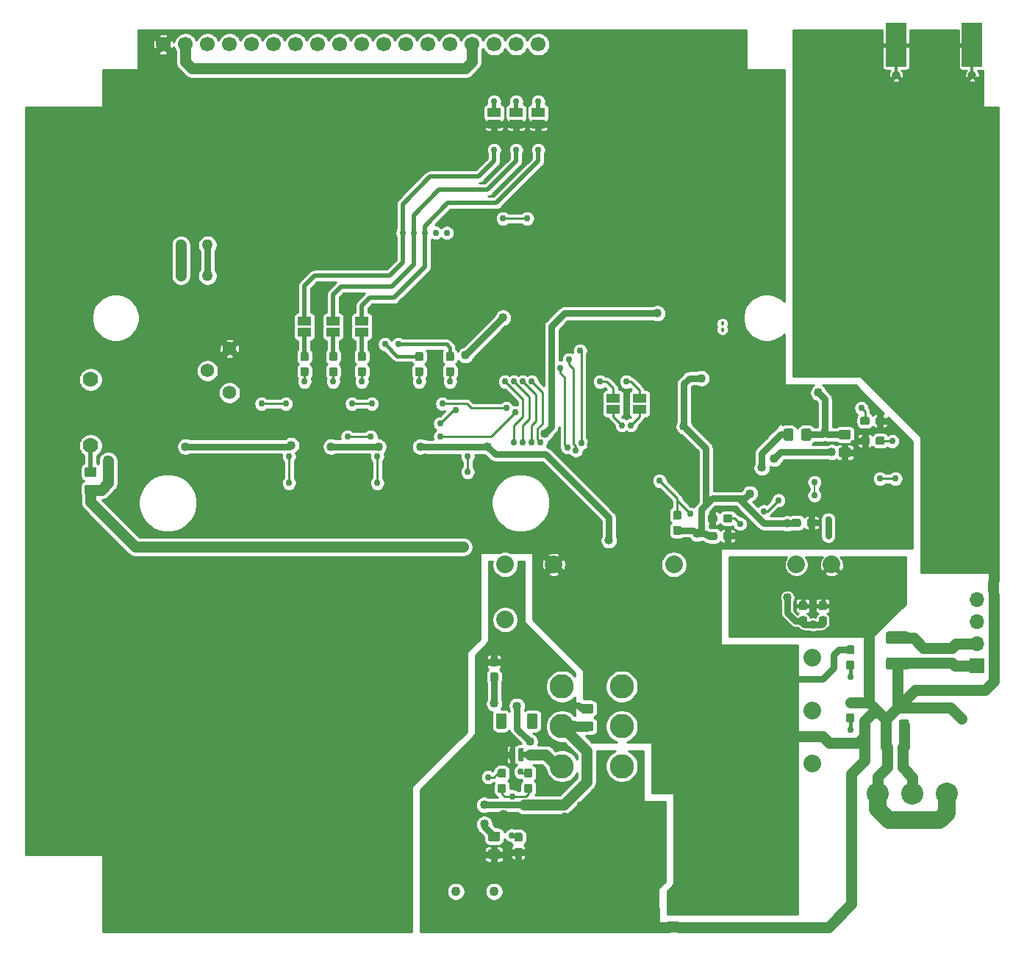
<source format=gbl>
G04 #@! TF.GenerationSoftware,KiCad,Pcbnew,(5.1.5)-2*
G04 #@! TF.CreationDate,2020-03-21T01:12:42-07:00*
G04 #@! TF.ProjectId,pandora,70616e64-6f72-4612-9e6b-696361645f70,A*
G04 #@! TF.SameCoordinates,PX508ae58PY8db4db0*
G04 #@! TF.FileFunction,Copper,L2,Bot*
G04 #@! TF.FilePolarity,Positive*
%FSLAX46Y46*%
G04 Gerber Fmt 4.6, Leading zero omitted, Abs format (unit mm)*
G04 Created by KiCad (PCBNEW (5.1.5)-2) date 2020-03-21 01:12:42*
%MOMM*%
%LPD*%
G04 APERTURE LIST*
%ADD10C,0.100000*%
%ADD11C,1.574800*%
%ADD12C,0.500000*%
%ADD13C,1.699748*%
%ADD14C,2.794000*%
%ADD15C,1.270000*%
%ADD16O,1.700000X1.700000*%
%ADD17R,1.700000X1.700000*%
%ADD18C,0.457200*%
%ADD19C,2.032000*%
%ADD20C,1.778000*%
%ADD21R,1.500000X1.000000*%
%ADD22C,1.099820*%
%ADD23C,2.540000*%
%ADD24R,2.420000X5.080000*%
%ADD25C,0.970000*%
%ADD26R,0.460000X0.950000*%
%ADD27C,0.762000*%
%ADD28C,1.016000*%
%ADD29C,0.609600*%
%ADD30C,1.270000*%
%ADD31C,0.762000*%
%ADD32C,0.254000*%
%ADD33C,0.381000*%
%ADD34C,0.635000*%
%ADD35C,0.508000*%
%ADD36C,0.203200*%
%ADD37C,1.371600*%
%ADD38C,2.032000*%
%ADD39C,1.143000*%
G04 APERTURE END LIST*
D10*
G36*
X88011000Y59436000D02*
G01*
X87503000Y58928000D01*
X82804000Y58928000D01*
X82804000Y64262000D01*
X88138000Y64262000D01*
X88011000Y59436000D01*
G37*
X88011000Y59436000D02*
X87503000Y58928000D01*
X82804000Y58928000D01*
X82804000Y64262000D01*
X88138000Y64262000D01*
X88011000Y59436000D01*
G36*
X92710000Y24511000D02*
G01*
X91440000Y24511000D01*
X91440000Y23241000D01*
X92710000Y23241000D01*
X92710000Y24511000D01*
G37*
G36*
X76581000Y2540000D02*
G01*
X75311000Y2540000D01*
X75311000Y1270000D01*
X76581000Y1270000D01*
X76581000Y2540000D01*
G37*
G36*
X102489000Y28829000D02*
G01*
X102489000Y30099000D01*
X101219000Y30099000D01*
X101219000Y28829000D01*
X102489000Y28829000D01*
G37*
G36*
X113538000Y40513000D02*
G01*
X113538000Y41783000D01*
X112268000Y41783000D01*
X112268000Y40513000D01*
X113538000Y40513000D01*
G37*
G36*
X99187000Y33401000D02*
G01*
X99187000Y34671000D01*
X97917000Y34671000D01*
X97917000Y33401000D01*
X99187000Y33401000D01*
G37*
D11*
X24892000Y68580000D03*
X22352000Y66040000D03*
X24892000Y63500000D03*
D12*
X83471000Y60722000D03*
X83471000Y59722000D03*
X83471000Y61722000D03*
X83471000Y62722000D03*
X83471000Y63722000D03*
X84471000Y61722000D03*
X84471000Y63722000D03*
X84471000Y59722000D03*
X84471000Y62722000D03*
X84471000Y60722000D03*
X85471000Y62722000D03*
X85471000Y60722000D03*
X85471000Y61722000D03*
X85471000Y63722000D03*
X85471000Y59722000D03*
X86471000Y60722000D03*
X86471000Y62722000D03*
X86471000Y63722000D03*
X86471000Y61722000D03*
X86471000Y59722000D03*
G04 #@! TA.AperFunction,Conductor*
D10*
G36*
X87495502Y63970796D02*
G01*
X87519771Y63967196D01*
X87543570Y63961235D01*
X87566670Y63952970D01*
X87588848Y63942480D01*
X87609892Y63929867D01*
X87629598Y63915252D01*
X87647776Y63898776D01*
X87664252Y63880598D01*
X87678867Y63860892D01*
X87691480Y63839848D01*
X87701970Y63817670D01*
X87710235Y63794570D01*
X87716196Y63770771D01*
X87719796Y63746502D01*
X87721000Y63721998D01*
X87721000Y59722002D01*
X87719796Y59697498D01*
X87716196Y59673229D01*
X87710235Y59649430D01*
X87701970Y59626330D01*
X87691480Y59604152D01*
X87678867Y59583108D01*
X87664252Y59563402D01*
X87647776Y59545224D01*
X87629598Y59528748D01*
X87609892Y59514133D01*
X87588848Y59501520D01*
X87566670Y59491030D01*
X87543570Y59482765D01*
X87519771Y59476804D01*
X87495502Y59473204D01*
X87470998Y59472000D01*
X83471002Y59472000D01*
X83446498Y59473204D01*
X83422229Y59476804D01*
X83398430Y59482765D01*
X83375330Y59491030D01*
X83353152Y59501520D01*
X83332108Y59514133D01*
X83312402Y59528748D01*
X83294224Y59545224D01*
X83277748Y59563402D01*
X83263133Y59583108D01*
X83250520Y59604152D01*
X83240030Y59626330D01*
X83231765Y59649430D01*
X83225804Y59673229D01*
X83222204Y59697498D01*
X83221000Y59722002D01*
X83221000Y63721998D01*
X83222204Y63746502D01*
X83225804Y63770771D01*
X83231765Y63794570D01*
X83240030Y63817670D01*
X83250520Y63839848D01*
X83263133Y63860892D01*
X83277748Y63880598D01*
X83294224Y63898776D01*
X83312402Y63915252D01*
X83332108Y63929867D01*
X83353152Y63942480D01*
X83375330Y63952970D01*
X83398430Y63961235D01*
X83422229Y63967196D01*
X83446498Y63970796D01*
X83471002Y63972000D01*
X87470998Y63972000D01*
X87495502Y63970796D01*
G37*
G04 #@! TD.AperFunction*
D12*
X87471000Y59722000D03*
X87471000Y60722000D03*
X87471000Y61722000D03*
X87471000Y62722000D03*
X87471000Y63722000D03*
D13*
X60452000Y103632000D03*
X57912000Y103632000D03*
X55372000Y103632000D03*
X52832000Y103632000D03*
X50292000Y103632000D03*
X47752000Y103632000D03*
X45212000Y103632000D03*
X42672000Y103632000D03*
X40132000Y103632000D03*
X37592000Y103632000D03*
X35052000Y103632000D03*
X32512000Y103632000D03*
X29972000Y103632000D03*
X27432000Y103632000D03*
X24892000Y103632000D03*
X22352000Y103632000D03*
X19812000Y103632000D03*
X17272000Y103632000D03*
D14*
X63176601Y29660399D03*
X63176601Y25062999D03*
X63176601Y20465599D03*
X70085401Y20465599D03*
X70085401Y25062999D03*
X70085401Y29660399D03*
D15*
X91440000Y23876000D03*
X92710000Y23876000D03*
D16*
X111005002Y39624000D03*
X111005002Y37084000D03*
X111005002Y34544000D03*
D17*
X111005002Y32004000D03*
D15*
X76581000Y1905000D03*
X75311000Y1905000D03*
X101854000Y30099000D03*
X101854000Y28829000D03*
X112903000Y40513000D03*
X112903000Y41783000D03*
X98552000Y34671000D03*
X98552000Y33401000D03*
G04 #@! TA.AperFunction,SMDPad,CuDef*
D10*
G36*
X9364505Y54938796D02*
G01*
X9388773Y54935196D01*
X9412572Y54929235D01*
X9435671Y54920970D01*
X9457850Y54910480D01*
X9478893Y54897868D01*
X9498599Y54883253D01*
X9516777Y54866777D01*
X9533253Y54848599D01*
X9547868Y54828893D01*
X9560480Y54807850D01*
X9570970Y54785671D01*
X9579235Y54762572D01*
X9585196Y54738773D01*
X9588796Y54714505D01*
X9590000Y54690001D01*
X9590000Y54039999D01*
X9588796Y54015495D01*
X9585196Y53991227D01*
X9579235Y53967428D01*
X9570970Y53944329D01*
X9560480Y53922150D01*
X9547868Y53901107D01*
X9533253Y53881401D01*
X9516777Y53863223D01*
X9498599Y53846747D01*
X9478893Y53832132D01*
X9457850Y53819520D01*
X9435671Y53809030D01*
X9412572Y53800765D01*
X9388773Y53794804D01*
X9364505Y53791204D01*
X9340001Y53790000D01*
X8439999Y53790000D01*
X8415495Y53791204D01*
X8391227Y53794804D01*
X8367428Y53800765D01*
X8344329Y53809030D01*
X8322150Y53819520D01*
X8301107Y53832132D01*
X8281401Y53846747D01*
X8263223Y53863223D01*
X8246747Y53881401D01*
X8232132Y53901107D01*
X8219520Y53922150D01*
X8209030Y53944329D01*
X8200765Y53967428D01*
X8194804Y53991227D01*
X8191204Y54015495D01*
X8190000Y54039999D01*
X8190000Y54690001D01*
X8191204Y54714505D01*
X8194804Y54738773D01*
X8200765Y54762572D01*
X8209030Y54785671D01*
X8219520Y54807850D01*
X8232132Y54828893D01*
X8246747Y54848599D01*
X8263223Y54866777D01*
X8281401Y54883253D01*
X8301107Y54897868D01*
X8322150Y54910480D01*
X8344329Y54920970D01*
X8367428Y54929235D01*
X8391227Y54935196D01*
X8415495Y54938796D01*
X8439999Y54940000D01*
X9340001Y54940000D01*
X9364505Y54938796D01*
G37*
G04 #@! TD.AperFunction*
G04 #@! TA.AperFunction,SMDPad,CuDef*
G36*
X9364505Y52888796D02*
G01*
X9388773Y52885196D01*
X9412572Y52879235D01*
X9435671Y52870970D01*
X9457850Y52860480D01*
X9478893Y52847868D01*
X9498599Y52833253D01*
X9516777Y52816777D01*
X9533253Y52798599D01*
X9547868Y52778893D01*
X9560480Y52757850D01*
X9570970Y52735671D01*
X9579235Y52712572D01*
X9585196Y52688773D01*
X9588796Y52664505D01*
X9590000Y52640001D01*
X9590000Y51989999D01*
X9588796Y51965495D01*
X9585196Y51941227D01*
X9579235Y51917428D01*
X9570970Y51894329D01*
X9560480Y51872150D01*
X9547868Y51851107D01*
X9533253Y51831401D01*
X9516777Y51813223D01*
X9498599Y51796747D01*
X9478893Y51782132D01*
X9457850Y51769520D01*
X9435671Y51759030D01*
X9412572Y51750765D01*
X9388773Y51744804D01*
X9364505Y51741204D01*
X9340001Y51740000D01*
X8439999Y51740000D01*
X8415495Y51741204D01*
X8391227Y51744804D01*
X8367428Y51750765D01*
X8344329Y51759030D01*
X8322150Y51769520D01*
X8301107Y51782132D01*
X8281401Y51796747D01*
X8263223Y51813223D01*
X8246747Y51831401D01*
X8232132Y51851107D01*
X8219520Y51872150D01*
X8209030Y51894329D01*
X8200765Y51917428D01*
X8194804Y51941227D01*
X8191204Y51965495D01*
X8190000Y51989999D01*
X8190000Y52640001D01*
X8191204Y52664505D01*
X8194804Y52688773D01*
X8200765Y52712572D01*
X8209030Y52735671D01*
X8219520Y52757850D01*
X8232132Y52778893D01*
X8246747Y52798599D01*
X8263223Y52816777D01*
X8281401Y52833253D01*
X8301107Y52847868D01*
X8322150Y52860480D01*
X8344329Y52870970D01*
X8367428Y52879235D01*
X8391227Y52885196D01*
X8415495Y52888796D01*
X8439999Y52890000D01*
X9340001Y52890000D01*
X9364505Y52888796D01*
G37*
G04 #@! TD.AperFunction*
D18*
X81661000Y70764400D03*
X81661000Y71475600D03*
G04 #@! TA.AperFunction,SMDPad,CuDef*
D10*
G36*
X100141780Y60738857D02*
G01*
X100164835Y60735438D01*
X100187444Y60729774D01*
X100209388Y60721922D01*
X100230458Y60711957D01*
X100250449Y60699975D01*
X100269169Y60686091D01*
X100286439Y60670439D01*
X100302091Y60653169D01*
X100315975Y60634449D01*
X100327957Y60614458D01*
X100337922Y60593388D01*
X100345774Y60571444D01*
X100351438Y60548835D01*
X100354857Y60525780D01*
X100356001Y60502501D01*
X100356001Y60027501D01*
X100354857Y60004222D01*
X100351438Y59981167D01*
X100345774Y59958558D01*
X100337922Y59936614D01*
X100327957Y59915544D01*
X100315975Y59895553D01*
X100302091Y59876833D01*
X100286439Y59859563D01*
X100269169Y59843911D01*
X100250449Y59830027D01*
X100230458Y59818045D01*
X100209388Y59808080D01*
X100187444Y59800228D01*
X100164835Y59794564D01*
X100141780Y59791145D01*
X100118501Y59790001D01*
X99543501Y59790001D01*
X99520222Y59791145D01*
X99497167Y59794564D01*
X99474558Y59800228D01*
X99452614Y59808080D01*
X99431544Y59818045D01*
X99411553Y59830027D01*
X99392833Y59843911D01*
X99375563Y59859563D01*
X99359911Y59876833D01*
X99346027Y59895553D01*
X99334045Y59915544D01*
X99324080Y59936614D01*
X99316228Y59958558D01*
X99310564Y59981167D01*
X99307145Y60004222D01*
X99306001Y60027501D01*
X99306001Y60502501D01*
X99307145Y60525780D01*
X99310564Y60548835D01*
X99316228Y60571444D01*
X99324080Y60593388D01*
X99334045Y60614458D01*
X99346027Y60634449D01*
X99359911Y60653169D01*
X99375563Y60670439D01*
X99392833Y60686091D01*
X99411553Y60699975D01*
X99431544Y60711957D01*
X99452614Y60721922D01*
X99474558Y60729774D01*
X99497167Y60735438D01*
X99520222Y60738857D01*
X99543501Y60740001D01*
X100118501Y60740001D01*
X100141780Y60738857D01*
G37*
G04 #@! TD.AperFunction*
G04 #@! TA.AperFunction,SMDPad,CuDef*
G36*
X98391780Y60738857D02*
G01*
X98414835Y60735438D01*
X98437444Y60729774D01*
X98459388Y60721922D01*
X98480458Y60711957D01*
X98500449Y60699975D01*
X98519169Y60686091D01*
X98536439Y60670439D01*
X98552091Y60653169D01*
X98565975Y60634449D01*
X98577957Y60614458D01*
X98587922Y60593388D01*
X98595774Y60571444D01*
X98601438Y60548835D01*
X98604857Y60525780D01*
X98606001Y60502501D01*
X98606001Y60027501D01*
X98604857Y60004222D01*
X98601438Y59981167D01*
X98595774Y59958558D01*
X98587922Y59936614D01*
X98577957Y59915544D01*
X98565975Y59895553D01*
X98552091Y59876833D01*
X98536439Y59859563D01*
X98519169Y59843911D01*
X98500449Y59830027D01*
X98480458Y59818045D01*
X98459388Y59808080D01*
X98437444Y59800228D01*
X98414835Y59794564D01*
X98391780Y59791145D01*
X98368501Y59790001D01*
X97793501Y59790001D01*
X97770222Y59791145D01*
X97747167Y59794564D01*
X97724558Y59800228D01*
X97702614Y59808080D01*
X97681544Y59818045D01*
X97661553Y59830027D01*
X97642833Y59843911D01*
X97625563Y59859563D01*
X97609911Y59876833D01*
X97596027Y59895553D01*
X97584045Y59915544D01*
X97574080Y59936614D01*
X97566228Y59958558D01*
X97560564Y59981167D01*
X97557145Y60004222D01*
X97556001Y60027501D01*
X97556001Y60502501D01*
X97557145Y60525780D01*
X97560564Y60548835D01*
X97566228Y60571444D01*
X97574080Y60593388D01*
X97584045Y60614458D01*
X97596027Y60634449D01*
X97609911Y60653169D01*
X97625563Y60670439D01*
X97642833Y60686091D01*
X97661553Y60699975D01*
X97681544Y60711957D01*
X97702614Y60721922D01*
X97724558Y60729774D01*
X97747167Y60735438D01*
X97770222Y60738857D01*
X97793501Y60740001D01*
X98368501Y60740001D01*
X98391780Y60738857D01*
G37*
G04 #@! TD.AperFunction*
G04 #@! TA.AperFunction,SMDPad,CuDef*
G36*
X100141780Y58452857D02*
G01*
X100164835Y58449438D01*
X100187444Y58443774D01*
X100209388Y58435922D01*
X100230458Y58425957D01*
X100250449Y58413975D01*
X100269169Y58400091D01*
X100286439Y58384439D01*
X100302091Y58367169D01*
X100315975Y58348449D01*
X100327957Y58328458D01*
X100337922Y58307388D01*
X100345774Y58285444D01*
X100351438Y58262835D01*
X100354857Y58239780D01*
X100356001Y58216501D01*
X100356001Y57741501D01*
X100354857Y57718222D01*
X100351438Y57695167D01*
X100345774Y57672558D01*
X100337922Y57650614D01*
X100327957Y57629544D01*
X100315975Y57609553D01*
X100302091Y57590833D01*
X100286439Y57573563D01*
X100269169Y57557911D01*
X100250449Y57544027D01*
X100230458Y57532045D01*
X100209388Y57522080D01*
X100187444Y57514228D01*
X100164835Y57508564D01*
X100141780Y57505145D01*
X100118501Y57504001D01*
X99543501Y57504001D01*
X99520222Y57505145D01*
X99497167Y57508564D01*
X99474558Y57514228D01*
X99452614Y57522080D01*
X99431544Y57532045D01*
X99411553Y57544027D01*
X99392833Y57557911D01*
X99375563Y57573563D01*
X99359911Y57590833D01*
X99346027Y57609553D01*
X99334045Y57629544D01*
X99324080Y57650614D01*
X99316228Y57672558D01*
X99310564Y57695167D01*
X99307145Y57718222D01*
X99306001Y57741501D01*
X99306001Y58216501D01*
X99307145Y58239780D01*
X99310564Y58262835D01*
X99316228Y58285444D01*
X99324080Y58307388D01*
X99334045Y58328458D01*
X99346027Y58348449D01*
X99359911Y58367169D01*
X99375563Y58384439D01*
X99392833Y58400091D01*
X99411553Y58413975D01*
X99431544Y58425957D01*
X99452614Y58435922D01*
X99474558Y58443774D01*
X99497167Y58449438D01*
X99520222Y58452857D01*
X99543501Y58454001D01*
X100118501Y58454001D01*
X100141780Y58452857D01*
G37*
G04 #@! TD.AperFunction*
G04 #@! TA.AperFunction,SMDPad,CuDef*
G36*
X98391780Y58452857D02*
G01*
X98414835Y58449438D01*
X98437444Y58443774D01*
X98459388Y58435922D01*
X98480458Y58425957D01*
X98500449Y58413975D01*
X98519169Y58400091D01*
X98536439Y58384439D01*
X98552091Y58367169D01*
X98565975Y58348449D01*
X98577957Y58328458D01*
X98587922Y58307388D01*
X98595774Y58285444D01*
X98601438Y58262835D01*
X98604857Y58239780D01*
X98606001Y58216501D01*
X98606001Y57741501D01*
X98604857Y57718222D01*
X98601438Y57695167D01*
X98595774Y57672558D01*
X98587922Y57650614D01*
X98577957Y57629544D01*
X98565975Y57609553D01*
X98552091Y57590833D01*
X98536439Y57573563D01*
X98519169Y57557911D01*
X98500449Y57544027D01*
X98480458Y57532045D01*
X98459388Y57522080D01*
X98437444Y57514228D01*
X98414835Y57508564D01*
X98391780Y57505145D01*
X98368501Y57504001D01*
X97793501Y57504001D01*
X97770222Y57505145D01*
X97747167Y57508564D01*
X97724558Y57514228D01*
X97702614Y57522080D01*
X97681544Y57532045D01*
X97661553Y57544027D01*
X97642833Y57557911D01*
X97625563Y57573563D01*
X97609911Y57590833D01*
X97596027Y57609553D01*
X97584045Y57629544D01*
X97574080Y57650614D01*
X97566228Y57672558D01*
X97560564Y57695167D01*
X97557145Y57718222D01*
X97556001Y57741501D01*
X97556001Y58216501D01*
X97557145Y58239780D01*
X97560564Y58262835D01*
X97566228Y58285444D01*
X97574080Y58307388D01*
X97584045Y58328458D01*
X97596027Y58348449D01*
X97609911Y58367169D01*
X97625563Y58384439D01*
X97642833Y58400091D01*
X97661553Y58413975D01*
X97681544Y58425957D01*
X97702614Y58435922D01*
X97724558Y58443774D01*
X97747167Y58449438D01*
X97770222Y58452857D01*
X97793501Y58454001D01*
X98368501Y58454001D01*
X98391780Y58452857D01*
G37*
G04 #@! TD.AperFunction*
D19*
X94234000Y43688000D03*
X62230000Y43688000D03*
X92031001Y20810999D03*
X90170000Y43688000D03*
X76073000Y43688000D03*
X92031001Y33002999D03*
X56642000Y43688000D03*
X92031001Y26906999D03*
X56642000Y37338000D03*
D20*
X8890000Y65024000D03*
X8890000Y57404000D03*
G04 #@! TA.AperFunction,SMDPad,CuDef*
D10*
G36*
X59569779Y20194856D02*
G01*
X59592834Y20191437D01*
X59615443Y20185773D01*
X59637387Y20177921D01*
X59658457Y20167956D01*
X59678448Y20155974D01*
X59697168Y20142090D01*
X59714438Y20126438D01*
X59730090Y20109168D01*
X59743974Y20090448D01*
X59755956Y20070457D01*
X59765921Y20049387D01*
X59773773Y20027443D01*
X59779437Y20004834D01*
X59782856Y19981779D01*
X59784000Y19958500D01*
X59784000Y19383500D01*
X59782856Y19360221D01*
X59779437Y19337166D01*
X59773773Y19314557D01*
X59765921Y19292613D01*
X59755956Y19271543D01*
X59743974Y19251552D01*
X59730090Y19232832D01*
X59714438Y19215562D01*
X59697168Y19199910D01*
X59678448Y19186026D01*
X59658457Y19174044D01*
X59637387Y19164079D01*
X59615443Y19156227D01*
X59592834Y19150563D01*
X59569779Y19147144D01*
X59546500Y19146000D01*
X59071500Y19146000D01*
X59048221Y19147144D01*
X59025166Y19150563D01*
X59002557Y19156227D01*
X58980613Y19164079D01*
X58959543Y19174044D01*
X58939552Y19186026D01*
X58920832Y19199910D01*
X58903562Y19215562D01*
X58887910Y19232832D01*
X58874026Y19251552D01*
X58862044Y19271543D01*
X58852079Y19292613D01*
X58844227Y19314557D01*
X58838563Y19337166D01*
X58835144Y19360221D01*
X58834000Y19383500D01*
X58834000Y19958500D01*
X58835144Y19981779D01*
X58838563Y20004834D01*
X58844227Y20027443D01*
X58852079Y20049387D01*
X58862044Y20070457D01*
X58874026Y20090448D01*
X58887910Y20109168D01*
X58903562Y20126438D01*
X58920832Y20142090D01*
X58939552Y20155974D01*
X58959543Y20167956D01*
X58980613Y20177921D01*
X59002557Y20185773D01*
X59025166Y20191437D01*
X59048221Y20194856D01*
X59071500Y20196000D01*
X59546500Y20196000D01*
X59569779Y20194856D01*
G37*
G04 #@! TD.AperFunction*
G04 #@! TA.AperFunction,SMDPad,CuDef*
G36*
X59569779Y18444856D02*
G01*
X59592834Y18441437D01*
X59615443Y18435773D01*
X59637387Y18427921D01*
X59658457Y18417956D01*
X59678448Y18405974D01*
X59697168Y18392090D01*
X59714438Y18376438D01*
X59730090Y18359168D01*
X59743974Y18340448D01*
X59755956Y18320457D01*
X59765921Y18299387D01*
X59773773Y18277443D01*
X59779437Y18254834D01*
X59782856Y18231779D01*
X59784000Y18208500D01*
X59784000Y17633500D01*
X59782856Y17610221D01*
X59779437Y17587166D01*
X59773773Y17564557D01*
X59765921Y17542613D01*
X59755956Y17521543D01*
X59743974Y17501552D01*
X59730090Y17482832D01*
X59714438Y17465562D01*
X59697168Y17449910D01*
X59678448Y17436026D01*
X59658457Y17424044D01*
X59637387Y17414079D01*
X59615443Y17406227D01*
X59592834Y17400563D01*
X59569779Y17397144D01*
X59546500Y17396000D01*
X59071500Y17396000D01*
X59048221Y17397144D01*
X59025166Y17400563D01*
X59002557Y17406227D01*
X58980613Y17414079D01*
X58959543Y17424044D01*
X58939552Y17436026D01*
X58920832Y17449910D01*
X58903562Y17465562D01*
X58887910Y17482832D01*
X58874026Y17501552D01*
X58862044Y17521543D01*
X58852079Y17542613D01*
X58844227Y17564557D01*
X58838563Y17587166D01*
X58835144Y17610221D01*
X58834000Y17633500D01*
X58834000Y18208500D01*
X58835144Y18231779D01*
X58838563Y18254834D01*
X58844227Y18277443D01*
X58852079Y18299387D01*
X58862044Y18320457D01*
X58874026Y18340448D01*
X58887910Y18359168D01*
X58903562Y18376438D01*
X58920832Y18392090D01*
X58939552Y18405974D01*
X58959543Y18417956D01*
X58980613Y18427921D01*
X59002557Y18435773D01*
X59025166Y18441437D01*
X59048221Y18444856D01*
X59071500Y18446000D01*
X59546500Y18446000D01*
X59569779Y18444856D01*
G37*
G04 #@! TD.AperFunction*
G04 #@! TA.AperFunction,SMDPad,CuDef*
G36*
X58426779Y11061855D02*
G01*
X58449834Y11058436D01*
X58472443Y11052772D01*
X58494387Y11044920D01*
X58515457Y11034955D01*
X58535448Y11022973D01*
X58554168Y11009089D01*
X58571438Y10993437D01*
X58587090Y10976167D01*
X58600974Y10957447D01*
X58612956Y10937456D01*
X58622921Y10916386D01*
X58630773Y10894442D01*
X58636437Y10871833D01*
X58639856Y10848778D01*
X58641000Y10825499D01*
X58641000Y10250499D01*
X58639856Y10227220D01*
X58636437Y10204165D01*
X58630773Y10181556D01*
X58622921Y10159612D01*
X58612956Y10138542D01*
X58600974Y10118551D01*
X58587090Y10099831D01*
X58571438Y10082561D01*
X58554168Y10066909D01*
X58535448Y10053025D01*
X58515457Y10041043D01*
X58494387Y10031078D01*
X58472443Y10023226D01*
X58449834Y10017562D01*
X58426779Y10014143D01*
X58403500Y10012999D01*
X57928500Y10012999D01*
X57905221Y10014143D01*
X57882166Y10017562D01*
X57859557Y10023226D01*
X57837613Y10031078D01*
X57816543Y10041043D01*
X57796552Y10053025D01*
X57777832Y10066909D01*
X57760562Y10082561D01*
X57744910Y10099831D01*
X57731026Y10118551D01*
X57719044Y10138542D01*
X57709079Y10159612D01*
X57701227Y10181556D01*
X57695563Y10204165D01*
X57692144Y10227220D01*
X57691000Y10250499D01*
X57691000Y10825499D01*
X57692144Y10848778D01*
X57695563Y10871833D01*
X57701227Y10894442D01*
X57709079Y10916386D01*
X57719044Y10937456D01*
X57731026Y10957447D01*
X57744910Y10976167D01*
X57760562Y10993437D01*
X57777832Y11009089D01*
X57796552Y11022973D01*
X57816543Y11034955D01*
X57837613Y11044920D01*
X57859557Y11052772D01*
X57882166Y11058436D01*
X57905221Y11061855D01*
X57928500Y11062999D01*
X58403500Y11062999D01*
X58426779Y11061855D01*
G37*
G04 #@! TD.AperFunction*
G04 #@! TA.AperFunction,SMDPad,CuDef*
G36*
X58426779Y12811855D02*
G01*
X58449834Y12808436D01*
X58472443Y12802772D01*
X58494387Y12794920D01*
X58515457Y12784955D01*
X58535448Y12772973D01*
X58554168Y12759089D01*
X58571438Y12743437D01*
X58587090Y12726167D01*
X58600974Y12707447D01*
X58612956Y12687456D01*
X58622921Y12666386D01*
X58630773Y12644442D01*
X58636437Y12621833D01*
X58639856Y12598778D01*
X58641000Y12575499D01*
X58641000Y12000499D01*
X58639856Y11977220D01*
X58636437Y11954165D01*
X58630773Y11931556D01*
X58622921Y11909612D01*
X58612956Y11888542D01*
X58600974Y11868551D01*
X58587090Y11849831D01*
X58571438Y11832561D01*
X58554168Y11816909D01*
X58535448Y11803025D01*
X58515457Y11791043D01*
X58494387Y11781078D01*
X58472443Y11773226D01*
X58449834Y11767562D01*
X58426779Y11764143D01*
X58403500Y11762999D01*
X57928500Y11762999D01*
X57905221Y11764143D01*
X57882166Y11767562D01*
X57859557Y11773226D01*
X57837613Y11781078D01*
X57816543Y11791043D01*
X57796552Y11803025D01*
X57777832Y11816909D01*
X57760562Y11832561D01*
X57744910Y11849831D01*
X57731026Y11868551D01*
X57719044Y11888542D01*
X57709079Y11909612D01*
X57701227Y11931556D01*
X57695563Y11954165D01*
X57692144Y11977220D01*
X57691000Y12000499D01*
X57691000Y12575499D01*
X57692144Y12598778D01*
X57695563Y12621833D01*
X57701227Y12644442D01*
X57709079Y12666386D01*
X57719044Y12687456D01*
X57731026Y12707447D01*
X57744910Y12726167D01*
X57760562Y12743437D01*
X57777832Y12759089D01*
X57796552Y12772973D01*
X57816543Y12784955D01*
X57837613Y12794920D01*
X57859557Y12802772D01*
X57882166Y12808436D01*
X57905221Y12811855D01*
X57928500Y12812999D01*
X58403500Y12812999D01*
X58426779Y12811855D01*
G37*
G04 #@! TD.AperFunction*
G04 #@! TA.AperFunction,SMDPad,CuDef*
G36*
X55632779Y33021856D02*
G01*
X55655834Y33018437D01*
X55678443Y33012773D01*
X55700387Y33004921D01*
X55721457Y32994956D01*
X55741448Y32982974D01*
X55760168Y32969090D01*
X55777438Y32953438D01*
X55793090Y32936168D01*
X55806974Y32917448D01*
X55818956Y32897457D01*
X55828921Y32876387D01*
X55836773Y32854443D01*
X55842437Y32831834D01*
X55845856Y32808779D01*
X55847000Y32785500D01*
X55847000Y32210500D01*
X55845856Y32187221D01*
X55842437Y32164166D01*
X55836773Y32141557D01*
X55828921Y32119613D01*
X55818956Y32098543D01*
X55806974Y32078552D01*
X55793090Y32059832D01*
X55777438Y32042562D01*
X55760168Y32026910D01*
X55741448Y32013026D01*
X55721457Y32001044D01*
X55700387Y31991079D01*
X55678443Y31983227D01*
X55655834Y31977563D01*
X55632779Y31974144D01*
X55609500Y31973000D01*
X55134500Y31973000D01*
X55111221Y31974144D01*
X55088166Y31977563D01*
X55065557Y31983227D01*
X55043613Y31991079D01*
X55022543Y32001044D01*
X55002552Y32013026D01*
X54983832Y32026910D01*
X54966562Y32042562D01*
X54950910Y32059832D01*
X54937026Y32078552D01*
X54925044Y32098543D01*
X54915079Y32119613D01*
X54907227Y32141557D01*
X54901563Y32164166D01*
X54898144Y32187221D01*
X54897000Y32210500D01*
X54897000Y32785500D01*
X54898144Y32808779D01*
X54901563Y32831834D01*
X54907227Y32854443D01*
X54915079Y32876387D01*
X54925044Y32897457D01*
X54937026Y32917448D01*
X54950910Y32936168D01*
X54966562Y32953438D01*
X54983832Y32969090D01*
X55002552Y32982974D01*
X55022543Y32994956D01*
X55043613Y33004921D01*
X55065557Y33012773D01*
X55088166Y33018437D01*
X55111221Y33021856D01*
X55134500Y33023000D01*
X55609500Y33023000D01*
X55632779Y33021856D01*
G37*
G04 #@! TD.AperFunction*
G04 #@! TA.AperFunction,SMDPad,CuDef*
G36*
X55632779Y31271856D02*
G01*
X55655834Y31268437D01*
X55678443Y31262773D01*
X55700387Y31254921D01*
X55721457Y31244956D01*
X55741448Y31232974D01*
X55760168Y31219090D01*
X55777438Y31203438D01*
X55793090Y31186168D01*
X55806974Y31167448D01*
X55818956Y31147457D01*
X55828921Y31126387D01*
X55836773Y31104443D01*
X55842437Y31081834D01*
X55845856Y31058779D01*
X55847000Y31035500D01*
X55847000Y30460500D01*
X55845856Y30437221D01*
X55842437Y30414166D01*
X55836773Y30391557D01*
X55828921Y30369613D01*
X55818956Y30348543D01*
X55806974Y30328552D01*
X55793090Y30309832D01*
X55777438Y30292562D01*
X55760168Y30276910D01*
X55741448Y30263026D01*
X55721457Y30251044D01*
X55700387Y30241079D01*
X55678443Y30233227D01*
X55655834Y30227563D01*
X55632779Y30224144D01*
X55609500Y30223000D01*
X55134500Y30223000D01*
X55111221Y30224144D01*
X55088166Y30227563D01*
X55065557Y30233227D01*
X55043613Y30241079D01*
X55022543Y30251044D01*
X55002552Y30263026D01*
X54983832Y30276910D01*
X54966562Y30292562D01*
X54950910Y30309832D01*
X54937026Y30328552D01*
X54925044Y30348543D01*
X54915079Y30369613D01*
X54907227Y30391557D01*
X54901563Y30414166D01*
X54898144Y30437221D01*
X54897000Y30460500D01*
X54897000Y31035500D01*
X54898144Y31058779D01*
X54901563Y31081834D01*
X54907227Y31104443D01*
X54915079Y31126387D01*
X54925044Y31147457D01*
X54937026Y31167448D01*
X54950910Y31186168D01*
X54966562Y31203438D01*
X54983832Y31219090D01*
X55002552Y31232974D01*
X55022543Y31244956D01*
X55043613Y31254921D01*
X55065557Y31262773D01*
X55088166Y31268437D01*
X55111221Y31271856D01*
X55134500Y31273000D01*
X55609500Y31273000D01*
X55632779Y31271856D01*
G37*
G04 #@! TD.AperFunction*
G04 #@! TA.AperFunction,SMDPad,CuDef*
G36*
X56521779Y20177855D02*
G01*
X56544834Y20174436D01*
X56567443Y20168772D01*
X56589387Y20160920D01*
X56610457Y20150955D01*
X56630448Y20138973D01*
X56649168Y20125089D01*
X56666438Y20109437D01*
X56682090Y20092167D01*
X56695974Y20073447D01*
X56707956Y20053456D01*
X56717921Y20032386D01*
X56725773Y20010442D01*
X56731437Y19987833D01*
X56734856Y19964778D01*
X56736000Y19941499D01*
X56736000Y19366499D01*
X56734856Y19343220D01*
X56731437Y19320165D01*
X56725773Y19297556D01*
X56717921Y19275612D01*
X56707956Y19254542D01*
X56695974Y19234551D01*
X56682090Y19215831D01*
X56666438Y19198561D01*
X56649168Y19182909D01*
X56630448Y19169025D01*
X56610457Y19157043D01*
X56589387Y19147078D01*
X56567443Y19139226D01*
X56544834Y19133562D01*
X56521779Y19130143D01*
X56498500Y19128999D01*
X56023500Y19128999D01*
X56000221Y19130143D01*
X55977166Y19133562D01*
X55954557Y19139226D01*
X55932613Y19147078D01*
X55911543Y19157043D01*
X55891552Y19169025D01*
X55872832Y19182909D01*
X55855562Y19198561D01*
X55839910Y19215831D01*
X55826026Y19234551D01*
X55814044Y19254542D01*
X55804079Y19275612D01*
X55796227Y19297556D01*
X55790563Y19320165D01*
X55787144Y19343220D01*
X55786000Y19366499D01*
X55786000Y19941499D01*
X55787144Y19964778D01*
X55790563Y19987833D01*
X55796227Y20010442D01*
X55804079Y20032386D01*
X55814044Y20053456D01*
X55826026Y20073447D01*
X55839910Y20092167D01*
X55855562Y20109437D01*
X55872832Y20125089D01*
X55891552Y20138973D01*
X55911543Y20150955D01*
X55932613Y20160920D01*
X55954557Y20168772D01*
X55977166Y20174436D01*
X56000221Y20177855D01*
X56023500Y20178999D01*
X56498500Y20178999D01*
X56521779Y20177855D01*
G37*
G04 #@! TD.AperFunction*
G04 #@! TA.AperFunction,SMDPad,CuDef*
G36*
X56521779Y18427855D02*
G01*
X56544834Y18424436D01*
X56567443Y18418772D01*
X56589387Y18410920D01*
X56610457Y18400955D01*
X56630448Y18388973D01*
X56649168Y18375089D01*
X56666438Y18359437D01*
X56682090Y18342167D01*
X56695974Y18323447D01*
X56707956Y18303456D01*
X56717921Y18282386D01*
X56725773Y18260442D01*
X56731437Y18237833D01*
X56734856Y18214778D01*
X56736000Y18191499D01*
X56736000Y17616499D01*
X56734856Y17593220D01*
X56731437Y17570165D01*
X56725773Y17547556D01*
X56717921Y17525612D01*
X56707956Y17504542D01*
X56695974Y17484551D01*
X56682090Y17465831D01*
X56666438Y17448561D01*
X56649168Y17432909D01*
X56630448Y17419025D01*
X56610457Y17407043D01*
X56589387Y17397078D01*
X56567443Y17389226D01*
X56544834Y17383562D01*
X56521779Y17380143D01*
X56498500Y17378999D01*
X56023500Y17378999D01*
X56000221Y17380143D01*
X55977166Y17383562D01*
X55954557Y17389226D01*
X55932613Y17397078D01*
X55911543Y17407043D01*
X55891552Y17419025D01*
X55872832Y17432909D01*
X55855562Y17448561D01*
X55839910Y17465831D01*
X55826026Y17484551D01*
X55814044Y17504542D01*
X55804079Y17525612D01*
X55796227Y17547556D01*
X55790563Y17570165D01*
X55787144Y17593220D01*
X55786000Y17616499D01*
X55786000Y18191499D01*
X55787144Y18214778D01*
X55790563Y18237833D01*
X55796227Y18260442D01*
X55804079Y18282386D01*
X55814044Y18303456D01*
X55826026Y18323447D01*
X55839910Y18342167D01*
X55855562Y18359437D01*
X55872832Y18375089D01*
X55891552Y18388973D01*
X55911543Y18400955D01*
X55932613Y18410920D01*
X55954557Y18418772D01*
X55977166Y18424436D01*
X56000221Y18427855D01*
X56023500Y18428999D01*
X56498500Y18428999D01*
X56521779Y18427855D01*
G37*
G04 #@! TD.AperFunction*
G04 #@! TA.AperFunction,SMDPad,CuDef*
G36*
X82592779Y49495856D02*
G01*
X82615834Y49492437D01*
X82638443Y49486773D01*
X82660387Y49478921D01*
X82681457Y49468956D01*
X82701448Y49456974D01*
X82720168Y49443090D01*
X82737438Y49427438D01*
X82753090Y49410168D01*
X82766974Y49391448D01*
X82778956Y49371457D01*
X82788921Y49350387D01*
X82796773Y49328443D01*
X82802437Y49305834D01*
X82805856Y49282779D01*
X82807000Y49259500D01*
X82807000Y48784500D01*
X82805856Y48761221D01*
X82802437Y48738166D01*
X82796773Y48715557D01*
X82788921Y48693613D01*
X82778956Y48672543D01*
X82766974Y48652552D01*
X82753090Y48633832D01*
X82737438Y48616562D01*
X82720168Y48600910D01*
X82701448Y48587026D01*
X82681457Y48575044D01*
X82660387Y48565079D01*
X82638443Y48557227D01*
X82615834Y48551563D01*
X82592779Y48548144D01*
X82569500Y48547000D01*
X81994500Y48547000D01*
X81971221Y48548144D01*
X81948166Y48551563D01*
X81925557Y48557227D01*
X81903613Y48565079D01*
X81882543Y48575044D01*
X81862552Y48587026D01*
X81843832Y48600910D01*
X81826562Y48616562D01*
X81810910Y48633832D01*
X81797026Y48652552D01*
X81785044Y48672543D01*
X81775079Y48693613D01*
X81767227Y48715557D01*
X81761563Y48738166D01*
X81758144Y48761221D01*
X81757000Y48784500D01*
X81757000Y49259500D01*
X81758144Y49282779D01*
X81761563Y49305834D01*
X81767227Y49328443D01*
X81775079Y49350387D01*
X81785044Y49371457D01*
X81797026Y49391448D01*
X81810910Y49410168D01*
X81826562Y49427438D01*
X81843832Y49443090D01*
X81862552Y49456974D01*
X81882543Y49468956D01*
X81903613Y49478921D01*
X81925557Y49486773D01*
X81948166Y49492437D01*
X81971221Y49495856D01*
X81994500Y49497000D01*
X82569500Y49497000D01*
X82592779Y49495856D01*
G37*
G04 #@! TD.AperFunction*
G04 #@! TA.AperFunction,SMDPad,CuDef*
G36*
X80842779Y49495856D02*
G01*
X80865834Y49492437D01*
X80888443Y49486773D01*
X80910387Y49478921D01*
X80931457Y49468956D01*
X80951448Y49456974D01*
X80970168Y49443090D01*
X80987438Y49427438D01*
X81003090Y49410168D01*
X81016974Y49391448D01*
X81028956Y49371457D01*
X81038921Y49350387D01*
X81046773Y49328443D01*
X81052437Y49305834D01*
X81055856Y49282779D01*
X81057000Y49259500D01*
X81057000Y48784500D01*
X81055856Y48761221D01*
X81052437Y48738166D01*
X81046773Y48715557D01*
X81038921Y48693613D01*
X81028956Y48672543D01*
X81016974Y48652552D01*
X81003090Y48633832D01*
X80987438Y48616562D01*
X80970168Y48600910D01*
X80951448Y48587026D01*
X80931457Y48575044D01*
X80910387Y48565079D01*
X80888443Y48557227D01*
X80865834Y48551563D01*
X80842779Y48548144D01*
X80819500Y48547000D01*
X80244500Y48547000D01*
X80221221Y48548144D01*
X80198166Y48551563D01*
X80175557Y48557227D01*
X80153613Y48565079D01*
X80132543Y48575044D01*
X80112552Y48587026D01*
X80093832Y48600910D01*
X80076562Y48616562D01*
X80060910Y48633832D01*
X80047026Y48652552D01*
X80035044Y48672543D01*
X80025079Y48693613D01*
X80017227Y48715557D01*
X80011563Y48738166D01*
X80008144Y48761221D01*
X80007000Y48784500D01*
X80007000Y49259500D01*
X80008144Y49282779D01*
X80011563Y49305834D01*
X80017227Y49328443D01*
X80025079Y49350387D01*
X80035044Y49371457D01*
X80047026Y49391448D01*
X80060910Y49410168D01*
X80076562Y49427438D01*
X80093832Y49443090D01*
X80112552Y49456974D01*
X80132543Y49468956D01*
X80153613Y49478921D01*
X80175557Y49486773D01*
X80198166Y49492437D01*
X80221221Y49495856D01*
X80244500Y49497000D01*
X80819500Y49497000D01*
X80842779Y49495856D01*
G37*
G04 #@! TD.AperFunction*
G04 #@! TA.AperFunction,SMDPad,CuDef*
G36*
X76714779Y48162856D02*
G01*
X76737834Y48159437D01*
X76760443Y48153773D01*
X76782387Y48145921D01*
X76803457Y48135956D01*
X76823448Y48123974D01*
X76842168Y48110090D01*
X76859438Y48094438D01*
X76875090Y48077168D01*
X76888974Y48058448D01*
X76900956Y48038457D01*
X76910921Y48017387D01*
X76918773Y47995443D01*
X76924437Y47972834D01*
X76927856Y47949779D01*
X76929000Y47926500D01*
X76929000Y47351500D01*
X76927856Y47328221D01*
X76924437Y47305166D01*
X76918773Y47282557D01*
X76910921Y47260613D01*
X76900956Y47239543D01*
X76888974Y47219552D01*
X76875090Y47200832D01*
X76859438Y47183562D01*
X76842168Y47167910D01*
X76823448Y47154026D01*
X76803457Y47142044D01*
X76782387Y47132079D01*
X76760443Y47124227D01*
X76737834Y47118563D01*
X76714779Y47115144D01*
X76691500Y47114000D01*
X76216500Y47114000D01*
X76193221Y47115144D01*
X76170166Y47118563D01*
X76147557Y47124227D01*
X76125613Y47132079D01*
X76104543Y47142044D01*
X76084552Y47154026D01*
X76065832Y47167910D01*
X76048562Y47183562D01*
X76032910Y47200832D01*
X76019026Y47219552D01*
X76007044Y47239543D01*
X75997079Y47260613D01*
X75989227Y47282557D01*
X75983563Y47305166D01*
X75980144Y47328221D01*
X75979000Y47351500D01*
X75979000Y47926500D01*
X75980144Y47949779D01*
X75983563Y47972834D01*
X75989227Y47995443D01*
X75997079Y48017387D01*
X76007044Y48038457D01*
X76019026Y48058448D01*
X76032910Y48077168D01*
X76048562Y48094438D01*
X76065832Y48110090D01*
X76084552Y48123974D01*
X76104543Y48135956D01*
X76125613Y48145921D01*
X76147557Y48153773D01*
X76170166Y48159437D01*
X76193221Y48162856D01*
X76216500Y48164000D01*
X76691500Y48164000D01*
X76714779Y48162856D01*
G37*
G04 #@! TD.AperFunction*
G04 #@! TA.AperFunction,SMDPad,CuDef*
G36*
X76714779Y49912856D02*
G01*
X76737834Y49909437D01*
X76760443Y49903773D01*
X76782387Y49895921D01*
X76803457Y49885956D01*
X76823448Y49873974D01*
X76842168Y49860090D01*
X76859438Y49844438D01*
X76875090Y49827168D01*
X76888974Y49808448D01*
X76900956Y49788457D01*
X76910921Y49767387D01*
X76918773Y49745443D01*
X76924437Y49722834D01*
X76927856Y49699779D01*
X76929000Y49676500D01*
X76929000Y49101500D01*
X76927856Y49078221D01*
X76924437Y49055166D01*
X76918773Y49032557D01*
X76910921Y49010613D01*
X76900956Y48989543D01*
X76888974Y48969552D01*
X76875090Y48950832D01*
X76859438Y48933562D01*
X76842168Y48917910D01*
X76823448Y48904026D01*
X76803457Y48892044D01*
X76782387Y48882079D01*
X76760443Y48874227D01*
X76737834Y48868563D01*
X76714779Y48865144D01*
X76691500Y48864000D01*
X76216500Y48864000D01*
X76193221Y48865144D01*
X76170166Y48868563D01*
X76147557Y48874227D01*
X76125613Y48882079D01*
X76104543Y48892044D01*
X76084552Y48904026D01*
X76065832Y48917910D01*
X76048562Y48933562D01*
X76032910Y48950832D01*
X76019026Y48969552D01*
X76007044Y48989543D01*
X75997079Y49010613D01*
X75989227Y49032557D01*
X75983563Y49055166D01*
X75980144Y49078221D01*
X75979000Y49101500D01*
X75979000Y49676500D01*
X75980144Y49699779D01*
X75983563Y49722834D01*
X75989227Y49745443D01*
X75997079Y49767387D01*
X76007044Y49788457D01*
X76019026Y49808448D01*
X76032910Y49827168D01*
X76048562Y49844438D01*
X76065832Y49860090D01*
X76084552Y49873974D01*
X76104543Y49885956D01*
X76125613Y49895921D01*
X76147557Y49903773D01*
X76170166Y49909437D01*
X76193221Y49912856D01*
X76216500Y49914000D01*
X76691500Y49914000D01*
X76714779Y49912856D01*
G37*
G04 #@! TD.AperFunction*
G04 #@! TA.AperFunction,SMDPad,CuDef*
G36*
X40392779Y66450856D02*
G01*
X40415834Y66447437D01*
X40438443Y66441773D01*
X40460387Y66433921D01*
X40481457Y66423956D01*
X40501448Y66411974D01*
X40520168Y66398090D01*
X40537438Y66382438D01*
X40553090Y66365168D01*
X40566974Y66346448D01*
X40578956Y66326457D01*
X40588921Y66305387D01*
X40596773Y66283443D01*
X40602437Y66260834D01*
X40605856Y66237779D01*
X40607000Y66214500D01*
X40607000Y65639500D01*
X40605856Y65616221D01*
X40602437Y65593166D01*
X40596773Y65570557D01*
X40588921Y65548613D01*
X40578956Y65527543D01*
X40566974Y65507552D01*
X40553090Y65488832D01*
X40537438Y65471562D01*
X40520168Y65455910D01*
X40501448Y65442026D01*
X40481457Y65430044D01*
X40460387Y65420079D01*
X40438443Y65412227D01*
X40415834Y65406563D01*
X40392779Y65403144D01*
X40369500Y65402000D01*
X39894500Y65402000D01*
X39871221Y65403144D01*
X39848166Y65406563D01*
X39825557Y65412227D01*
X39803613Y65420079D01*
X39782543Y65430044D01*
X39762552Y65442026D01*
X39743832Y65455910D01*
X39726562Y65471562D01*
X39710910Y65488832D01*
X39697026Y65507552D01*
X39685044Y65527543D01*
X39675079Y65548613D01*
X39667227Y65570557D01*
X39661563Y65593166D01*
X39658144Y65616221D01*
X39657000Y65639500D01*
X39657000Y66214500D01*
X39658144Y66237779D01*
X39661563Y66260834D01*
X39667227Y66283443D01*
X39675079Y66305387D01*
X39685044Y66326457D01*
X39697026Y66346448D01*
X39710910Y66365168D01*
X39726562Y66382438D01*
X39743832Y66398090D01*
X39762552Y66411974D01*
X39782543Y66423956D01*
X39803613Y66433921D01*
X39825557Y66441773D01*
X39848166Y66447437D01*
X39871221Y66450856D01*
X39894500Y66452000D01*
X40369500Y66452000D01*
X40392779Y66450856D01*
G37*
G04 #@! TD.AperFunction*
G04 #@! TA.AperFunction,SMDPad,CuDef*
G36*
X40392779Y68200856D02*
G01*
X40415834Y68197437D01*
X40438443Y68191773D01*
X40460387Y68183921D01*
X40481457Y68173956D01*
X40501448Y68161974D01*
X40520168Y68148090D01*
X40537438Y68132438D01*
X40553090Y68115168D01*
X40566974Y68096448D01*
X40578956Y68076457D01*
X40588921Y68055387D01*
X40596773Y68033443D01*
X40602437Y68010834D01*
X40605856Y67987779D01*
X40607000Y67964500D01*
X40607000Y67389500D01*
X40605856Y67366221D01*
X40602437Y67343166D01*
X40596773Y67320557D01*
X40588921Y67298613D01*
X40578956Y67277543D01*
X40566974Y67257552D01*
X40553090Y67238832D01*
X40537438Y67221562D01*
X40520168Y67205910D01*
X40501448Y67192026D01*
X40481457Y67180044D01*
X40460387Y67170079D01*
X40438443Y67162227D01*
X40415834Y67156563D01*
X40392779Y67153144D01*
X40369500Y67152000D01*
X39894500Y67152000D01*
X39871221Y67153144D01*
X39848166Y67156563D01*
X39825557Y67162227D01*
X39803613Y67170079D01*
X39782543Y67180044D01*
X39762552Y67192026D01*
X39743832Y67205910D01*
X39726562Y67221562D01*
X39710910Y67238832D01*
X39697026Y67257552D01*
X39685044Y67277543D01*
X39675079Y67298613D01*
X39667227Y67320557D01*
X39661563Y67343166D01*
X39658144Y67366221D01*
X39657000Y67389500D01*
X39657000Y67964500D01*
X39658144Y67987779D01*
X39661563Y68010834D01*
X39667227Y68033443D01*
X39675079Y68055387D01*
X39685044Y68076457D01*
X39697026Y68096448D01*
X39710910Y68115168D01*
X39726562Y68132438D01*
X39743832Y68148090D01*
X39762552Y68161974D01*
X39782543Y68173956D01*
X39803613Y68183921D01*
X39825557Y68191773D01*
X39848166Y68197437D01*
X39871221Y68200856D01*
X39894500Y68202000D01*
X40369500Y68202000D01*
X40392779Y68200856D01*
G37*
G04 #@! TD.AperFunction*
G04 #@! TA.AperFunction,SMDPad,CuDef*
G36*
X37113780Y66450856D02*
G01*
X37136835Y66447437D01*
X37159444Y66441773D01*
X37181388Y66433921D01*
X37202458Y66423956D01*
X37222449Y66411974D01*
X37241169Y66398090D01*
X37258439Y66382438D01*
X37274091Y66365168D01*
X37287975Y66346448D01*
X37299957Y66326457D01*
X37309922Y66305387D01*
X37317774Y66283443D01*
X37323438Y66260834D01*
X37326857Y66237779D01*
X37328001Y66214500D01*
X37328001Y65639500D01*
X37326857Y65616221D01*
X37323438Y65593166D01*
X37317774Y65570557D01*
X37309922Y65548613D01*
X37299957Y65527543D01*
X37287975Y65507552D01*
X37274091Y65488832D01*
X37258439Y65471562D01*
X37241169Y65455910D01*
X37222449Y65442026D01*
X37202458Y65430044D01*
X37181388Y65420079D01*
X37159444Y65412227D01*
X37136835Y65406563D01*
X37113780Y65403144D01*
X37090501Y65402000D01*
X36615501Y65402000D01*
X36592222Y65403144D01*
X36569167Y65406563D01*
X36546558Y65412227D01*
X36524614Y65420079D01*
X36503544Y65430044D01*
X36483553Y65442026D01*
X36464833Y65455910D01*
X36447563Y65471562D01*
X36431911Y65488832D01*
X36418027Y65507552D01*
X36406045Y65527543D01*
X36396080Y65548613D01*
X36388228Y65570557D01*
X36382564Y65593166D01*
X36379145Y65616221D01*
X36378001Y65639500D01*
X36378001Y66214500D01*
X36379145Y66237779D01*
X36382564Y66260834D01*
X36388228Y66283443D01*
X36396080Y66305387D01*
X36406045Y66326457D01*
X36418027Y66346448D01*
X36431911Y66365168D01*
X36447563Y66382438D01*
X36464833Y66398090D01*
X36483553Y66411974D01*
X36503544Y66423956D01*
X36524614Y66433921D01*
X36546558Y66441773D01*
X36569167Y66447437D01*
X36592222Y66450856D01*
X36615501Y66452000D01*
X37090501Y66452000D01*
X37113780Y66450856D01*
G37*
G04 #@! TD.AperFunction*
G04 #@! TA.AperFunction,SMDPad,CuDef*
G36*
X37113780Y68200856D02*
G01*
X37136835Y68197437D01*
X37159444Y68191773D01*
X37181388Y68183921D01*
X37202458Y68173956D01*
X37222449Y68161974D01*
X37241169Y68148090D01*
X37258439Y68132438D01*
X37274091Y68115168D01*
X37287975Y68096448D01*
X37299957Y68076457D01*
X37309922Y68055387D01*
X37317774Y68033443D01*
X37323438Y68010834D01*
X37326857Y67987779D01*
X37328001Y67964500D01*
X37328001Y67389500D01*
X37326857Y67366221D01*
X37323438Y67343166D01*
X37317774Y67320557D01*
X37309922Y67298613D01*
X37299957Y67277543D01*
X37287975Y67257552D01*
X37274091Y67238832D01*
X37258439Y67221562D01*
X37241169Y67205910D01*
X37222449Y67192026D01*
X37202458Y67180044D01*
X37181388Y67170079D01*
X37159444Y67162227D01*
X37136835Y67156563D01*
X37113780Y67153144D01*
X37090501Y67152000D01*
X36615501Y67152000D01*
X36592222Y67153144D01*
X36569167Y67156563D01*
X36546558Y67162227D01*
X36524614Y67170079D01*
X36503544Y67180044D01*
X36483553Y67192026D01*
X36464833Y67205910D01*
X36447563Y67221562D01*
X36431911Y67238832D01*
X36418027Y67257552D01*
X36406045Y67277543D01*
X36396080Y67298613D01*
X36388228Y67320557D01*
X36382564Y67343166D01*
X36379145Y67366221D01*
X36378001Y67389500D01*
X36378001Y67964500D01*
X36379145Y67987779D01*
X36382564Y68010834D01*
X36388228Y68033443D01*
X36396080Y68055387D01*
X36406045Y68076457D01*
X36418027Y68096448D01*
X36431911Y68115168D01*
X36447563Y68132438D01*
X36464833Y68148090D01*
X36483553Y68161974D01*
X36503544Y68173956D01*
X36524614Y68183921D01*
X36546558Y68191773D01*
X36569167Y68197437D01*
X36592222Y68200856D01*
X36615501Y68202000D01*
X37090501Y68202000D01*
X37113780Y68200856D01*
G37*
G04 #@! TD.AperFunction*
G04 #@! TA.AperFunction,SMDPad,CuDef*
G36*
X33788779Y66450856D02*
G01*
X33811834Y66447437D01*
X33834443Y66441773D01*
X33856387Y66433921D01*
X33877457Y66423956D01*
X33897448Y66411974D01*
X33916168Y66398090D01*
X33933438Y66382438D01*
X33949090Y66365168D01*
X33962974Y66346448D01*
X33974956Y66326457D01*
X33984921Y66305387D01*
X33992773Y66283443D01*
X33998437Y66260834D01*
X34001856Y66237779D01*
X34003000Y66214500D01*
X34003000Y65639500D01*
X34001856Y65616221D01*
X33998437Y65593166D01*
X33992773Y65570557D01*
X33984921Y65548613D01*
X33974956Y65527543D01*
X33962974Y65507552D01*
X33949090Y65488832D01*
X33933438Y65471562D01*
X33916168Y65455910D01*
X33897448Y65442026D01*
X33877457Y65430044D01*
X33856387Y65420079D01*
X33834443Y65412227D01*
X33811834Y65406563D01*
X33788779Y65403144D01*
X33765500Y65402000D01*
X33290500Y65402000D01*
X33267221Y65403144D01*
X33244166Y65406563D01*
X33221557Y65412227D01*
X33199613Y65420079D01*
X33178543Y65430044D01*
X33158552Y65442026D01*
X33139832Y65455910D01*
X33122562Y65471562D01*
X33106910Y65488832D01*
X33093026Y65507552D01*
X33081044Y65527543D01*
X33071079Y65548613D01*
X33063227Y65570557D01*
X33057563Y65593166D01*
X33054144Y65616221D01*
X33053000Y65639500D01*
X33053000Y66214500D01*
X33054144Y66237779D01*
X33057563Y66260834D01*
X33063227Y66283443D01*
X33071079Y66305387D01*
X33081044Y66326457D01*
X33093026Y66346448D01*
X33106910Y66365168D01*
X33122562Y66382438D01*
X33139832Y66398090D01*
X33158552Y66411974D01*
X33178543Y66423956D01*
X33199613Y66433921D01*
X33221557Y66441773D01*
X33244166Y66447437D01*
X33267221Y66450856D01*
X33290500Y66452000D01*
X33765500Y66452000D01*
X33788779Y66450856D01*
G37*
G04 #@! TD.AperFunction*
G04 #@! TA.AperFunction,SMDPad,CuDef*
G36*
X33788779Y68200856D02*
G01*
X33811834Y68197437D01*
X33834443Y68191773D01*
X33856387Y68183921D01*
X33877457Y68173956D01*
X33897448Y68161974D01*
X33916168Y68148090D01*
X33933438Y68132438D01*
X33949090Y68115168D01*
X33962974Y68096448D01*
X33974956Y68076457D01*
X33984921Y68055387D01*
X33992773Y68033443D01*
X33998437Y68010834D01*
X34001856Y67987779D01*
X34003000Y67964500D01*
X34003000Y67389500D01*
X34001856Y67366221D01*
X33998437Y67343166D01*
X33992773Y67320557D01*
X33984921Y67298613D01*
X33974956Y67277543D01*
X33962974Y67257552D01*
X33949090Y67238832D01*
X33933438Y67221562D01*
X33916168Y67205910D01*
X33897448Y67192026D01*
X33877457Y67180044D01*
X33856387Y67170079D01*
X33834443Y67162227D01*
X33811834Y67156563D01*
X33788779Y67153144D01*
X33765500Y67152000D01*
X33290500Y67152000D01*
X33267221Y67153144D01*
X33244166Y67156563D01*
X33221557Y67162227D01*
X33199613Y67170079D01*
X33178543Y67180044D01*
X33158552Y67192026D01*
X33139832Y67205910D01*
X33122562Y67221562D01*
X33106910Y67238832D01*
X33093026Y67257552D01*
X33081044Y67277543D01*
X33071079Y67298613D01*
X33063227Y67320557D01*
X33057563Y67343166D01*
X33054144Y67366221D01*
X33053000Y67389500D01*
X33053000Y67964500D01*
X33054144Y67987779D01*
X33057563Y68010834D01*
X33063227Y68033443D01*
X33071079Y68055387D01*
X33081044Y68076457D01*
X33093026Y68096448D01*
X33106910Y68115168D01*
X33122562Y68132438D01*
X33139832Y68148090D01*
X33158552Y68161974D01*
X33178543Y68173956D01*
X33199613Y68183921D01*
X33221557Y68191773D01*
X33244166Y68197437D01*
X33267221Y68200856D01*
X33290500Y68202000D01*
X33765500Y68202000D01*
X33788779Y68200856D01*
G37*
G04 #@! TD.AperFunction*
G04 #@! TA.AperFunction,SMDPad,CuDef*
G36*
X50552779Y68200856D02*
G01*
X50575834Y68197437D01*
X50598443Y68191773D01*
X50620387Y68183921D01*
X50641457Y68173956D01*
X50661448Y68161974D01*
X50680168Y68148090D01*
X50697438Y68132438D01*
X50713090Y68115168D01*
X50726974Y68096448D01*
X50738956Y68076457D01*
X50748921Y68055387D01*
X50756773Y68033443D01*
X50762437Y68010834D01*
X50765856Y67987779D01*
X50767000Y67964500D01*
X50767000Y67389500D01*
X50765856Y67366221D01*
X50762437Y67343166D01*
X50756773Y67320557D01*
X50748921Y67298613D01*
X50738956Y67277543D01*
X50726974Y67257552D01*
X50713090Y67238832D01*
X50697438Y67221562D01*
X50680168Y67205910D01*
X50661448Y67192026D01*
X50641457Y67180044D01*
X50620387Y67170079D01*
X50598443Y67162227D01*
X50575834Y67156563D01*
X50552779Y67153144D01*
X50529500Y67152000D01*
X50054500Y67152000D01*
X50031221Y67153144D01*
X50008166Y67156563D01*
X49985557Y67162227D01*
X49963613Y67170079D01*
X49942543Y67180044D01*
X49922552Y67192026D01*
X49903832Y67205910D01*
X49886562Y67221562D01*
X49870910Y67238832D01*
X49857026Y67257552D01*
X49845044Y67277543D01*
X49835079Y67298613D01*
X49827227Y67320557D01*
X49821563Y67343166D01*
X49818144Y67366221D01*
X49817000Y67389500D01*
X49817000Y67964500D01*
X49818144Y67987779D01*
X49821563Y68010834D01*
X49827227Y68033443D01*
X49835079Y68055387D01*
X49845044Y68076457D01*
X49857026Y68096448D01*
X49870910Y68115168D01*
X49886562Y68132438D01*
X49903832Y68148090D01*
X49922552Y68161974D01*
X49942543Y68173956D01*
X49963613Y68183921D01*
X49985557Y68191773D01*
X50008166Y68197437D01*
X50031221Y68200856D01*
X50054500Y68202000D01*
X50529500Y68202000D01*
X50552779Y68200856D01*
G37*
G04 #@! TD.AperFunction*
G04 #@! TA.AperFunction,SMDPad,CuDef*
G36*
X50552779Y66450856D02*
G01*
X50575834Y66447437D01*
X50598443Y66441773D01*
X50620387Y66433921D01*
X50641457Y66423956D01*
X50661448Y66411974D01*
X50680168Y66398090D01*
X50697438Y66382438D01*
X50713090Y66365168D01*
X50726974Y66346448D01*
X50738956Y66326457D01*
X50748921Y66305387D01*
X50756773Y66283443D01*
X50762437Y66260834D01*
X50765856Y66237779D01*
X50767000Y66214500D01*
X50767000Y65639500D01*
X50765856Y65616221D01*
X50762437Y65593166D01*
X50756773Y65570557D01*
X50748921Y65548613D01*
X50738956Y65527543D01*
X50726974Y65507552D01*
X50713090Y65488832D01*
X50697438Y65471562D01*
X50680168Y65455910D01*
X50661448Y65442026D01*
X50641457Y65430044D01*
X50620387Y65420079D01*
X50598443Y65412227D01*
X50575834Y65406563D01*
X50552779Y65403144D01*
X50529500Y65402000D01*
X50054500Y65402000D01*
X50031221Y65403144D01*
X50008166Y65406563D01*
X49985557Y65412227D01*
X49963613Y65420079D01*
X49942543Y65430044D01*
X49922552Y65442026D01*
X49903832Y65455910D01*
X49886562Y65471562D01*
X49870910Y65488832D01*
X49857026Y65507552D01*
X49845044Y65527543D01*
X49835079Y65548613D01*
X49827227Y65570557D01*
X49821563Y65593166D01*
X49818144Y65616221D01*
X49817000Y65639500D01*
X49817000Y66214500D01*
X49818144Y66237779D01*
X49821563Y66260834D01*
X49827227Y66283443D01*
X49835079Y66305387D01*
X49845044Y66326457D01*
X49857026Y66346448D01*
X49870910Y66365168D01*
X49886562Y66382438D01*
X49903832Y66398090D01*
X49922552Y66411974D01*
X49942543Y66423956D01*
X49963613Y66433921D01*
X49985557Y66441773D01*
X50008166Y66447437D01*
X50031221Y66450856D01*
X50054500Y66452000D01*
X50529500Y66452000D01*
X50552779Y66450856D01*
G37*
G04 #@! TD.AperFunction*
G04 #@! TA.AperFunction,SMDPad,CuDef*
G36*
X46996779Y68200856D02*
G01*
X47019834Y68197437D01*
X47042443Y68191773D01*
X47064387Y68183921D01*
X47085457Y68173956D01*
X47105448Y68161974D01*
X47124168Y68148090D01*
X47141438Y68132438D01*
X47157090Y68115168D01*
X47170974Y68096448D01*
X47182956Y68076457D01*
X47192921Y68055387D01*
X47200773Y68033443D01*
X47206437Y68010834D01*
X47209856Y67987779D01*
X47211000Y67964500D01*
X47211000Y67389500D01*
X47209856Y67366221D01*
X47206437Y67343166D01*
X47200773Y67320557D01*
X47192921Y67298613D01*
X47182956Y67277543D01*
X47170974Y67257552D01*
X47157090Y67238832D01*
X47141438Y67221562D01*
X47124168Y67205910D01*
X47105448Y67192026D01*
X47085457Y67180044D01*
X47064387Y67170079D01*
X47042443Y67162227D01*
X47019834Y67156563D01*
X46996779Y67153144D01*
X46973500Y67152000D01*
X46498500Y67152000D01*
X46475221Y67153144D01*
X46452166Y67156563D01*
X46429557Y67162227D01*
X46407613Y67170079D01*
X46386543Y67180044D01*
X46366552Y67192026D01*
X46347832Y67205910D01*
X46330562Y67221562D01*
X46314910Y67238832D01*
X46301026Y67257552D01*
X46289044Y67277543D01*
X46279079Y67298613D01*
X46271227Y67320557D01*
X46265563Y67343166D01*
X46262144Y67366221D01*
X46261000Y67389500D01*
X46261000Y67964500D01*
X46262144Y67987779D01*
X46265563Y68010834D01*
X46271227Y68033443D01*
X46279079Y68055387D01*
X46289044Y68076457D01*
X46301026Y68096448D01*
X46314910Y68115168D01*
X46330562Y68132438D01*
X46347832Y68148090D01*
X46366552Y68161974D01*
X46386543Y68173956D01*
X46407613Y68183921D01*
X46429557Y68191773D01*
X46452166Y68197437D01*
X46475221Y68200856D01*
X46498500Y68202000D01*
X46973500Y68202000D01*
X46996779Y68200856D01*
G37*
G04 #@! TD.AperFunction*
G04 #@! TA.AperFunction,SMDPad,CuDef*
G36*
X46996779Y66450856D02*
G01*
X47019834Y66447437D01*
X47042443Y66441773D01*
X47064387Y66433921D01*
X47085457Y66423956D01*
X47105448Y66411974D01*
X47124168Y66398090D01*
X47141438Y66382438D01*
X47157090Y66365168D01*
X47170974Y66346448D01*
X47182956Y66326457D01*
X47192921Y66305387D01*
X47200773Y66283443D01*
X47206437Y66260834D01*
X47209856Y66237779D01*
X47211000Y66214500D01*
X47211000Y65639500D01*
X47209856Y65616221D01*
X47206437Y65593166D01*
X47200773Y65570557D01*
X47192921Y65548613D01*
X47182956Y65527543D01*
X47170974Y65507552D01*
X47157090Y65488832D01*
X47141438Y65471562D01*
X47124168Y65455910D01*
X47105448Y65442026D01*
X47085457Y65430044D01*
X47064387Y65420079D01*
X47042443Y65412227D01*
X47019834Y65406563D01*
X46996779Y65403144D01*
X46973500Y65402000D01*
X46498500Y65402000D01*
X46475221Y65403144D01*
X46452166Y65406563D01*
X46429557Y65412227D01*
X46407613Y65420079D01*
X46386543Y65430044D01*
X46366552Y65442026D01*
X46347832Y65455910D01*
X46330562Y65471562D01*
X46314910Y65488832D01*
X46301026Y65507552D01*
X46289044Y65527543D01*
X46279079Y65548613D01*
X46271227Y65570557D01*
X46265563Y65593166D01*
X46262144Y65616221D01*
X46261000Y65639500D01*
X46261000Y66214500D01*
X46262144Y66237779D01*
X46265563Y66260834D01*
X46271227Y66283443D01*
X46279079Y66305387D01*
X46289044Y66326457D01*
X46301026Y66346448D01*
X46314910Y66365168D01*
X46330562Y66382438D01*
X46347832Y66398090D01*
X46366552Y66411974D01*
X46386543Y66423956D01*
X46407613Y66433921D01*
X46429557Y66441773D01*
X46452166Y66447437D01*
X46475221Y66450856D01*
X46498500Y66452000D01*
X46973500Y66452000D01*
X46996779Y66450856D01*
G37*
G04 #@! TD.AperFunction*
G04 #@! TA.AperFunction,SMDPad,CuDef*
G36*
X96653779Y34401855D02*
G01*
X96676834Y34398436D01*
X96699443Y34392772D01*
X96721387Y34384920D01*
X96742457Y34374955D01*
X96762448Y34362973D01*
X96781168Y34349089D01*
X96798438Y34333437D01*
X96814090Y34316167D01*
X96827974Y34297447D01*
X96839956Y34277456D01*
X96849921Y34256386D01*
X96857773Y34234442D01*
X96863437Y34211833D01*
X96866856Y34188778D01*
X96868000Y34165499D01*
X96868000Y33590499D01*
X96866856Y33567220D01*
X96863437Y33544165D01*
X96857773Y33521556D01*
X96849921Y33499612D01*
X96839956Y33478542D01*
X96827974Y33458551D01*
X96814090Y33439831D01*
X96798438Y33422561D01*
X96781168Y33406909D01*
X96762448Y33393025D01*
X96742457Y33381043D01*
X96721387Y33371078D01*
X96699443Y33363226D01*
X96676834Y33357562D01*
X96653779Y33354143D01*
X96630500Y33352999D01*
X96155500Y33352999D01*
X96132221Y33354143D01*
X96109166Y33357562D01*
X96086557Y33363226D01*
X96064613Y33371078D01*
X96043543Y33381043D01*
X96023552Y33393025D01*
X96004832Y33406909D01*
X95987562Y33422561D01*
X95971910Y33439831D01*
X95958026Y33458551D01*
X95946044Y33478542D01*
X95936079Y33499612D01*
X95928227Y33521556D01*
X95922563Y33544165D01*
X95919144Y33567220D01*
X95918000Y33590499D01*
X95918000Y34165499D01*
X95919144Y34188778D01*
X95922563Y34211833D01*
X95928227Y34234442D01*
X95936079Y34256386D01*
X95946044Y34277456D01*
X95958026Y34297447D01*
X95971910Y34316167D01*
X95987562Y34333437D01*
X96004832Y34349089D01*
X96023552Y34362973D01*
X96043543Y34374955D01*
X96064613Y34384920D01*
X96086557Y34392772D01*
X96109166Y34398436D01*
X96132221Y34401855D01*
X96155500Y34402999D01*
X96630500Y34402999D01*
X96653779Y34401855D01*
G37*
G04 #@! TD.AperFunction*
G04 #@! TA.AperFunction,SMDPad,CuDef*
G36*
X96653779Y32651855D02*
G01*
X96676834Y32648436D01*
X96699443Y32642772D01*
X96721387Y32634920D01*
X96742457Y32624955D01*
X96762448Y32612973D01*
X96781168Y32599089D01*
X96798438Y32583437D01*
X96814090Y32566167D01*
X96827974Y32547447D01*
X96839956Y32527456D01*
X96849921Y32506386D01*
X96857773Y32484442D01*
X96863437Y32461833D01*
X96866856Y32438778D01*
X96868000Y32415499D01*
X96868000Y31840499D01*
X96866856Y31817220D01*
X96863437Y31794165D01*
X96857773Y31771556D01*
X96849921Y31749612D01*
X96839956Y31728542D01*
X96827974Y31708551D01*
X96814090Y31689831D01*
X96798438Y31672561D01*
X96781168Y31656909D01*
X96762448Y31643025D01*
X96742457Y31631043D01*
X96721387Y31621078D01*
X96699443Y31613226D01*
X96676834Y31607562D01*
X96653779Y31604143D01*
X96630500Y31602999D01*
X96155500Y31602999D01*
X96132221Y31604143D01*
X96109166Y31607562D01*
X96086557Y31613226D01*
X96064613Y31621078D01*
X96043543Y31631043D01*
X96023552Y31643025D01*
X96004832Y31656909D01*
X95987562Y31672561D01*
X95971910Y31689831D01*
X95958026Y31708551D01*
X95946044Y31728542D01*
X95936079Y31749612D01*
X95928227Y31771556D01*
X95922563Y31794165D01*
X95919144Y31817220D01*
X95918000Y31840499D01*
X95918000Y32415499D01*
X95919144Y32438778D01*
X95922563Y32461833D01*
X95928227Y32484442D01*
X95936079Y32506386D01*
X95946044Y32527456D01*
X95958026Y32547447D01*
X95971910Y32566167D01*
X95987562Y32583437D01*
X96004832Y32599089D01*
X96023552Y32612973D01*
X96043543Y32624955D01*
X96064613Y32634920D01*
X96086557Y32642772D01*
X96109166Y32648436D01*
X96132221Y32651855D01*
X96155500Y32652999D01*
X96630500Y32652999D01*
X96653779Y32651855D01*
G37*
G04 #@! TD.AperFunction*
G04 #@! TA.AperFunction,SMDPad,CuDef*
G36*
X96653779Y28305855D02*
G01*
X96676834Y28302436D01*
X96699443Y28296772D01*
X96721387Y28288920D01*
X96742457Y28278955D01*
X96762448Y28266973D01*
X96781168Y28253089D01*
X96798438Y28237437D01*
X96814090Y28220167D01*
X96827974Y28201447D01*
X96839956Y28181456D01*
X96849921Y28160386D01*
X96857773Y28138442D01*
X96863437Y28115833D01*
X96866856Y28092778D01*
X96868000Y28069499D01*
X96868000Y27494499D01*
X96866856Y27471220D01*
X96863437Y27448165D01*
X96857773Y27425556D01*
X96849921Y27403612D01*
X96839956Y27382542D01*
X96827974Y27362551D01*
X96814090Y27343831D01*
X96798438Y27326561D01*
X96781168Y27310909D01*
X96762448Y27297025D01*
X96742457Y27285043D01*
X96721387Y27275078D01*
X96699443Y27267226D01*
X96676834Y27261562D01*
X96653779Y27258143D01*
X96630500Y27256999D01*
X96155500Y27256999D01*
X96132221Y27258143D01*
X96109166Y27261562D01*
X96086557Y27267226D01*
X96064613Y27275078D01*
X96043543Y27285043D01*
X96023552Y27297025D01*
X96004832Y27310909D01*
X95987562Y27326561D01*
X95971910Y27343831D01*
X95958026Y27362551D01*
X95946044Y27382542D01*
X95936079Y27403612D01*
X95928227Y27425556D01*
X95922563Y27448165D01*
X95919144Y27471220D01*
X95918000Y27494499D01*
X95918000Y28069499D01*
X95919144Y28092778D01*
X95922563Y28115833D01*
X95928227Y28138442D01*
X95936079Y28160386D01*
X95946044Y28181456D01*
X95958026Y28201447D01*
X95971910Y28220167D01*
X95987562Y28237437D01*
X96004832Y28253089D01*
X96023552Y28266973D01*
X96043543Y28278955D01*
X96064613Y28288920D01*
X96086557Y28296772D01*
X96109166Y28302436D01*
X96132221Y28305855D01*
X96155500Y28306999D01*
X96630500Y28306999D01*
X96653779Y28305855D01*
G37*
G04 #@! TD.AperFunction*
G04 #@! TA.AperFunction,SMDPad,CuDef*
G36*
X96653779Y26555855D02*
G01*
X96676834Y26552436D01*
X96699443Y26546772D01*
X96721387Y26538920D01*
X96742457Y26528955D01*
X96762448Y26516973D01*
X96781168Y26503089D01*
X96798438Y26487437D01*
X96814090Y26470167D01*
X96827974Y26451447D01*
X96839956Y26431456D01*
X96849921Y26410386D01*
X96857773Y26388442D01*
X96863437Y26365833D01*
X96866856Y26342778D01*
X96868000Y26319499D01*
X96868000Y25744499D01*
X96866856Y25721220D01*
X96863437Y25698165D01*
X96857773Y25675556D01*
X96849921Y25653612D01*
X96839956Y25632542D01*
X96827974Y25612551D01*
X96814090Y25593831D01*
X96798438Y25576561D01*
X96781168Y25560909D01*
X96762448Y25547025D01*
X96742457Y25535043D01*
X96721387Y25525078D01*
X96699443Y25517226D01*
X96676834Y25511562D01*
X96653779Y25508143D01*
X96630500Y25506999D01*
X96155500Y25506999D01*
X96132221Y25508143D01*
X96109166Y25511562D01*
X96086557Y25517226D01*
X96064613Y25525078D01*
X96043543Y25535043D01*
X96023552Y25547025D01*
X96004832Y25560909D01*
X95987562Y25576561D01*
X95971910Y25593831D01*
X95958026Y25612551D01*
X95946044Y25632542D01*
X95936079Y25653612D01*
X95928227Y25675556D01*
X95922563Y25698165D01*
X95919144Y25721220D01*
X95918000Y25744499D01*
X95918000Y26319499D01*
X95919144Y26342778D01*
X95922563Y26365833D01*
X95928227Y26388442D01*
X95936079Y26410386D01*
X95946044Y26431456D01*
X95958026Y26451447D01*
X95971910Y26470167D01*
X95987562Y26487437D01*
X96004832Y26503089D01*
X96023552Y26516973D01*
X96043543Y26528955D01*
X96064613Y26538920D01*
X96086557Y26546772D01*
X96109166Y26552436D01*
X96132221Y26555855D01*
X96155500Y26556999D01*
X96630500Y26556999D01*
X96653779Y26555855D01*
G37*
G04 #@! TD.AperFunction*
G04 #@! TA.AperFunction,SMDPad,CuDef*
G36*
X91671505Y59372796D02*
G01*
X91695773Y59369196D01*
X91719572Y59363235D01*
X91742671Y59354970D01*
X91764850Y59344480D01*
X91785893Y59331868D01*
X91805599Y59317253D01*
X91823777Y59300777D01*
X91840253Y59282599D01*
X91854868Y59262893D01*
X91867480Y59241850D01*
X91877970Y59219671D01*
X91886235Y59196572D01*
X91892196Y59172773D01*
X91895796Y59148505D01*
X91897000Y59124001D01*
X91897000Y58223999D01*
X91895796Y58199495D01*
X91892196Y58175227D01*
X91886235Y58151428D01*
X91877970Y58128329D01*
X91867480Y58106150D01*
X91854868Y58085107D01*
X91840253Y58065401D01*
X91823777Y58047223D01*
X91805599Y58030747D01*
X91785893Y58016132D01*
X91764850Y58003520D01*
X91742671Y57993030D01*
X91719572Y57984765D01*
X91695773Y57978804D01*
X91671505Y57975204D01*
X91647001Y57974000D01*
X90996999Y57974000D01*
X90972495Y57975204D01*
X90948227Y57978804D01*
X90924428Y57984765D01*
X90901329Y57993030D01*
X90879150Y58003520D01*
X90858107Y58016132D01*
X90838401Y58030747D01*
X90820223Y58047223D01*
X90803747Y58065401D01*
X90789132Y58085107D01*
X90776520Y58106150D01*
X90766030Y58128329D01*
X90757765Y58151428D01*
X90751804Y58175227D01*
X90748204Y58199495D01*
X90747000Y58223999D01*
X90747000Y59124001D01*
X90748204Y59148505D01*
X90751804Y59172773D01*
X90757765Y59196572D01*
X90766030Y59219671D01*
X90776520Y59241850D01*
X90789132Y59262893D01*
X90803747Y59282599D01*
X90820223Y59300777D01*
X90838401Y59317253D01*
X90858107Y59331868D01*
X90879150Y59344480D01*
X90901329Y59354970D01*
X90924428Y59363235D01*
X90948227Y59369196D01*
X90972495Y59372796D01*
X90996999Y59374000D01*
X91647001Y59374000D01*
X91671505Y59372796D01*
G37*
G04 #@! TD.AperFunction*
G04 #@! TA.AperFunction,SMDPad,CuDef*
G36*
X89621505Y59372796D02*
G01*
X89645773Y59369196D01*
X89669572Y59363235D01*
X89692671Y59354970D01*
X89714850Y59344480D01*
X89735893Y59331868D01*
X89755599Y59317253D01*
X89773777Y59300777D01*
X89790253Y59282599D01*
X89804868Y59262893D01*
X89817480Y59241850D01*
X89827970Y59219671D01*
X89836235Y59196572D01*
X89842196Y59172773D01*
X89845796Y59148505D01*
X89847000Y59124001D01*
X89847000Y58223999D01*
X89845796Y58199495D01*
X89842196Y58175227D01*
X89836235Y58151428D01*
X89827970Y58128329D01*
X89817480Y58106150D01*
X89804868Y58085107D01*
X89790253Y58065401D01*
X89773777Y58047223D01*
X89755599Y58030747D01*
X89735893Y58016132D01*
X89714850Y58003520D01*
X89692671Y57993030D01*
X89669572Y57984765D01*
X89645773Y57978804D01*
X89621505Y57975204D01*
X89597001Y57974000D01*
X88946999Y57974000D01*
X88922495Y57975204D01*
X88898227Y57978804D01*
X88874428Y57984765D01*
X88851329Y57993030D01*
X88829150Y58003520D01*
X88808107Y58016132D01*
X88788401Y58030747D01*
X88770223Y58047223D01*
X88753747Y58065401D01*
X88739132Y58085107D01*
X88726520Y58106150D01*
X88716030Y58128329D01*
X88707765Y58151428D01*
X88701804Y58175227D01*
X88698204Y58199495D01*
X88697000Y58223999D01*
X88697000Y59124001D01*
X88698204Y59148505D01*
X88701804Y59172773D01*
X88707765Y59196572D01*
X88716030Y59219671D01*
X88726520Y59241850D01*
X88739132Y59262893D01*
X88753747Y59282599D01*
X88770223Y59300777D01*
X88788401Y59317253D01*
X88808107Y59331868D01*
X88829150Y59344480D01*
X88851329Y59354970D01*
X88874428Y59363235D01*
X88898227Y59369196D01*
X88922495Y59372796D01*
X88946999Y59374000D01*
X89597001Y59374000D01*
X89621505Y59372796D01*
G37*
G04 #@! TD.AperFunction*
D21*
X60452000Y94473000D03*
X60452000Y95773000D03*
X57912000Y94473000D03*
X57912000Y95773000D03*
X55372000Y94473000D03*
X55372000Y95773000D03*
X69088000Y62880000D03*
X69088000Y61580000D03*
X72136000Y62880000D03*
X72136000Y61580000D03*
X40132000Y71770000D03*
X40132000Y70470000D03*
X36830000Y71770000D03*
X36830000Y70470000D03*
X33528000Y71770000D03*
X33528000Y70470000D03*
D22*
X50962560Y6035040D03*
X55361840Y6035040D03*
D23*
X99571200Y17330998D03*
X103533600Y17330998D03*
X107496000Y17330998D03*
G04 #@! TA.AperFunction,SMDPad,CuDef*
D10*
G36*
X57643704Y22567277D02*
G01*
X57658265Y22565117D01*
X57672544Y22561540D01*
X57686404Y22556581D01*
X57699711Y22550287D01*
X57712337Y22542719D01*
X57724160Y22533951D01*
X57735067Y22524065D01*
X57744953Y22513158D01*
X57753721Y22501335D01*
X57761289Y22488709D01*
X57767583Y22475402D01*
X57772542Y22461542D01*
X57776119Y22447263D01*
X57778279Y22432702D01*
X57779001Y22417999D01*
X57779001Y21167999D01*
X57778279Y21153296D01*
X57776119Y21138735D01*
X57772542Y21124456D01*
X57767583Y21110596D01*
X57761289Y21097289D01*
X57753721Y21084663D01*
X57744953Y21072840D01*
X57735067Y21061933D01*
X57724160Y21052047D01*
X57712337Y21043279D01*
X57699711Y21035711D01*
X57686404Y21029417D01*
X57672544Y21024458D01*
X57658265Y21020881D01*
X57643704Y21018721D01*
X57629001Y21017999D01*
X57329001Y21017999D01*
X57314298Y21018721D01*
X57299737Y21020881D01*
X57285458Y21024458D01*
X57271598Y21029417D01*
X57258291Y21035711D01*
X57245665Y21043279D01*
X57233842Y21052047D01*
X57222935Y21061933D01*
X57213049Y21072840D01*
X57204281Y21084663D01*
X57196713Y21097289D01*
X57190419Y21110596D01*
X57185460Y21124456D01*
X57181883Y21138735D01*
X57179723Y21153296D01*
X57179001Y21167999D01*
X57179001Y22417999D01*
X57179723Y22432702D01*
X57181883Y22447263D01*
X57185460Y22461542D01*
X57190419Y22475402D01*
X57196713Y22488709D01*
X57204281Y22501335D01*
X57213049Y22513158D01*
X57222935Y22524065D01*
X57233842Y22533951D01*
X57245665Y22542719D01*
X57258291Y22550287D01*
X57271598Y22556581D01*
X57285458Y22561540D01*
X57299737Y22565117D01*
X57314298Y22567277D01*
X57329001Y22567999D01*
X57629001Y22567999D01*
X57643704Y22567277D01*
G37*
G04 #@! TD.AperFunction*
G04 #@! TA.AperFunction,SMDPad,CuDef*
G36*
X58643704Y22567277D02*
G01*
X58658265Y22565117D01*
X58672544Y22561540D01*
X58686404Y22556581D01*
X58699711Y22550287D01*
X58712337Y22542719D01*
X58724160Y22533951D01*
X58735067Y22524065D01*
X58744953Y22513158D01*
X58753721Y22501335D01*
X58761289Y22488709D01*
X58767583Y22475402D01*
X58772542Y22461542D01*
X58776119Y22447263D01*
X58778279Y22432702D01*
X58779001Y22417999D01*
X58779001Y21167999D01*
X58778279Y21153296D01*
X58776119Y21138735D01*
X58772542Y21124456D01*
X58767583Y21110596D01*
X58761289Y21097289D01*
X58753721Y21084663D01*
X58744953Y21072840D01*
X58735067Y21061933D01*
X58724160Y21052047D01*
X58712337Y21043279D01*
X58699711Y21035711D01*
X58686404Y21029417D01*
X58672544Y21024458D01*
X58658265Y21020881D01*
X58643704Y21018721D01*
X58629001Y21017999D01*
X58329001Y21017999D01*
X58314298Y21018721D01*
X58299737Y21020881D01*
X58285458Y21024458D01*
X58271598Y21029417D01*
X58258291Y21035711D01*
X58245665Y21043279D01*
X58233842Y21052047D01*
X58222935Y21061933D01*
X58213049Y21072840D01*
X58204281Y21084663D01*
X58196713Y21097289D01*
X58190419Y21110596D01*
X58185460Y21124456D01*
X58181883Y21138735D01*
X58179723Y21153296D01*
X58179001Y21167999D01*
X58179001Y22417999D01*
X58179723Y22432702D01*
X58181883Y22447263D01*
X58185460Y22461542D01*
X58190419Y22475402D01*
X58196713Y22488709D01*
X58204281Y22501335D01*
X58213049Y22513158D01*
X58222935Y22524065D01*
X58233842Y22533951D01*
X58245665Y22542719D01*
X58258291Y22550287D01*
X58271598Y22556581D01*
X58285458Y22561540D01*
X58299737Y22565117D01*
X58314298Y22567277D01*
X58329001Y22567999D01*
X58629001Y22567999D01*
X58643704Y22567277D01*
G37*
G04 #@! TD.AperFunction*
G04 #@! TA.AperFunction,SMDPad,CuDef*
G36*
X56553506Y26566795D02*
G01*
X56577774Y26563195D01*
X56601573Y26557234D01*
X56624672Y26548969D01*
X56646851Y26538479D01*
X56667894Y26525867D01*
X56687600Y26511252D01*
X56705778Y26494776D01*
X56722254Y26476598D01*
X56736869Y26456892D01*
X56749481Y26435849D01*
X56759971Y26413670D01*
X56768236Y26390571D01*
X56774197Y26366772D01*
X56777797Y26342504D01*
X56779001Y26318000D01*
X56779001Y25017998D01*
X56777797Y24993494D01*
X56774197Y24969226D01*
X56768236Y24945427D01*
X56759971Y24922328D01*
X56749481Y24900149D01*
X56736869Y24879106D01*
X56722254Y24859400D01*
X56705778Y24841222D01*
X56687600Y24824746D01*
X56667894Y24810131D01*
X56646851Y24797519D01*
X56624672Y24787029D01*
X56601573Y24778764D01*
X56577774Y24772803D01*
X56553506Y24769203D01*
X56529002Y24767999D01*
X55829000Y24767999D01*
X55804496Y24769203D01*
X55780228Y24772803D01*
X55756429Y24778764D01*
X55733330Y24787029D01*
X55711151Y24797519D01*
X55690108Y24810131D01*
X55670402Y24824746D01*
X55652224Y24841222D01*
X55635748Y24859400D01*
X55621133Y24879106D01*
X55608521Y24900149D01*
X55598031Y24922328D01*
X55589766Y24945427D01*
X55583805Y24969226D01*
X55580205Y24993494D01*
X55579001Y25017998D01*
X55579001Y26318000D01*
X55580205Y26342504D01*
X55583805Y26366772D01*
X55589766Y26390571D01*
X55598031Y26413670D01*
X55608521Y26435849D01*
X55621133Y26456892D01*
X55635748Y26476598D01*
X55652224Y26494776D01*
X55670402Y26511252D01*
X55690108Y26525867D01*
X55711151Y26538479D01*
X55733330Y26548969D01*
X55756429Y26557234D01*
X55780228Y26563195D01*
X55804496Y26566795D01*
X55829000Y26567999D01*
X56529002Y26567999D01*
X56553506Y26566795D01*
G37*
G04 #@! TD.AperFunction*
G04 #@! TA.AperFunction,SMDPad,CuDef*
G36*
X60153506Y26566795D02*
G01*
X60177774Y26563195D01*
X60201573Y26557234D01*
X60224672Y26548969D01*
X60246851Y26538479D01*
X60267894Y26525867D01*
X60287600Y26511252D01*
X60305778Y26494776D01*
X60322254Y26476598D01*
X60336869Y26456892D01*
X60349481Y26435849D01*
X60359971Y26413670D01*
X60368236Y26390571D01*
X60374197Y26366772D01*
X60377797Y26342504D01*
X60379001Y26318000D01*
X60379001Y25017998D01*
X60377797Y24993494D01*
X60374197Y24969226D01*
X60368236Y24945427D01*
X60359971Y24922328D01*
X60349481Y24900149D01*
X60336869Y24879106D01*
X60322254Y24859400D01*
X60305778Y24841222D01*
X60287600Y24824746D01*
X60267894Y24810131D01*
X60246851Y24797519D01*
X60224672Y24787029D01*
X60201573Y24778764D01*
X60177774Y24772803D01*
X60153506Y24769203D01*
X60129002Y24767999D01*
X59429000Y24767999D01*
X59404496Y24769203D01*
X59380228Y24772803D01*
X59356429Y24778764D01*
X59333330Y24787029D01*
X59311151Y24797519D01*
X59290108Y24810131D01*
X59270402Y24824746D01*
X59252224Y24841222D01*
X59235748Y24859400D01*
X59221133Y24879106D01*
X59208521Y24900149D01*
X59198031Y24922328D01*
X59189766Y24945427D01*
X59183805Y24969226D01*
X59180205Y24993494D01*
X59179001Y25017998D01*
X59179001Y26318000D01*
X59180205Y26342504D01*
X59183805Y26366772D01*
X59189766Y26390571D01*
X59198031Y26413670D01*
X59208521Y26435849D01*
X59221133Y26456892D01*
X59235748Y26476598D01*
X59252224Y26494776D01*
X59270402Y26511252D01*
X59290108Y26525867D01*
X59311151Y26538479D01*
X59333330Y26548969D01*
X59356429Y26557234D01*
X59380228Y26563195D01*
X59404496Y26566795D01*
X59429000Y26567999D01*
X60129002Y26567999D01*
X60153506Y26566795D01*
G37*
G04 #@! TD.AperFunction*
D24*
X110425000Y103574000D03*
X101665000Y103574000D03*
D25*
X110425000Y100134000D03*
X101665000Y100134000D03*
D26*
X110425000Y100584000D03*
X101665000Y100584000D03*
G04 #@! TA.AperFunction,SMDPad,CuDef*
D10*
G36*
X66581506Y25627795D02*
G01*
X66605774Y25624195D01*
X66629573Y25618234D01*
X66652672Y25609969D01*
X66674851Y25599479D01*
X66695894Y25586867D01*
X66715600Y25572252D01*
X66733778Y25555776D01*
X66750254Y25537598D01*
X66764869Y25517892D01*
X66777481Y25496849D01*
X66787971Y25474670D01*
X66796236Y25451571D01*
X66802197Y25427772D01*
X66805797Y25403504D01*
X66807001Y25379000D01*
X66807001Y24728998D01*
X66805797Y24704494D01*
X66802197Y24680226D01*
X66796236Y24656427D01*
X66787971Y24633328D01*
X66777481Y24611149D01*
X66764869Y24590106D01*
X66750254Y24570400D01*
X66733778Y24552222D01*
X66715600Y24535746D01*
X66695894Y24521131D01*
X66674851Y24508519D01*
X66652672Y24498029D01*
X66629573Y24489764D01*
X66605774Y24483803D01*
X66581506Y24480203D01*
X66557002Y24478999D01*
X65657000Y24478999D01*
X65632496Y24480203D01*
X65608228Y24483803D01*
X65584429Y24489764D01*
X65561330Y24498029D01*
X65539151Y24508519D01*
X65518108Y24521131D01*
X65498402Y24535746D01*
X65480224Y24552222D01*
X65463748Y24570400D01*
X65449133Y24590106D01*
X65436521Y24611149D01*
X65426031Y24633328D01*
X65417766Y24656427D01*
X65411805Y24680226D01*
X65408205Y24704494D01*
X65407001Y24728998D01*
X65407001Y25379000D01*
X65408205Y25403504D01*
X65411805Y25427772D01*
X65417766Y25451571D01*
X65426031Y25474670D01*
X65436521Y25496849D01*
X65449133Y25517892D01*
X65463748Y25537598D01*
X65480224Y25555776D01*
X65498402Y25572252D01*
X65518108Y25586867D01*
X65539151Y25599479D01*
X65561330Y25609969D01*
X65584429Y25618234D01*
X65608228Y25624195D01*
X65632496Y25627795D01*
X65657000Y25628999D01*
X66557002Y25628999D01*
X66581506Y25627795D01*
G37*
G04 #@! TD.AperFunction*
G04 #@! TA.AperFunction,SMDPad,CuDef*
G36*
X66581506Y27677795D02*
G01*
X66605774Y27674195D01*
X66629573Y27668234D01*
X66652672Y27659969D01*
X66674851Y27649479D01*
X66695894Y27636867D01*
X66715600Y27622252D01*
X66733778Y27605776D01*
X66750254Y27587598D01*
X66764869Y27567892D01*
X66777481Y27546849D01*
X66787971Y27524670D01*
X66796236Y27501571D01*
X66802197Y27477772D01*
X66805797Y27453504D01*
X66807001Y27429000D01*
X66807001Y26778998D01*
X66805797Y26754494D01*
X66802197Y26730226D01*
X66796236Y26706427D01*
X66787971Y26683328D01*
X66777481Y26661149D01*
X66764869Y26640106D01*
X66750254Y26620400D01*
X66733778Y26602222D01*
X66715600Y26585746D01*
X66695894Y26571131D01*
X66674851Y26558519D01*
X66652672Y26548029D01*
X66629573Y26539764D01*
X66605774Y26533803D01*
X66581506Y26530203D01*
X66557002Y26528999D01*
X65657000Y26528999D01*
X65632496Y26530203D01*
X65608228Y26533803D01*
X65584429Y26539764D01*
X65561330Y26548029D01*
X65539151Y26558519D01*
X65518108Y26571131D01*
X65498402Y26585746D01*
X65480224Y26602222D01*
X65463748Y26620400D01*
X65449133Y26640106D01*
X65436521Y26661149D01*
X65426031Y26683328D01*
X65417766Y26706427D01*
X65411805Y26730226D01*
X65408205Y26754494D01*
X65407001Y26778998D01*
X65407001Y27429000D01*
X65408205Y27453504D01*
X65411805Y27477772D01*
X65417766Y27501571D01*
X65426031Y27524670D01*
X65436521Y27546849D01*
X65449133Y27567892D01*
X65463748Y27587598D01*
X65480224Y27605776D01*
X65498402Y27622252D01*
X65518108Y27636867D01*
X65539151Y27649479D01*
X65561330Y27659969D01*
X65584429Y27668234D01*
X65608228Y27674195D01*
X65632496Y27677795D01*
X65657000Y27678999D01*
X66557002Y27678999D01*
X66581506Y27677795D01*
G37*
G04 #@! TD.AperFunction*
G04 #@! TA.AperFunction,SMDPad,CuDef*
G36*
X55846505Y12945795D02*
G01*
X55870773Y12942195D01*
X55894572Y12936234D01*
X55917671Y12927969D01*
X55939850Y12917479D01*
X55960893Y12904867D01*
X55980599Y12890252D01*
X55998777Y12873776D01*
X56015253Y12855598D01*
X56029868Y12835892D01*
X56042480Y12814849D01*
X56052970Y12792670D01*
X56061235Y12769571D01*
X56067196Y12745772D01*
X56070796Y12721504D01*
X56072000Y12697000D01*
X56072000Y12046998D01*
X56070796Y12022494D01*
X56067196Y11998226D01*
X56061235Y11974427D01*
X56052970Y11951328D01*
X56042480Y11929149D01*
X56029868Y11908106D01*
X56015253Y11888400D01*
X55998777Y11870222D01*
X55980599Y11853746D01*
X55960893Y11839131D01*
X55939850Y11826519D01*
X55917671Y11816029D01*
X55894572Y11807764D01*
X55870773Y11801803D01*
X55846505Y11798203D01*
X55822001Y11796999D01*
X54921999Y11796999D01*
X54897495Y11798203D01*
X54873227Y11801803D01*
X54849428Y11807764D01*
X54826329Y11816029D01*
X54804150Y11826519D01*
X54783107Y11839131D01*
X54763401Y11853746D01*
X54745223Y11870222D01*
X54728747Y11888400D01*
X54714132Y11908106D01*
X54701520Y11929149D01*
X54691030Y11951328D01*
X54682765Y11974427D01*
X54676804Y11998226D01*
X54673204Y12022494D01*
X54672000Y12046998D01*
X54672000Y12697000D01*
X54673204Y12721504D01*
X54676804Y12745772D01*
X54682765Y12769571D01*
X54691030Y12792670D01*
X54701520Y12814849D01*
X54714132Y12835892D01*
X54728747Y12855598D01*
X54745223Y12873776D01*
X54763401Y12890252D01*
X54783107Y12904867D01*
X54804150Y12917479D01*
X54826329Y12927969D01*
X54849428Y12936234D01*
X54873227Y12942195D01*
X54897495Y12945795D01*
X54921999Y12946999D01*
X55822001Y12946999D01*
X55846505Y12945795D01*
G37*
G04 #@! TD.AperFunction*
G04 #@! TA.AperFunction,SMDPad,CuDef*
G36*
X55846505Y10895795D02*
G01*
X55870773Y10892195D01*
X55894572Y10886234D01*
X55917671Y10877969D01*
X55939850Y10867479D01*
X55960893Y10854867D01*
X55980599Y10840252D01*
X55998777Y10823776D01*
X56015253Y10805598D01*
X56029868Y10785892D01*
X56042480Y10764849D01*
X56052970Y10742670D01*
X56061235Y10719571D01*
X56067196Y10695772D01*
X56070796Y10671504D01*
X56072000Y10647000D01*
X56072000Y9996998D01*
X56070796Y9972494D01*
X56067196Y9948226D01*
X56061235Y9924427D01*
X56052970Y9901328D01*
X56042480Y9879149D01*
X56029868Y9858106D01*
X56015253Y9838400D01*
X55998777Y9820222D01*
X55980599Y9803746D01*
X55960893Y9789131D01*
X55939850Y9776519D01*
X55917671Y9766029D01*
X55894572Y9757764D01*
X55870773Y9751803D01*
X55846505Y9748203D01*
X55822001Y9746999D01*
X54921999Y9746999D01*
X54897495Y9748203D01*
X54873227Y9751803D01*
X54849428Y9757764D01*
X54826329Y9766029D01*
X54804150Y9776519D01*
X54783107Y9789131D01*
X54763401Y9803746D01*
X54745223Y9820222D01*
X54728747Y9838400D01*
X54714132Y9858106D01*
X54701520Y9879149D01*
X54691030Y9901328D01*
X54682765Y9924427D01*
X54676804Y9948226D01*
X54673204Y9972494D01*
X54672000Y9996998D01*
X54672000Y10647000D01*
X54673204Y10671504D01*
X54676804Y10695772D01*
X54682765Y10719571D01*
X54691030Y10742670D01*
X54701520Y10764849D01*
X54714132Y10785892D01*
X54728747Y10805598D01*
X54745223Y10823776D01*
X54763401Y10840252D01*
X54783107Y10854867D01*
X54804150Y10867479D01*
X54826329Y10877969D01*
X54849428Y10886234D01*
X54873227Y10892195D01*
X54897495Y10895795D01*
X54921999Y10896999D01*
X55822001Y10896999D01*
X55846505Y10895795D01*
G37*
G04 #@! TD.AperFunction*
G04 #@! TA.AperFunction,SMDPad,CuDef*
G36*
X92244779Y48987856D02*
G01*
X92267834Y48984437D01*
X92290443Y48978773D01*
X92312387Y48970921D01*
X92333457Y48960956D01*
X92353448Y48948974D01*
X92372168Y48935090D01*
X92389438Y48919438D01*
X92405090Y48902168D01*
X92418974Y48883448D01*
X92430956Y48863457D01*
X92440921Y48842387D01*
X92448773Y48820443D01*
X92454437Y48797834D01*
X92457856Y48774779D01*
X92459000Y48751500D01*
X92459000Y48276500D01*
X92457856Y48253221D01*
X92454437Y48230166D01*
X92448773Y48207557D01*
X92440921Y48185613D01*
X92430956Y48164543D01*
X92418974Y48144552D01*
X92405090Y48125832D01*
X92389438Y48108562D01*
X92372168Y48092910D01*
X92353448Y48079026D01*
X92333457Y48067044D01*
X92312387Y48057079D01*
X92290443Y48049227D01*
X92267834Y48043563D01*
X92244779Y48040144D01*
X92221500Y48039000D01*
X91646500Y48039000D01*
X91623221Y48040144D01*
X91600166Y48043563D01*
X91577557Y48049227D01*
X91555613Y48057079D01*
X91534543Y48067044D01*
X91514552Y48079026D01*
X91495832Y48092910D01*
X91478562Y48108562D01*
X91462910Y48125832D01*
X91449026Y48144552D01*
X91437044Y48164543D01*
X91427079Y48185613D01*
X91419227Y48207557D01*
X91413563Y48230166D01*
X91410144Y48253221D01*
X91409000Y48276500D01*
X91409000Y48751500D01*
X91410144Y48774779D01*
X91413563Y48797834D01*
X91419227Y48820443D01*
X91427079Y48842387D01*
X91437044Y48863457D01*
X91449026Y48883448D01*
X91462910Y48902168D01*
X91478562Y48919438D01*
X91495832Y48935090D01*
X91514552Y48948974D01*
X91534543Y48960956D01*
X91555613Y48970921D01*
X91577557Y48978773D01*
X91600166Y48984437D01*
X91623221Y48987856D01*
X91646500Y48989000D01*
X92221500Y48989000D01*
X92244779Y48987856D01*
G37*
G04 #@! TD.AperFunction*
G04 #@! TA.AperFunction,SMDPad,CuDef*
G36*
X90494779Y48987856D02*
G01*
X90517834Y48984437D01*
X90540443Y48978773D01*
X90562387Y48970921D01*
X90583457Y48960956D01*
X90603448Y48948974D01*
X90622168Y48935090D01*
X90639438Y48919438D01*
X90655090Y48902168D01*
X90668974Y48883448D01*
X90680956Y48863457D01*
X90690921Y48842387D01*
X90698773Y48820443D01*
X90704437Y48797834D01*
X90707856Y48774779D01*
X90709000Y48751500D01*
X90709000Y48276500D01*
X90707856Y48253221D01*
X90704437Y48230166D01*
X90698773Y48207557D01*
X90690921Y48185613D01*
X90680956Y48164543D01*
X90668974Y48144552D01*
X90655090Y48125832D01*
X90639438Y48108562D01*
X90622168Y48092910D01*
X90603448Y48079026D01*
X90583457Y48067044D01*
X90562387Y48057079D01*
X90540443Y48049227D01*
X90517834Y48043563D01*
X90494779Y48040144D01*
X90471500Y48039000D01*
X89896500Y48039000D01*
X89873221Y48040144D01*
X89850166Y48043563D01*
X89827557Y48049227D01*
X89805613Y48057079D01*
X89784543Y48067044D01*
X89764552Y48079026D01*
X89745832Y48092910D01*
X89728562Y48108562D01*
X89712910Y48125832D01*
X89699026Y48144552D01*
X89687044Y48164543D01*
X89677079Y48185613D01*
X89669227Y48207557D01*
X89663563Y48230166D01*
X89660144Y48253221D01*
X89659000Y48276500D01*
X89659000Y48751500D01*
X89660144Y48774779D01*
X89663563Y48797834D01*
X89669227Y48820443D01*
X89677079Y48842387D01*
X89687044Y48863457D01*
X89699026Y48883448D01*
X89712910Y48902168D01*
X89728562Y48919438D01*
X89745832Y48935090D01*
X89764552Y48948974D01*
X89784543Y48960956D01*
X89805613Y48970921D01*
X89827557Y48978773D01*
X89850166Y48984437D01*
X89873221Y48987856D01*
X89896500Y48989000D01*
X90471500Y48989000D01*
X90494779Y48987856D01*
G37*
G04 #@! TD.AperFunction*
G04 #@! TA.AperFunction,SMDPad,CuDef*
G36*
X82592779Y47463856D02*
G01*
X82615834Y47460437D01*
X82638443Y47454773D01*
X82660387Y47446921D01*
X82681457Y47436956D01*
X82701448Y47424974D01*
X82720168Y47411090D01*
X82737438Y47395438D01*
X82753090Y47378168D01*
X82766974Y47359448D01*
X82778956Y47339457D01*
X82788921Y47318387D01*
X82796773Y47296443D01*
X82802437Y47273834D01*
X82805856Y47250779D01*
X82807000Y47227500D01*
X82807000Y46752500D01*
X82805856Y46729221D01*
X82802437Y46706166D01*
X82796773Y46683557D01*
X82788921Y46661613D01*
X82778956Y46640543D01*
X82766974Y46620552D01*
X82753090Y46601832D01*
X82737438Y46584562D01*
X82720168Y46568910D01*
X82701448Y46555026D01*
X82681457Y46543044D01*
X82660387Y46533079D01*
X82638443Y46525227D01*
X82615834Y46519563D01*
X82592779Y46516144D01*
X82569500Y46515000D01*
X81994500Y46515000D01*
X81971221Y46516144D01*
X81948166Y46519563D01*
X81925557Y46525227D01*
X81903613Y46533079D01*
X81882543Y46543044D01*
X81862552Y46555026D01*
X81843832Y46568910D01*
X81826562Y46584562D01*
X81810910Y46601832D01*
X81797026Y46620552D01*
X81785044Y46640543D01*
X81775079Y46661613D01*
X81767227Y46683557D01*
X81761563Y46706166D01*
X81758144Y46729221D01*
X81757000Y46752500D01*
X81757000Y47227500D01*
X81758144Y47250779D01*
X81761563Y47273834D01*
X81767227Y47296443D01*
X81775079Y47318387D01*
X81785044Y47339457D01*
X81797026Y47359448D01*
X81810910Y47378168D01*
X81826562Y47395438D01*
X81843832Y47411090D01*
X81862552Y47424974D01*
X81882543Y47436956D01*
X81903613Y47446921D01*
X81925557Y47454773D01*
X81948166Y47460437D01*
X81971221Y47463856D01*
X81994500Y47465000D01*
X82569500Y47465000D01*
X82592779Y47463856D01*
G37*
G04 #@! TD.AperFunction*
G04 #@! TA.AperFunction,SMDPad,CuDef*
G36*
X80842779Y47463856D02*
G01*
X80865834Y47460437D01*
X80888443Y47454773D01*
X80910387Y47446921D01*
X80931457Y47436956D01*
X80951448Y47424974D01*
X80970168Y47411090D01*
X80987438Y47395438D01*
X81003090Y47378168D01*
X81016974Y47359448D01*
X81028956Y47339457D01*
X81038921Y47318387D01*
X81046773Y47296443D01*
X81052437Y47273834D01*
X81055856Y47250779D01*
X81057000Y47227500D01*
X81057000Y46752500D01*
X81055856Y46729221D01*
X81052437Y46706166D01*
X81046773Y46683557D01*
X81038921Y46661613D01*
X81028956Y46640543D01*
X81016974Y46620552D01*
X81003090Y46601832D01*
X80987438Y46584562D01*
X80970168Y46568910D01*
X80951448Y46555026D01*
X80931457Y46543044D01*
X80910387Y46533079D01*
X80888443Y46525227D01*
X80865834Y46519563D01*
X80842779Y46516144D01*
X80819500Y46515000D01*
X80244500Y46515000D01*
X80221221Y46516144D01*
X80198166Y46519563D01*
X80175557Y46525227D01*
X80153613Y46533079D01*
X80132543Y46543044D01*
X80112552Y46555026D01*
X80093832Y46568910D01*
X80076562Y46584562D01*
X80060910Y46601832D01*
X80047026Y46620552D01*
X80035044Y46640543D01*
X80025079Y46661613D01*
X80017227Y46683557D01*
X80011563Y46706166D01*
X80008144Y46729221D01*
X80007000Y46752500D01*
X80007000Y47227500D01*
X80008144Y47250779D01*
X80011563Y47273834D01*
X80017227Y47296443D01*
X80025079Y47318387D01*
X80035044Y47339457D01*
X80047026Y47359448D01*
X80060910Y47378168D01*
X80076562Y47395438D01*
X80093832Y47411090D01*
X80112552Y47424974D01*
X80132543Y47436956D01*
X80153613Y47446921D01*
X80175557Y47454773D01*
X80198166Y47460437D01*
X80221221Y47463856D01*
X80244500Y47465000D01*
X80819500Y47465000D01*
X80842779Y47463856D01*
G37*
G04 #@! TD.AperFunction*
G04 #@! TA.AperFunction,SMDPad,CuDef*
G36*
X96232505Y59256796D02*
G01*
X96256773Y59253196D01*
X96280572Y59247235D01*
X96303671Y59238970D01*
X96325850Y59228480D01*
X96346893Y59215868D01*
X96366599Y59201253D01*
X96384777Y59184777D01*
X96401253Y59166599D01*
X96415868Y59146893D01*
X96428480Y59125850D01*
X96438970Y59103671D01*
X96447235Y59080572D01*
X96453196Y59056773D01*
X96456796Y59032505D01*
X96458000Y59008001D01*
X96458000Y58357999D01*
X96456796Y58333495D01*
X96453196Y58309227D01*
X96447235Y58285428D01*
X96438970Y58262329D01*
X96428480Y58240150D01*
X96415868Y58219107D01*
X96401253Y58199401D01*
X96384777Y58181223D01*
X96366599Y58164747D01*
X96346893Y58150132D01*
X96325850Y58137520D01*
X96303671Y58127030D01*
X96280572Y58118765D01*
X96256773Y58112804D01*
X96232505Y58109204D01*
X96208001Y58108000D01*
X95307999Y58108000D01*
X95283495Y58109204D01*
X95259227Y58112804D01*
X95235428Y58118765D01*
X95212329Y58127030D01*
X95190150Y58137520D01*
X95169107Y58150132D01*
X95149401Y58164747D01*
X95131223Y58181223D01*
X95114747Y58199401D01*
X95100132Y58219107D01*
X95087520Y58240150D01*
X95077030Y58262329D01*
X95068765Y58285428D01*
X95062804Y58309227D01*
X95059204Y58333495D01*
X95058000Y58357999D01*
X95058000Y59008001D01*
X95059204Y59032505D01*
X95062804Y59056773D01*
X95068765Y59080572D01*
X95077030Y59103671D01*
X95087520Y59125850D01*
X95100132Y59146893D01*
X95114747Y59166599D01*
X95131223Y59184777D01*
X95149401Y59201253D01*
X95169107Y59215868D01*
X95190150Y59228480D01*
X95212329Y59238970D01*
X95235428Y59247235D01*
X95259227Y59253196D01*
X95283495Y59256796D01*
X95307999Y59258000D01*
X96208001Y59258000D01*
X96232505Y59256796D01*
G37*
G04 #@! TD.AperFunction*
G04 #@! TA.AperFunction,SMDPad,CuDef*
G36*
X96232505Y57206796D02*
G01*
X96256773Y57203196D01*
X96280572Y57197235D01*
X96303671Y57188970D01*
X96325850Y57178480D01*
X96346893Y57165868D01*
X96366599Y57151253D01*
X96384777Y57134777D01*
X96401253Y57116599D01*
X96415868Y57096893D01*
X96428480Y57075850D01*
X96438970Y57053671D01*
X96447235Y57030572D01*
X96453196Y57006773D01*
X96456796Y56982505D01*
X96458000Y56958001D01*
X96458000Y56307999D01*
X96456796Y56283495D01*
X96453196Y56259227D01*
X96447235Y56235428D01*
X96438970Y56212329D01*
X96428480Y56190150D01*
X96415868Y56169107D01*
X96401253Y56149401D01*
X96384777Y56131223D01*
X96366599Y56114747D01*
X96346893Y56100132D01*
X96325850Y56087520D01*
X96303671Y56077030D01*
X96280572Y56068765D01*
X96256773Y56062804D01*
X96232505Y56059204D01*
X96208001Y56058000D01*
X95307999Y56058000D01*
X95283495Y56059204D01*
X95259227Y56062804D01*
X95235428Y56068765D01*
X95212329Y56077030D01*
X95190150Y56087520D01*
X95169107Y56100132D01*
X95149401Y56114747D01*
X95131223Y56131223D01*
X95114747Y56149401D01*
X95100132Y56169107D01*
X95087520Y56190150D01*
X95077030Y56212329D01*
X95068765Y56235428D01*
X95062804Y56259227D01*
X95059204Y56283495D01*
X95058000Y56307999D01*
X95058000Y56958001D01*
X95059204Y56982505D01*
X95062804Y57006773D01*
X95068765Y57030572D01*
X95077030Y57053671D01*
X95087520Y57075850D01*
X95100132Y57096893D01*
X95114747Y57116599D01*
X95131223Y57134777D01*
X95149401Y57151253D01*
X95169107Y57165868D01*
X95190150Y57178480D01*
X95212329Y57188970D01*
X95235428Y57197235D01*
X95259227Y57203196D01*
X95283495Y57206796D01*
X95307999Y57208000D01*
X96208001Y57208000D01*
X96232505Y57206796D01*
G37*
G04 #@! TD.AperFunction*
G04 #@! TA.AperFunction,SMDPad,CuDef*
G36*
X91199781Y39481855D02*
G01*
X91222836Y39478436D01*
X91245445Y39472772D01*
X91267389Y39464920D01*
X91288459Y39454955D01*
X91308450Y39442973D01*
X91327170Y39429089D01*
X91344440Y39413437D01*
X91360092Y39396167D01*
X91373976Y39377447D01*
X91385958Y39357456D01*
X91395923Y39336386D01*
X91403775Y39314442D01*
X91409439Y39291833D01*
X91412858Y39268778D01*
X91414002Y39245499D01*
X91414002Y38670499D01*
X91412858Y38647220D01*
X91409439Y38624165D01*
X91403775Y38601556D01*
X91395923Y38579612D01*
X91385958Y38558542D01*
X91373976Y38538551D01*
X91360092Y38519831D01*
X91344440Y38502561D01*
X91327170Y38486909D01*
X91308450Y38473025D01*
X91288459Y38461043D01*
X91267389Y38451078D01*
X91245445Y38443226D01*
X91222836Y38437562D01*
X91199781Y38434143D01*
X91176502Y38432999D01*
X90701502Y38432999D01*
X90678223Y38434143D01*
X90655168Y38437562D01*
X90632559Y38443226D01*
X90610615Y38451078D01*
X90589545Y38461043D01*
X90569554Y38473025D01*
X90550834Y38486909D01*
X90533564Y38502561D01*
X90517912Y38519831D01*
X90504028Y38538551D01*
X90492046Y38558542D01*
X90482081Y38579612D01*
X90474229Y38601556D01*
X90468565Y38624165D01*
X90465146Y38647220D01*
X90464002Y38670499D01*
X90464002Y39245499D01*
X90465146Y39268778D01*
X90468565Y39291833D01*
X90474229Y39314442D01*
X90482081Y39336386D01*
X90492046Y39357456D01*
X90504028Y39377447D01*
X90517912Y39396167D01*
X90533564Y39413437D01*
X90550834Y39429089D01*
X90569554Y39442973D01*
X90589545Y39454955D01*
X90610615Y39464920D01*
X90632559Y39472772D01*
X90655168Y39478436D01*
X90678223Y39481855D01*
X90701502Y39482999D01*
X91176502Y39482999D01*
X91199781Y39481855D01*
G37*
G04 #@! TD.AperFunction*
G04 #@! TA.AperFunction,SMDPad,CuDef*
G36*
X91199781Y37731855D02*
G01*
X91222836Y37728436D01*
X91245445Y37722772D01*
X91267389Y37714920D01*
X91288459Y37704955D01*
X91308450Y37692973D01*
X91327170Y37679089D01*
X91344440Y37663437D01*
X91360092Y37646167D01*
X91373976Y37627447D01*
X91385958Y37607456D01*
X91395923Y37586386D01*
X91403775Y37564442D01*
X91409439Y37541833D01*
X91412858Y37518778D01*
X91414002Y37495499D01*
X91414002Y36920499D01*
X91412858Y36897220D01*
X91409439Y36874165D01*
X91403775Y36851556D01*
X91395923Y36829612D01*
X91385958Y36808542D01*
X91373976Y36788551D01*
X91360092Y36769831D01*
X91344440Y36752561D01*
X91327170Y36736909D01*
X91308450Y36723025D01*
X91288459Y36711043D01*
X91267389Y36701078D01*
X91245445Y36693226D01*
X91222836Y36687562D01*
X91199781Y36684143D01*
X91176502Y36682999D01*
X90701502Y36682999D01*
X90678223Y36684143D01*
X90655168Y36687562D01*
X90632559Y36693226D01*
X90610615Y36701078D01*
X90589545Y36711043D01*
X90569554Y36723025D01*
X90550834Y36736909D01*
X90533564Y36752561D01*
X90517912Y36769831D01*
X90504028Y36788551D01*
X90492046Y36808542D01*
X90482081Y36829612D01*
X90474229Y36851556D01*
X90468565Y36874165D01*
X90465146Y36897220D01*
X90464002Y36920499D01*
X90464002Y37495499D01*
X90465146Y37518778D01*
X90468565Y37541833D01*
X90474229Y37564442D01*
X90482081Y37586386D01*
X90492046Y37607456D01*
X90504028Y37627447D01*
X90517912Y37646167D01*
X90533564Y37663437D01*
X90550834Y37679089D01*
X90569554Y37692973D01*
X90589545Y37704955D01*
X90610615Y37714920D01*
X90632559Y37722772D01*
X90655168Y37728436D01*
X90678223Y37731855D01*
X90701502Y37732999D01*
X91176502Y37732999D01*
X91199781Y37731855D01*
G37*
G04 #@! TD.AperFunction*
G04 #@! TA.AperFunction,SMDPad,CuDef*
G36*
X93485781Y39481855D02*
G01*
X93508836Y39478436D01*
X93531445Y39472772D01*
X93553389Y39464920D01*
X93574459Y39454955D01*
X93594450Y39442973D01*
X93613170Y39429089D01*
X93630440Y39413437D01*
X93646092Y39396167D01*
X93659976Y39377447D01*
X93671958Y39357456D01*
X93681923Y39336386D01*
X93689775Y39314442D01*
X93695439Y39291833D01*
X93698858Y39268778D01*
X93700002Y39245499D01*
X93700002Y38670499D01*
X93698858Y38647220D01*
X93695439Y38624165D01*
X93689775Y38601556D01*
X93681923Y38579612D01*
X93671958Y38558542D01*
X93659976Y38538551D01*
X93646092Y38519831D01*
X93630440Y38502561D01*
X93613170Y38486909D01*
X93594450Y38473025D01*
X93574459Y38461043D01*
X93553389Y38451078D01*
X93531445Y38443226D01*
X93508836Y38437562D01*
X93485781Y38434143D01*
X93462502Y38432999D01*
X92987502Y38432999D01*
X92964223Y38434143D01*
X92941168Y38437562D01*
X92918559Y38443226D01*
X92896615Y38451078D01*
X92875545Y38461043D01*
X92855554Y38473025D01*
X92836834Y38486909D01*
X92819564Y38502561D01*
X92803912Y38519831D01*
X92790028Y38538551D01*
X92778046Y38558542D01*
X92768081Y38579612D01*
X92760229Y38601556D01*
X92754565Y38624165D01*
X92751146Y38647220D01*
X92750002Y38670499D01*
X92750002Y39245499D01*
X92751146Y39268778D01*
X92754565Y39291833D01*
X92760229Y39314442D01*
X92768081Y39336386D01*
X92778046Y39357456D01*
X92790028Y39377447D01*
X92803912Y39396167D01*
X92819564Y39413437D01*
X92836834Y39429089D01*
X92855554Y39442973D01*
X92875545Y39454955D01*
X92896615Y39464920D01*
X92918559Y39472772D01*
X92941168Y39478436D01*
X92964223Y39481855D01*
X92987502Y39482999D01*
X93462502Y39482999D01*
X93485781Y39481855D01*
G37*
G04 #@! TD.AperFunction*
G04 #@! TA.AperFunction,SMDPad,CuDef*
G36*
X93485781Y37731855D02*
G01*
X93508836Y37728436D01*
X93531445Y37722772D01*
X93553389Y37714920D01*
X93574459Y37704955D01*
X93594450Y37692973D01*
X93613170Y37679089D01*
X93630440Y37663437D01*
X93646092Y37646167D01*
X93659976Y37627447D01*
X93671958Y37607456D01*
X93681923Y37586386D01*
X93689775Y37564442D01*
X93695439Y37541833D01*
X93698858Y37518778D01*
X93700002Y37495499D01*
X93700002Y36920499D01*
X93698858Y36897220D01*
X93695439Y36874165D01*
X93689775Y36851556D01*
X93681923Y36829612D01*
X93671958Y36808542D01*
X93659976Y36788551D01*
X93646092Y36769831D01*
X93630440Y36752561D01*
X93613170Y36736909D01*
X93594450Y36723025D01*
X93574459Y36711043D01*
X93553389Y36701078D01*
X93531445Y36693226D01*
X93508836Y36687562D01*
X93485781Y36684143D01*
X93462502Y36682999D01*
X92987502Y36682999D01*
X92964223Y36684143D01*
X92941168Y36687562D01*
X92918559Y36693226D01*
X92896615Y36701078D01*
X92875545Y36711043D01*
X92855554Y36723025D01*
X92836834Y36736909D01*
X92819564Y36752561D01*
X92803912Y36769831D01*
X92790028Y36788551D01*
X92778046Y36808542D01*
X92768081Y36829612D01*
X92760229Y36851556D01*
X92754565Y36874165D01*
X92751146Y36897220D01*
X92750002Y36920499D01*
X92750002Y37495499D01*
X92751146Y37518778D01*
X92754565Y37541833D01*
X92760229Y37564442D01*
X92768081Y37586386D01*
X92778046Y37607456D01*
X92790028Y37627447D01*
X92803912Y37646167D01*
X92819564Y37663437D01*
X92836834Y37679089D01*
X92855554Y37692973D01*
X92875545Y37704955D01*
X92896615Y37714920D01*
X92918559Y37722772D01*
X92941168Y37728436D01*
X92964223Y37731855D01*
X92987502Y37732999D01*
X93462502Y37732999D01*
X93485781Y37731855D01*
G37*
G04 #@! TD.AperFunction*
G04 #@! TA.AperFunction,SMDPad,CuDef*
G36*
X108337779Y34626854D02*
G01*
X108360834Y34623435D01*
X108383443Y34617771D01*
X108405387Y34609919D01*
X108426457Y34599954D01*
X108446448Y34587972D01*
X108465168Y34574088D01*
X108482438Y34558436D01*
X108498090Y34541166D01*
X108511974Y34522446D01*
X108523956Y34502455D01*
X108533921Y34481385D01*
X108541773Y34459441D01*
X108547437Y34436832D01*
X108550856Y34413777D01*
X108552000Y34390498D01*
X108552000Y33815498D01*
X108550856Y33792219D01*
X108547437Y33769164D01*
X108541773Y33746555D01*
X108533921Y33724611D01*
X108523956Y33703541D01*
X108511974Y33683550D01*
X108498090Y33664830D01*
X108482438Y33647560D01*
X108465168Y33631908D01*
X108446448Y33618024D01*
X108426457Y33606042D01*
X108405387Y33596077D01*
X108383443Y33588225D01*
X108360834Y33582561D01*
X108337779Y33579142D01*
X108314500Y33577998D01*
X107839500Y33577998D01*
X107816221Y33579142D01*
X107793166Y33582561D01*
X107770557Y33588225D01*
X107748613Y33596077D01*
X107727543Y33606042D01*
X107707552Y33618024D01*
X107688832Y33631908D01*
X107671562Y33647560D01*
X107655910Y33664830D01*
X107642026Y33683550D01*
X107630044Y33703541D01*
X107620079Y33724611D01*
X107612227Y33746555D01*
X107606563Y33769164D01*
X107603144Y33792219D01*
X107602000Y33815498D01*
X107602000Y34390498D01*
X107603144Y34413777D01*
X107606563Y34436832D01*
X107612227Y34459441D01*
X107620079Y34481385D01*
X107630044Y34502455D01*
X107642026Y34522446D01*
X107655910Y34541166D01*
X107671562Y34558436D01*
X107688832Y34574088D01*
X107707552Y34587972D01*
X107727543Y34599954D01*
X107748613Y34609919D01*
X107770557Y34617771D01*
X107793166Y34623435D01*
X107816221Y34626854D01*
X107839500Y34627998D01*
X108314500Y34627998D01*
X108337779Y34626854D01*
G37*
G04 #@! TD.AperFunction*
G04 #@! TA.AperFunction,SMDPad,CuDef*
G36*
X108337779Y32876854D02*
G01*
X108360834Y32873435D01*
X108383443Y32867771D01*
X108405387Y32859919D01*
X108426457Y32849954D01*
X108446448Y32837972D01*
X108465168Y32824088D01*
X108482438Y32808436D01*
X108498090Y32791166D01*
X108511974Y32772446D01*
X108523956Y32752455D01*
X108533921Y32731385D01*
X108541773Y32709441D01*
X108547437Y32686832D01*
X108550856Y32663777D01*
X108552000Y32640498D01*
X108552000Y32065498D01*
X108550856Y32042219D01*
X108547437Y32019164D01*
X108541773Y31996555D01*
X108533921Y31974611D01*
X108523956Y31953541D01*
X108511974Y31933550D01*
X108498090Y31914830D01*
X108482438Y31897560D01*
X108465168Y31881908D01*
X108446448Y31868024D01*
X108426457Y31856042D01*
X108405387Y31846077D01*
X108383443Y31838225D01*
X108360834Y31832561D01*
X108337779Y31829142D01*
X108314500Y31827998D01*
X107839500Y31827998D01*
X107816221Y31829142D01*
X107793166Y31832561D01*
X107770557Y31838225D01*
X107748613Y31846077D01*
X107727543Y31856042D01*
X107707552Y31868024D01*
X107688832Y31881908D01*
X107671562Y31897560D01*
X107655910Y31914830D01*
X107642026Y31933550D01*
X107630044Y31953541D01*
X107620079Y31974611D01*
X107612227Y31996555D01*
X107606563Y32019164D01*
X107603144Y32042219D01*
X107602000Y32065498D01*
X107602000Y32640498D01*
X107603144Y32663777D01*
X107606563Y32686832D01*
X107612227Y32709441D01*
X107620079Y32731385D01*
X107630044Y32752455D01*
X107642026Y32772446D01*
X107655910Y32791166D01*
X107671562Y32808436D01*
X107688832Y32824088D01*
X107707552Y32837972D01*
X107727543Y32849954D01*
X107748613Y32859919D01*
X107770557Y32867771D01*
X107793166Y32873435D01*
X107816221Y32876854D01*
X107839500Y32877998D01*
X108314500Y32877998D01*
X108337779Y32876854D01*
G37*
G04 #@! TD.AperFunction*
G04 #@! TA.AperFunction,SMDPad,CuDef*
G36*
X106051779Y32876854D02*
G01*
X106074834Y32873435D01*
X106097443Y32867771D01*
X106119387Y32859919D01*
X106140457Y32849954D01*
X106160448Y32837972D01*
X106179168Y32824088D01*
X106196438Y32808436D01*
X106212090Y32791166D01*
X106225974Y32772446D01*
X106237956Y32752455D01*
X106247921Y32731385D01*
X106255773Y32709441D01*
X106261437Y32686832D01*
X106264856Y32663777D01*
X106266000Y32640498D01*
X106266000Y32065498D01*
X106264856Y32042219D01*
X106261437Y32019164D01*
X106255773Y31996555D01*
X106247921Y31974611D01*
X106237956Y31953541D01*
X106225974Y31933550D01*
X106212090Y31914830D01*
X106196438Y31897560D01*
X106179168Y31881908D01*
X106160448Y31868024D01*
X106140457Y31856042D01*
X106119387Y31846077D01*
X106097443Y31838225D01*
X106074834Y31832561D01*
X106051779Y31829142D01*
X106028500Y31827998D01*
X105553500Y31827998D01*
X105530221Y31829142D01*
X105507166Y31832561D01*
X105484557Y31838225D01*
X105462613Y31846077D01*
X105441543Y31856042D01*
X105421552Y31868024D01*
X105402832Y31881908D01*
X105385562Y31897560D01*
X105369910Y31914830D01*
X105356026Y31933550D01*
X105344044Y31953541D01*
X105334079Y31974611D01*
X105326227Y31996555D01*
X105320563Y32019164D01*
X105317144Y32042219D01*
X105316000Y32065498D01*
X105316000Y32640498D01*
X105317144Y32663777D01*
X105320563Y32686832D01*
X105326227Y32709441D01*
X105334079Y32731385D01*
X105344044Y32752455D01*
X105356026Y32772446D01*
X105369910Y32791166D01*
X105385562Y32808436D01*
X105402832Y32824088D01*
X105421552Y32837972D01*
X105441543Y32849954D01*
X105462613Y32859919D01*
X105484557Y32867771D01*
X105507166Y32873435D01*
X105530221Y32876854D01*
X105553500Y32877998D01*
X106028500Y32877998D01*
X106051779Y32876854D01*
G37*
G04 #@! TD.AperFunction*
G04 #@! TA.AperFunction,SMDPad,CuDef*
G36*
X106051779Y34626854D02*
G01*
X106074834Y34623435D01*
X106097443Y34617771D01*
X106119387Y34609919D01*
X106140457Y34599954D01*
X106160448Y34587972D01*
X106179168Y34574088D01*
X106196438Y34558436D01*
X106212090Y34541166D01*
X106225974Y34522446D01*
X106237956Y34502455D01*
X106247921Y34481385D01*
X106255773Y34459441D01*
X106261437Y34436832D01*
X106264856Y34413777D01*
X106266000Y34390498D01*
X106266000Y33815498D01*
X106264856Y33792219D01*
X106261437Y33769164D01*
X106255773Y33746555D01*
X106247921Y33724611D01*
X106237956Y33703541D01*
X106225974Y33683550D01*
X106212090Y33664830D01*
X106196438Y33647560D01*
X106179168Y33631908D01*
X106160448Y33618024D01*
X106140457Y33606042D01*
X106119387Y33596077D01*
X106097443Y33588225D01*
X106074834Y33582561D01*
X106051779Y33579142D01*
X106028500Y33577998D01*
X105553500Y33577998D01*
X105530221Y33579142D01*
X105507166Y33582561D01*
X105484557Y33588225D01*
X105462613Y33596077D01*
X105441543Y33606042D01*
X105421552Y33618024D01*
X105402832Y33631908D01*
X105385562Y33647560D01*
X105369910Y33664830D01*
X105356026Y33683550D01*
X105344044Y33703541D01*
X105334079Y33724611D01*
X105326227Y33746555D01*
X105320563Y33769164D01*
X105317144Y33792219D01*
X105316000Y33815498D01*
X105316000Y34390498D01*
X105317144Y34413777D01*
X105320563Y34436832D01*
X105326227Y34459441D01*
X105334079Y34481385D01*
X105344044Y34502455D01*
X105356026Y34522446D01*
X105369910Y34541166D01*
X105385562Y34558436D01*
X105402832Y34574088D01*
X105421552Y34587972D01*
X105441543Y34599954D01*
X105462613Y34609919D01*
X105484557Y34617771D01*
X105507166Y34623435D01*
X105530221Y34626854D01*
X105553500Y34627998D01*
X106028500Y34627998D01*
X106051779Y34626854D01*
G37*
G04 #@! TD.AperFunction*
G04 #@! TA.AperFunction,SMDPad,CuDef*
G36*
X102953504Y33005796D02*
G01*
X102977773Y33002196D01*
X103001571Y32996235D01*
X103024671Y32987970D01*
X103046849Y32977480D01*
X103067893Y32964867D01*
X103087598Y32950253D01*
X103105777Y32933777D01*
X103122253Y32915598D01*
X103136867Y32895893D01*
X103149480Y32874849D01*
X103159970Y32852671D01*
X103168235Y32829571D01*
X103174196Y32805773D01*
X103177796Y32781504D01*
X103179000Y32757000D01*
X103179000Y31832000D01*
X103177796Y31807496D01*
X103174196Y31783227D01*
X103168235Y31759429D01*
X103159970Y31736329D01*
X103149480Y31714151D01*
X103136867Y31693107D01*
X103122253Y31673402D01*
X103105777Y31655223D01*
X103087598Y31638747D01*
X103067893Y31624133D01*
X103046849Y31611520D01*
X103024671Y31601030D01*
X103001571Y31592765D01*
X102977773Y31586804D01*
X102953504Y31583204D01*
X102929000Y31582000D01*
X100779000Y31582000D01*
X100754496Y31583204D01*
X100730227Y31586804D01*
X100706429Y31592765D01*
X100683329Y31601030D01*
X100661151Y31611520D01*
X100640107Y31624133D01*
X100620402Y31638747D01*
X100602223Y31655223D01*
X100585747Y31673402D01*
X100571133Y31693107D01*
X100558520Y31714151D01*
X100548030Y31736329D01*
X100539765Y31759429D01*
X100533804Y31783227D01*
X100530204Y31807496D01*
X100529000Y31832000D01*
X100529000Y32757000D01*
X100530204Y32781504D01*
X100533804Y32805773D01*
X100539765Y32829571D01*
X100548030Y32852671D01*
X100558520Y32874849D01*
X100571133Y32895893D01*
X100585747Y32915598D01*
X100602223Y32933777D01*
X100620402Y32950253D01*
X100640107Y32964867D01*
X100661151Y32977480D01*
X100683329Y32987970D01*
X100706429Y32996235D01*
X100730227Y33002196D01*
X100754496Y33005796D01*
X100779000Y33007000D01*
X102929000Y33007000D01*
X102953504Y33005796D01*
G37*
G04 #@! TD.AperFunction*
G04 #@! TA.AperFunction,SMDPad,CuDef*
G36*
X102953504Y35980796D02*
G01*
X102977773Y35977196D01*
X103001571Y35971235D01*
X103024671Y35962970D01*
X103046849Y35952480D01*
X103067893Y35939867D01*
X103087598Y35925253D01*
X103105777Y35908777D01*
X103122253Y35890598D01*
X103136867Y35870893D01*
X103149480Y35849849D01*
X103159970Y35827671D01*
X103168235Y35804571D01*
X103174196Y35780773D01*
X103177796Y35756504D01*
X103179000Y35732000D01*
X103179000Y34807000D01*
X103177796Y34782496D01*
X103174196Y34758227D01*
X103168235Y34734429D01*
X103159970Y34711329D01*
X103149480Y34689151D01*
X103136867Y34668107D01*
X103122253Y34648402D01*
X103105777Y34630223D01*
X103087598Y34613747D01*
X103067893Y34599133D01*
X103046849Y34586520D01*
X103024671Y34576030D01*
X103001571Y34567765D01*
X102977773Y34561804D01*
X102953504Y34558204D01*
X102929000Y34557000D01*
X100779000Y34557000D01*
X100754496Y34558204D01*
X100730227Y34561804D01*
X100706429Y34567765D01*
X100683329Y34576030D01*
X100661151Y34586520D01*
X100640107Y34599133D01*
X100620402Y34613747D01*
X100602223Y34630223D01*
X100585747Y34648402D01*
X100571133Y34668107D01*
X100558520Y34689151D01*
X100548030Y34711329D01*
X100539765Y34734429D01*
X100533804Y34758227D01*
X100530204Y34782496D01*
X100529000Y34807000D01*
X100529000Y35732000D01*
X100530204Y35756504D01*
X100533804Y35780773D01*
X100539765Y35804571D01*
X100548030Y35827671D01*
X100558520Y35849849D01*
X100571133Y35870893D01*
X100585747Y35890598D01*
X100602223Y35908777D01*
X100620402Y35925253D01*
X100640107Y35939867D01*
X100661151Y35952480D01*
X100683329Y35962970D01*
X100706429Y35971235D01*
X100730227Y35977196D01*
X100754496Y35980796D01*
X100779000Y35982000D01*
X102929000Y35982000D01*
X102953504Y35980796D01*
G37*
G04 #@! TD.AperFunction*
G04 #@! TA.AperFunction,SMDPad,CuDef*
G36*
X102924506Y25844796D02*
G01*
X102948774Y25841196D01*
X102972573Y25835235D01*
X102995672Y25826970D01*
X103017851Y25816480D01*
X103038894Y25803868D01*
X103058600Y25789253D01*
X103076778Y25772777D01*
X103093254Y25754599D01*
X103107869Y25734893D01*
X103120481Y25713850D01*
X103130971Y25691671D01*
X103139236Y25668572D01*
X103145197Y25644773D01*
X103148797Y25620505D01*
X103150001Y25596001D01*
X103150001Y24695999D01*
X103148797Y24671495D01*
X103145197Y24647227D01*
X103139236Y24623428D01*
X103130971Y24600329D01*
X103120481Y24578150D01*
X103107869Y24557107D01*
X103093254Y24537401D01*
X103076778Y24519223D01*
X103058600Y24502747D01*
X103038894Y24488132D01*
X103017851Y24475520D01*
X102995672Y24465030D01*
X102972573Y24456765D01*
X102948774Y24450804D01*
X102924506Y24447204D01*
X102900002Y24446000D01*
X102250000Y24446000D01*
X102225496Y24447204D01*
X102201228Y24450804D01*
X102177429Y24456765D01*
X102154330Y24465030D01*
X102132151Y24475520D01*
X102111108Y24488132D01*
X102091402Y24502747D01*
X102073224Y24519223D01*
X102056748Y24537401D01*
X102042133Y24557107D01*
X102029521Y24578150D01*
X102019031Y24600329D01*
X102010766Y24623428D01*
X102004805Y24647227D01*
X102001205Y24671495D01*
X102000001Y24695999D01*
X102000001Y25596001D01*
X102001205Y25620505D01*
X102004805Y25644773D01*
X102010766Y25668572D01*
X102019031Y25691671D01*
X102029521Y25713850D01*
X102042133Y25734893D01*
X102056748Y25754599D01*
X102073224Y25772777D01*
X102091402Y25789253D01*
X102111108Y25803868D01*
X102132151Y25816480D01*
X102154330Y25826970D01*
X102177429Y25835235D01*
X102201228Y25841196D01*
X102225496Y25844796D01*
X102250000Y25846000D01*
X102900002Y25846000D01*
X102924506Y25844796D01*
G37*
G04 #@! TD.AperFunction*
G04 #@! TA.AperFunction,SMDPad,CuDef*
G36*
X100874506Y25844796D02*
G01*
X100898774Y25841196D01*
X100922573Y25835235D01*
X100945672Y25826970D01*
X100967851Y25816480D01*
X100988894Y25803868D01*
X101008600Y25789253D01*
X101026778Y25772777D01*
X101043254Y25754599D01*
X101057869Y25734893D01*
X101070481Y25713850D01*
X101080971Y25691671D01*
X101089236Y25668572D01*
X101095197Y25644773D01*
X101098797Y25620505D01*
X101100001Y25596001D01*
X101100001Y24695999D01*
X101098797Y24671495D01*
X101095197Y24647227D01*
X101089236Y24623428D01*
X101080971Y24600329D01*
X101070481Y24578150D01*
X101057869Y24557107D01*
X101043254Y24537401D01*
X101026778Y24519223D01*
X101008600Y24502747D01*
X100988894Y24488132D01*
X100967851Y24475520D01*
X100945672Y24465030D01*
X100922573Y24456765D01*
X100898774Y24450804D01*
X100874506Y24447204D01*
X100850002Y24446000D01*
X100200000Y24446000D01*
X100175496Y24447204D01*
X100151228Y24450804D01*
X100127429Y24456765D01*
X100104330Y24465030D01*
X100082151Y24475520D01*
X100061108Y24488132D01*
X100041402Y24502747D01*
X100023224Y24519223D01*
X100006748Y24537401D01*
X99992133Y24557107D01*
X99979521Y24578150D01*
X99969031Y24600329D01*
X99960766Y24623428D01*
X99954805Y24647227D01*
X99951205Y24671495D01*
X99950001Y24695999D01*
X99950001Y25596001D01*
X99951205Y25620505D01*
X99954805Y25644773D01*
X99960766Y25668572D01*
X99969031Y25691671D01*
X99979521Y25713850D01*
X99992133Y25734893D01*
X100006748Y25754599D01*
X100023224Y25772777D01*
X100041402Y25789253D01*
X100061108Y25803868D01*
X100082151Y25816480D01*
X100104330Y25826970D01*
X100127429Y25835235D01*
X100151228Y25841196D01*
X100175496Y25844796D01*
X100200000Y25846000D01*
X100850002Y25846000D01*
X100874506Y25844796D01*
G37*
G04 #@! TD.AperFunction*
G04 #@! TA.AperFunction,SMDPad,CuDef*
G36*
X102735780Y23079856D02*
G01*
X102758835Y23076437D01*
X102781444Y23070773D01*
X102803388Y23062921D01*
X102824458Y23052956D01*
X102844449Y23040974D01*
X102863169Y23027090D01*
X102880439Y23011438D01*
X102896091Y22994168D01*
X102909975Y22975448D01*
X102921957Y22955457D01*
X102931922Y22934387D01*
X102939774Y22912443D01*
X102945438Y22889834D01*
X102948857Y22866779D01*
X102950001Y22843500D01*
X102950001Y22368500D01*
X102948857Y22345221D01*
X102945438Y22322166D01*
X102939774Y22299557D01*
X102931922Y22277613D01*
X102921957Y22256543D01*
X102909975Y22236552D01*
X102896091Y22217832D01*
X102880439Y22200562D01*
X102863169Y22184910D01*
X102844449Y22171026D01*
X102824458Y22159044D01*
X102803388Y22149079D01*
X102781444Y22141227D01*
X102758835Y22135563D01*
X102735780Y22132144D01*
X102712501Y22131000D01*
X102137501Y22131000D01*
X102114222Y22132144D01*
X102091167Y22135563D01*
X102068558Y22141227D01*
X102046614Y22149079D01*
X102025544Y22159044D01*
X102005553Y22171026D01*
X101986833Y22184910D01*
X101969563Y22200562D01*
X101953911Y22217832D01*
X101940027Y22236552D01*
X101928045Y22256543D01*
X101918080Y22277613D01*
X101910228Y22299557D01*
X101904564Y22322166D01*
X101901145Y22345221D01*
X101900001Y22368500D01*
X101900001Y22843500D01*
X101901145Y22866779D01*
X101904564Y22889834D01*
X101910228Y22912443D01*
X101918080Y22934387D01*
X101928045Y22955457D01*
X101940027Y22975448D01*
X101953911Y22994168D01*
X101969563Y23011438D01*
X101986833Y23027090D01*
X102005553Y23040974D01*
X102025544Y23052956D01*
X102046614Y23062921D01*
X102068558Y23070773D01*
X102091167Y23076437D01*
X102114222Y23079856D01*
X102137501Y23081000D01*
X102712501Y23081000D01*
X102735780Y23079856D01*
G37*
G04 #@! TD.AperFunction*
G04 #@! TA.AperFunction,SMDPad,CuDef*
G36*
X100985780Y23079856D02*
G01*
X101008835Y23076437D01*
X101031444Y23070773D01*
X101053388Y23062921D01*
X101074458Y23052956D01*
X101094449Y23040974D01*
X101113169Y23027090D01*
X101130439Y23011438D01*
X101146091Y22994168D01*
X101159975Y22975448D01*
X101171957Y22955457D01*
X101181922Y22934387D01*
X101189774Y22912443D01*
X101195438Y22889834D01*
X101198857Y22866779D01*
X101200001Y22843500D01*
X101200001Y22368500D01*
X101198857Y22345221D01*
X101195438Y22322166D01*
X101189774Y22299557D01*
X101181922Y22277613D01*
X101171957Y22256543D01*
X101159975Y22236552D01*
X101146091Y22217832D01*
X101130439Y22200562D01*
X101113169Y22184910D01*
X101094449Y22171026D01*
X101074458Y22159044D01*
X101053388Y22149079D01*
X101031444Y22141227D01*
X101008835Y22135563D01*
X100985780Y22132144D01*
X100962501Y22131000D01*
X100387501Y22131000D01*
X100364222Y22132144D01*
X100341167Y22135563D01*
X100318558Y22141227D01*
X100296614Y22149079D01*
X100275544Y22159044D01*
X100255553Y22171026D01*
X100236833Y22184910D01*
X100219563Y22200562D01*
X100203911Y22217832D01*
X100190027Y22236552D01*
X100178045Y22256543D01*
X100168080Y22277613D01*
X100160228Y22299557D01*
X100154564Y22322166D01*
X100151145Y22345221D01*
X100150001Y22368500D01*
X100150001Y22843500D01*
X100151145Y22866779D01*
X100154564Y22889834D01*
X100160228Y22912443D01*
X100168080Y22934387D01*
X100178045Y22955457D01*
X100190027Y22975448D01*
X100203911Y22994168D01*
X100219563Y23011438D01*
X100236833Y23027090D01*
X100255553Y23040974D01*
X100275544Y23052956D01*
X100296614Y23062921D01*
X100318558Y23070773D01*
X100341167Y23076437D01*
X100364222Y23079856D01*
X100387501Y23081000D01*
X100962501Y23081000D01*
X100985780Y23079856D01*
G37*
G04 #@! TD.AperFunction*
G04 #@! TA.AperFunction,SMDPad,CuDef*
G36*
X102735780Y20793856D02*
G01*
X102758835Y20790437D01*
X102781444Y20784773D01*
X102803388Y20776921D01*
X102824458Y20766956D01*
X102844449Y20754974D01*
X102863169Y20741090D01*
X102880439Y20725438D01*
X102896091Y20708168D01*
X102909975Y20689448D01*
X102921957Y20669457D01*
X102931922Y20648387D01*
X102939774Y20626443D01*
X102945438Y20603834D01*
X102948857Y20580779D01*
X102950001Y20557500D01*
X102950001Y20082500D01*
X102948857Y20059221D01*
X102945438Y20036166D01*
X102939774Y20013557D01*
X102931922Y19991613D01*
X102921957Y19970543D01*
X102909975Y19950552D01*
X102896091Y19931832D01*
X102880439Y19914562D01*
X102863169Y19898910D01*
X102844449Y19885026D01*
X102824458Y19873044D01*
X102803388Y19863079D01*
X102781444Y19855227D01*
X102758835Y19849563D01*
X102735780Y19846144D01*
X102712501Y19845000D01*
X102137501Y19845000D01*
X102114222Y19846144D01*
X102091167Y19849563D01*
X102068558Y19855227D01*
X102046614Y19863079D01*
X102025544Y19873044D01*
X102005553Y19885026D01*
X101986833Y19898910D01*
X101969563Y19914562D01*
X101953911Y19931832D01*
X101940027Y19950552D01*
X101928045Y19970543D01*
X101918080Y19991613D01*
X101910228Y20013557D01*
X101904564Y20036166D01*
X101901145Y20059221D01*
X101900001Y20082500D01*
X101900001Y20557500D01*
X101901145Y20580779D01*
X101904564Y20603834D01*
X101910228Y20626443D01*
X101918080Y20648387D01*
X101928045Y20669457D01*
X101940027Y20689448D01*
X101953911Y20708168D01*
X101969563Y20725438D01*
X101986833Y20741090D01*
X102005553Y20754974D01*
X102025544Y20766956D01*
X102046614Y20776921D01*
X102068558Y20784773D01*
X102091167Y20790437D01*
X102114222Y20793856D01*
X102137501Y20795000D01*
X102712501Y20795000D01*
X102735780Y20793856D01*
G37*
G04 #@! TD.AperFunction*
G04 #@! TA.AperFunction,SMDPad,CuDef*
G36*
X100985780Y20793856D02*
G01*
X101008835Y20790437D01*
X101031444Y20784773D01*
X101053388Y20776921D01*
X101074458Y20766956D01*
X101094449Y20754974D01*
X101113169Y20741090D01*
X101130439Y20725438D01*
X101146091Y20708168D01*
X101159975Y20689448D01*
X101171957Y20669457D01*
X101181922Y20648387D01*
X101189774Y20626443D01*
X101195438Y20603834D01*
X101198857Y20580779D01*
X101200001Y20557500D01*
X101200001Y20082500D01*
X101198857Y20059221D01*
X101195438Y20036166D01*
X101189774Y20013557D01*
X101181922Y19991613D01*
X101171957Y19970543D01*
X101159975Y19950552D01*
X101146091Y19931832D01*
X101130439Y19914562D01*
X101113169Y19898910D01*
X101094449Y19885026D01*
X101074458Y19873044D01*
X101053388Y19863079D01*
X101031444Y19855227D01*
X101008835Y19849563D01*
X100985780Y19846144D01*
X100962501Y19845000D01*
X100387501Y19845000D01*
X100364222Y19846144D01*
X100341167Y19849563D01*
X100318558Y19855227D01*
X100296614Y19863079D01*
X100275544Y19873044D01*
X100255553Y19885026D01*
X100236833Y19898910D01*
X100219563Y19914562D01*
X100203911Y19931832D01*
X100190027Y19950552D01*
X100178045Y19970543D01*
X100168080Y19991613D01*
X100160228Y20013557D01*
X100154564Y20036166D01*
X100151145Y20059221D01*
X100150001Y20082500D01*
X100150001Y20557500D01*
X100151145Y20580779D01*
X100154564Y20603834D01*
X100160228Y20626443D01*
X100168080Y20648387D01*
X100178045Y20669457D01*
X100190027Y20689448D01*
X100203911Y20708168D01*
X100219563Y20725438D01*
X100236833Y20741090D01*
X100255553Y20754974D01*
X100275544Y20766956D01*
X100296614Y20776921D01*
X100318558Y20784773D01*
X100341167Y20790437D01*
X100364222Y20793856D01*
X100387501Y20795000D01*
X100962501Y20795000D01*
X100985780Y20793856D01*
G37*
G04 #@! TD.AperFunction*
D27*
X113030000Y65913000D03*
X113030000Y65024000D03*
X90170000Y104902000D03*
X90170000Y103632000D03*
X90170000Y102362000D03*
X90170000Y101092000D03*
X90170000Y99822000D03*
X90170000Y98552000D03*
X90170000Y97282000D03*
X90170000Y96012000D03*
X90170000Y94742000D03*
X90170000Y93472000D03*
X90170000Y92202000D03*
X90170000Y90932000D03*
X90170000Y89662000D03*
X90170000Y88392000D03*
X90170000Y87122000D03*
X90170000Y85852000D03*
X90170000Y84582000D03*
X90170000Y83312000D03*
X90170000Y80772000D03*
X90170000Y82042000D03*
X90170000Y79502000D03*
X90170000Y78232000D03*
X90170000Y76962000D03*
X90170000Y75692000D03*
X90170000Y74422000D03*
X90170000Y73152000D03*
X91440000Y104902000D03*
X92710000Y104902000D03*
X93980000Y104902000D03*
X95250000Y104902000D03*
X96520000Y104902000D03*
X97790000Y104902000D03*
X99060000Y104902000D03*
X113030000Y96012000D03*
X111252000Y96012000D03*
X111252000Y97282000D03*
X111252000Y98552000D03*
X113030000Y94742000D03*
X113030000Y93472000D03*
X113030000Y92202000D03*
X113030000Y90932000D03*
X113030000Y89662000D03*
X113030000Y88392000D03*
X113030000Y87122000D03*
X113030000Y85852000D03*
X113030000Y84582000D03*
X113030000Y83312000D03*
X113030000Y71882000D03*
X113030000Y80772000D03*
X113030000Y75692000D03*
X113030000Y82042000D03*
X113030000Y78232000D03*
X113030000Y73152000D03*
X113030000Y76962000D03*
X113030000Y74422000D03*
X113030000Y79502000D03*
X113030000Y70612000D03*
X113030000Y48260000D03*
X113030000Y55880000D03*
X113030000Y50800000D03*
X113030000Y59690000D03*
X113030000Y62230000D03*
X113030000Y57150000D03*
X113030000Y60960000D03*
X113030000Y58420000D03*
X113030000Y52070000D03*
X113030000Y46990000D03*
X113030000Y54610000D03*
X113030000Y53340000D03*
X113030000Y49530000D03*
X113030000Y44450000D03*
X113030000Y45720000D03*
X113030000Y43180000D03*
X113030000Y63500000D03*
X111633000Y43180000D03*
X110236000Y43180000D03*
X108966000Y43180000D03*
X107696000Y43180000D03*
X106299000Y43180000D03*
X104902000Y43180000D03*
X104902000Y57277000D03*
X104902000Y55880000D03*
X104902000Y46990000D03*
X104902000Y53340000D03*
X104902000Y44450000D03*
X104902000Y58674000D03*
X104902000Y52070000D03*
X104902000Y54610000D03*
X104902000Y50800000D03*
X104902000Y48260000D03*
X104902000Y49530000D03*
X104902000Y45720000D03*
X103886000Y59690000D03*
X102870000Y60706000D03*
X101854000Y61722000D03*
X100838000Y62738000D03*
X99822000Y63754000D03*
X98806000Y64770000D03*
X97790000Y65786000D03*
X96520000Y65786000D03*
X95250000Y65786000D03*
X92070170Y102402201D03*
X92070170Y95645801D03*
X92070170Y88889401D03*
X92070170Y82133001D03*
X92070170Y75376601D03*
X94965770Y71515801D03*
X95930970Y99506601D03*
X95930970Y92750201D03*
X95930970Y85993801D03*
X95930970Y79237401D03*
X98826570Y75376601D03*
X99791770Y96611001D03*
X99791770Y89854601D03*
X99791770Y83098201D03*
X99791770Y66689801D03*
X101722170Y71515801D03*
X102687370Y79237401D03*
X103652570Y99506601D03*
X103652570Y92750201D03*
X103652570Y85993801D03*
X103652570Y63794201D03*
X107513370Y96611001D03*
X107513370Y89854601D03*
X107513370Y83098201D03*
X107513370Y76341801D03*
X107513370Y66689801D03*
X107513370Y59933401D03*
X107513370Y53177001D03*
X107513370Y46420601D03*
X109443770Y71515801D03*
X111374170Y93715401D03*
X111374170Y86959001D03*
X111374170Y80202601D03*
X111374170Y63794201D03*
X111374170Y57037801D03*
X111374170Y50281401D03*
X103886000Y104902000D03*
X108204000Y104902000D03*
D28*
X52070000Y67818000D03*
X56388000Y72136000D03*
D15*
X51816000Y45719992D03*
X19304000Y76962000D03*
X19304000Y80518000D03*
X10922000Y55626000D03*
X20574000Y100838000D03*
D28*
X42037000Y57277000D03*
X19812000Y57277000D03*
X36576000Y57277000D03*
X46863000Y57277000D03*
X32004000Y57438188D03*
X54624008Y57263000D03*
D27*
X93853000Y48895000D03*
D28*
X74168000Y72644000D03*
X61214000Y58801000D03*
X68580000Y46482000D03*
D27*
X93853000Y46990000D03*
X83631315Y36809680D03*
X88138000Y36322000D03*
X95213715Y37338000D03*
X96520000Y44196000D03*
X100330000Y44196000D03*
X102108000Y43180000D03*
X101092000Y41148000D03*
X100330000Y37846000D03*
X92710000Y42164000D03*
X98806000Y42418000D03*
X97282000Y36068000D03*
X94742000Y39624000D03*
D28*
X92107211Y36812999D03*
X89154000Y39878000D03*
X93472000Y58928000D03*
X92710000Y63500000D03*
X56478002Y14902999D03*
D27*
X72644000Y1778000D03*
X71120000Y1778000D03*
X69850000Y1778000D03*
X73406000Y3048000D03*
X73914000Y4572000D03*
X73660000Y5842000D03*
X71882000Y4572000D03*
X70612000Y4572000D03*
X69850000Y5842000D03*
X69088000Y7112000D03*
X69850000Y8382000D03*
X68580000Y8382000D03*
X67818000Y9652000D03*
X66548000Y9652000D03*
X65278000Y9652000D03*
X65786000Y10922000D03*
X67056000Y10922000D03*
X65024000Y12192000D03*
X66294000Y12192000D03*
X67564000Y12192000D03*
X68326000Y10922000D03*
X68072000Y13462000D03*
X66802000Y13462000D03*
X65532000Y13462000D03*
X64262000Y13462000D03*
X66040000Y14732000D03*
X64770000Y14732000D03*
X63500000Y14732000D03*
X67310000Y14732000D03*
X65278000Y16002000D03*
X66548000Y16002000D03*
X67818000Y16002000D03*
X69088000Y16002000D03*
D28*
X55118000Y22606000D03*
D27*
X47244000Y1778000D03*
X51054000Y1778000D03*
X52578000Y1778000D03*
X54356000Y1778000D03*
X55626000Y1778000D03*
D28*
X56896000Y11412999D03*
D27*
X48636170Y18412800D03*
X48636170Y14552000D03*
X48636170Y5865200D03*
X49601370Y11656400D03*
X51531770Y3934800D03*
X53086000Y5865200D03*
X56357770Y40612400D03*
X57322970Y32890800D03*
X57658000Y5865200D03*
X60218570Y29995200D03*
X54610000Y3934800D03*
X61468000Y17780000D03*
X62738000Y17780000D03*
X68326000Y17272000D03*
X67056000Y17272000D03*
X67564000Y18542000D03*
X69596000Y17272000D03*
X59944000Y34798000D03*
X53848000Y32766000D03*
X53848000Y27178000D03*
X50546000Y19812000D03*
X73914000Y1778000D03*
D28*
X54253001Y13802999D03*
X55372000Y27686000D03*
X59503001Y23284999D03*
X57995001Y27414999D03*
D27*
X49403000Y62230000D03*
X38989000Y62230000D03*
X31369000Y62230000D03*
X28575000Y62230000D03*
X41275000Y62230000D03*
X56769000Y61722000D03*
X31750000Y53086000D03*
X31750000Y56134022D03*
X49149000Y58420000D03*
X38481000Y58420000D03*
X57785000Y61214000D03*
X41148000Y58420000D03*
X41910000Y53086000D03*
X41910000Y56133984D03*
X50927000Y61468000D03*
X49149000Y59944000D03*
X52324000Y56134000D03*
X52324000Y54356000D03*
X96393000Y24638000D03*
X96393000Y30734000D03*
X46736000Y64770000D03*
X50292000Y64770000D03*
X33528000Y64770000D03*
X36830000Y64770000D03*
X40131994Y64770000D03*
X54683095Y19212718D03*
X58420000Y19811992D03*
X99822000Y53594000D03*
X101600000Y53594000D03*
X74422000Y53340000D03*
X77978000Y49529990D03*
X70104000Y59760790D03*
X55372000Y91440000D03*
X44831000Y81915000D03*
X57912000Y91454000D03*
X46101000Y81915000D03*
X60452000Y91454000D03*
X47371000Y81915000D03*
X67564000Y64770000D03*
X70612000Y64770000D03*
X55372000Y97028000D03*
X57912000Y97028000D03*
X60452000Y97028000D03*
D28*
X86219191Y54877809D03*
D27*
X48641000Y81915000D03*
X42799000Y69088000D03*
X49911000Y81915000D03*
X44323000Y69088000D03*
X83693000Y48387000D03*
X57487001Y17000999D03*
X57367002Y12490000D03*
D15*
X22351992Y80518000D03*
X22352000Y76962000D03*
D27*
X92269001Y51665999D03*
X92269001Y53189999D03*
X57658000Y57785000D03*
X56642000Y64770000D03*
X60706000Y57785000D03*
X59690000Y64770000D03*
X59690000Y57785000D03*
X58674000Y64770000D03*
X58674000Y57785000D03*
X57658000Y64770000D03*
X65432400Y57699106D03*
X56388000Y83566000D03*
X65278000Y68326000D03*
X59182000Y83566000D03*
X88116799Y51111110D03*
X86407507Y49831507D03*
X64791915Y56833063D03*
X64008000Y67309999D03*
X63801507Y57197507D03*
X62941210Y66362885D03*
X70612000Y53721000D03*
X10668000Y1778000D03*
X82550000Y3683000D03*
D28*
X66488001Y56237999D03*
X75311000Y65151000D03*
D27*
X97536000Y51308000D03*
D28*
X76326994Y56007000D03*
D27*
X84328000Y3683000D03*
X88773000Y5207000D03*
X82550000Y5207000D03*
X84328000Y5207000D03*
X77724000Y6731000D03*
X77724000Y3683000D03*
X90043000Y6731000D03*
X90043000Y5207000D03*
X90043000Y3683000D03*
D28*
X66421000Y54102000D03*
X66507141Y57504534D03*
D27*
X96139000Y48895000D03*
D28*
X84074000Y47117000D03*
X77724000Y56007000D03*
X82296000Y52578000D03*
D27*
X90678000Y54102000D03*
X11938000Y1778000D03*
X13208000Y1778000D03*
X14478000Y1778000D03*
X10668000Y3048000D03*
X15748000Y1778000D03*
X17018000Y1778000D03*
X18288000Y1778000D03*
X10668000Y4318000D03*
X10668000Y5588000D03*
X10668000Y8128000D03*
X10668000Y10668000D03*
X10668000Y9398000D03*
X9144000Y10668000D03*
X1778000Y10668000D03*
X3048000Y10668000D03*
X4318000Y10668000D03*
X5588000Y10668000D03*
X1778000Y11938000D03*
X19558000Y1778000D03*
X20828000Y1778000D03*
X22098000Y1778000D03*
X23368000Y1778000D03*
X24638000Y1778000D03*
X25908000Y1778000D03*
X27178000Y1778000D03*
X28448000Y1778000D03*
X29718000Y1778000D03*
X30988000Y1778000D03*
X32258000Y1778000D03*
X33528000Y1778000D03*
X34798000Y1778000D03*
X36068000Y1778000D03*
X37338000Y1778000D03*
X38608000Y1778000D03*
X39878000Y1778000D03*
X41148000Y1778000D03*
X42418000Y1778000D03*
X43942000Y1778000D03*
X45466000Y1778000D03*
X94234000Y64008000D03*
X95504000Y64008000D03*
X96774000Y64008000D03*
X98044000Y62738000D03*
X96774000Y62738000D03*
X103124000Y57658000D03*
X103124000Y56388000D03*
X103124000Y55118000D03*
X103124000Y53848000D03*
X101854000Y55626000D03*
X101981000Y58801000D03*
X100584000Y56134000D03*
X71374000Y104902000D03*
X80264000Y104902000D03*
X75184000Y104902000D03*
X76454000Y104902000D03*
X77724000Y104902000D03*
X82804000Y104902000D03*
X78994000Y104902000D03*
X84074000Y104902000D03*
X72644000Y104902000D03*
X73914000Y104902000D03*
X81534000Y104902000D03*
X62484000Y104902000D03*
X68834000Y104902000D03*
X66294000Y104902000D03*
X63754000Y104902000D03*
X67564000Y104902000D03*
X70104000Y104902000D03*
X65024000Y104902000D03*
X84074000Y103378000D03*
X84074000Y101854000D03*
X84074000Y100330000D03*
X85598000Y100330000D03*
X87122000Y100330000D03*
X88392000Y100330000D03*
X1778000Y14478000D03*
X1778000Y13208000D03*
X1778000Y17018000D03*
X1778000Y15748000D03*
X1778000Y19558000D03*
X1778000Y18288000D03*
X1778000Y22098000D03*
X1778000Y20828000D03*
X1778000Y28448000D03*
X1778000Y24638000D03*
X1778000Y27178000D03*
X1778000Y23368000D03*
X1778000Y29718000D03*
X1778000Y25908000D03*
X1778000Y38608000D03*
X1778000Y32258000D03*
X1778000Y34798000D03*
X1778000Y39878000D03*
X1778000Y36068000D03*
X1778000Y37338000D03*
X1778000Y33528000D03*
X1778000Y30988000D03*
X1778000Y48768000D03*
X1778000Y42418000D03*
X1778000Y44958000D03*
X1778000Y47498000D03*
X1778000Y41148000D03*
X1778000Y50038000D03*
X1778000Y46228000D03*
X1778000Y43688000D03*
X1778000Y58928000D03*
X1778000Y57658000D03*
X1778000Y55118000D03*
X1778000Y52578000D03*
X1778000Y60198000D03*
X1778000Y56388000D03*
X1778000Y51308000D03*
X1778000Y53848000D03*
X1778000Y67818000D03*
X1778000Y62738000D03*
X1778000Y70358000D03*
X1778000Y66548000D03*
X1778000Y69088000D03*
X1778000Y65278000D03*
X1778000Y64008000D03*
X1778000Y61468000D03*
X1778000Y79248000D03*
X1778000Y72898000D03*
X1778000Y71628000D03*
X1778000Y77978000D03*
X1778000Y76708000D03*
X1778000Y75438000D03*
X1778000Y80518000D03*
X1778000Y74168000D03*
X1778000Y81788000D03*
X1778000Y83058000D03*
X1778000Y85598000D03*
X1778000Y84328000D03*
X1778000Y86868000D03*
X1778000Y89408000D03*
X1778000Y90678000D03*
X1778000Y88138000D03*
X1778000Y93218000D03*
X1778000Y96012000D03*
X1778000Y91948000D03*
X1778000Y94615000D03*
X3048000Y96012000D03*
X4318000Y96012000D03*
X5588000Y96012000D03*
X6858000Y96012000D03*
X8128000Y96012000D03*
X9398000Y96012000D03*
X10668000Y96012000D03*
X10668000Y97536000D03*
X10668000Y99060000D03*
X12192000Y100330000D03*
X13462000Y100330000D03*
X14732000Y100330000D03*
X14732000Y101854000D03*
X14732000Y103378000D03*
X14732000Y104902000D03*
X88392000Y87630000D03*
X88392000Y93980000D03*
X88392000Y92710000D03*
X88392000Y97790000D03*
X88392000Y91440000D03*
X88392000Y90170000D03*
X88392000Y85090000D03*
X88392000Y99060000D03*
X88392000Y96520000D03*
X88392000Y86360000D03*
X88392000Y88900000D03*
X88392000Y95250000D03*
X88392000Y76200000D03*
X88392000Y77470000D03*
X88392000Y82550000D03*
X88392000Y78740000D03*
X88392000Y74930000D03*
X88392000Y83820000D03*
X88392000Y80010000D03*
X88392000Y81280000D03*
D28*
X86866386Y51892210D03*
D27*
X96774000Y53848000D03*
X98044000Y53848000D03*
X97536000Y52578000D03*
X4236970Y93715401D03*
X4236970Y86959001D03*
X4236970Y80202601D03*
X4236970Y73446201D03*
X4236970Y66689801D03*
X4236970Y59933401D03*
X4236970Y53177001D03*
X4236970Y46420601D03*
X4236970Y39664201D03*
X4236970Y32907801D03*
X4236970Y26151401D03*
X4236970Y19395001D03*
X4236970Y12638601D03*
X8097770Y90819801D03*
X8097770Y84063401D03*
X8097770Y77307001D03*
X8097770Y70550601D03*
X8097770Y62829001D03*
X8097770Y42559801D03*
X8097770Y35803401D03*
X8097770Y29047001D03*
X8097770Y22290601D03*
X8382000Y14986000D03*
X10993370Y66689801D03*
X11958570Y93715401D03*
X11430000Y86959001D03*
X11176000Y80518000D03*
X11958570Y38699001D03*
X11958570Y26151401D03*
X11958570Y19395001D03*
X12923770Y50281401D03*
X12923770Y9743001D03*
X13888970Y98541401D03*
X13888970Y75376601D03*
X13888970Y43525001D03*
X14854170Y63794201D03*
X14854170Y30012201D03*
X14854170Y15534201D03*
X16510000Y90819801D03*
X15819370Y84063401D03*
X15819370Y23255801D03*
X15819370Y5882201D03*
X16784570Y71515801D03*
X16784570Y36768601D03*
X17749770Y101437001D03*
X17749770Y58968201D03*
X18714970Y19395001D03*
X19050000Y10922000D03*
X19680170Y41594601D03*
X19680170Y32907801D03*
X20645370Y27686000D03*
X20645370Y3951801D03*
X22575770Y55107401D03*
X22575770Y37733801D03*
X22860000Y17018000D03*
X23540970Y49316201D03*
X24506170Y88889401D03*
X24506170Y82133001D03*
X24506170Y74411401D03*
X24384000Y30012201D03*
X24506170Y11673401D03*
X25146000Y6350000D03*
X26436570Y40629401D03*
X27401770Y70550601D03*
X27401770Y58968201D03*
X27401770Y52211801D03*
X27401770Y34838201D03*
X27401770Y26151401D03*
X27401770Y19395001D03*
X27432000Y85598000D03*
X28366970Y77307001D03*
X29332170Y13603801D03*
X29972000Y3951801D03*
X31242000Y97028000D03*
X30734000Y81534000D03*
X31262570Y73446201D03*
X31262570Y38699001D03*
X31750000Y28956000D03*
X31262570Y22290601D03*
X32227770Y9743001D03*
X33192970Y51246601D03*
X33192970Y43525001D03*
X33192970Y33873001D03*
X35123370Y19395001D03*
X34544000Y6096000D03*
X36088570Y96611001D03*
X36088570Y27116601D03*
X36322000Y80202601D03*
X37053770Y60898601D03*
X37053770Y40629401D03*
X38018970Y55107401D03*
X37846000Y49276000D03*
X38018970Y14569001D03*
X38984170Y92750201D03*
X40894000Y8777801D03*
X40914570Y37733801D03*
X40914570Y29047001D03*
X41879770Y65724601D03*
X42418000Y3951801D03*
X42844970Y43525001D03*
X42844970Y24221001D03*
X42844970Y12638601D03*
X43810170Y98541401D03*
X43810170Y52211801D03*
X43810170Y33873001D03*
X45740570Y39664201D03*
X46705770Y94680601D03*
X46705770Y28081801D03*
X47670970Y49316201D03*
X48636170Y55107401D03*
X50566570Y41594601D03*
X52832000Y98806000D03*
X51531770Y78272201D03*
X52496970Y92750201D03*
X52496970Y65724601D03*
X52496970Y52211801D03*
X52496970Y36768601D03*
X59253370Y101437001D03*
X62148970Y97576201D03*
X63246000Y49022000D03*
X65044570Y102402201D03*
X66009770Y94680601D03*
X66974970Y66689801D03*
X68905370Y99506601D03*
X70835770Y85028601D03*
X71800970Y95645801D03*
X72766170Y102402201D03*
X74696570Y88889401D03*
X75661770Y98541401D03*
X76626970Y84063401D03*
X76835000Y71120000D03*
X77592170Y93715401D03*
X77592170Y15534201D03*
X79522570Y102402201D03*
X79522570Y80202601D03*
X80487770Y89854601D03*
X81452970Y97576201D03*
X82418170Y85028601D03*
X82418170Y75376601D03*
X84348570Y93715401D03*
X85313770Y81167801D03*
X86278970Y88889401D03*
X72136000Y65278000D03*
X35560000Y75692000D03*
X38608000Y73406000D03*
X35052000Y69596000D03*
X29718000Y90424000D03*
X26162000Y94996000D03*
X43180000Y89662000D03*
X49276000Y97028000D03*
X36830000Y88392000D03*
X54864000Y81788000D03*
X96774000Y57658000D03*
X51308000Y29210000D03*
X30734000Y16510000D03*
X76962000Y18288000D03*
X88773000Y6731000D03*
X61722000Y46228000D03*
X54356000Y48260000D03*
X61468000Y53594000D03*
X10668000Y100330000D03*
X20828000Y67564000D03*
X20955000Y72898000D03*
X20955000Y93853000D03*
X73787000Y74549000D03*
X73533000Y80137000D03*
X61976000Y92075000D03*
X46863000Y61087000D03*
X101854000Y56896000D03*
X88773000Y3683000D03*
X77724000Y5207000D03*
X82550000Y6731000D03*
X84328000Y6731000D03*
X73914000Y34544000D03*
X72644000Y34544000D03*
X71374000Y34544000D03*
X70104000Y34544000D03*
X72136000Y35814000D03*
X70866000Y35814000D03*
X69596000Y35814000D03*
X70358000Y37084000D03*
X71628000Y37084000D03*
X69850000Y38354000D03*
X102870000Y50800000D03*
X101854000Y46736000D03*
X100076000Y49530000D03*
X100076000Y46736000D03*
X72898000Y48768000D03*
X66040000Y46228000D03*
D28*
X69596000Y44196000D03*
D27*
X49530000Y22352000D03*
X55372000Y73660000D03*
X62484000Y81026000D03*
X64008000Y70866000D03*
X42672000Y72390000D03*
X73660000Y77216000D03*
X44958000Y17780000D03*
X91186000Y50292000D03*
X79375000Y6858000D03*
X81026000Y6858000D03*
X87376000Y6858000D03*
X85852000Y6858000D03*
X30480000Y64770000D03*
X18796000Y62484000D03*
X97536000Y48895000D03*
D28*
X80645000Y77343000D03*
X78105000Y77343000D03*
X55372000Y75946000D03*
X53340000Y74168000D03*
D27*
X56642000Y98806000D03*
X57404000Y71120000D03*
X59309000Y79756000D03*
X60833000Y72898000D03*
D28*
X79248000Y65151000D03*
X84836000Y51892210D03*
X87630000Y55880000D03*
X94255204Y56663204D03*
X77216000Y59633790D03*
X78740000Y47244008D03*
X89136999Y48424999D03*
D15*
X109220000Y25908000D03*
D27*
X101219000Y57912000D03*
X97663000Y61722000D03*
D28*
X54229000Y16002000D03*
D27*
X71120000Y59760790D03*
D29*
X113030000Y41783000D02*
X113030000Y42164000D01*
X113030000Y42164000D02*
X113030000Y41910000D01*
D30*
X112903000Y41910000D02*
X112903000Y43180000D01*
X105791000Y32352998D02*
X108077000Y32352998D01*
X108425998Y32004000D02*
X108077000Y32352998D01*
X111005002Y32004000D02*
X108425998Y32004000D01*
X101912498Y32352998D02*
X101854000Y32294500D01*
X105791000Y32352998D02*
X101912498Y32352998D01*
X101854000Y31582000D02*
X101854000Y30302201D01*
X101854000Y32294500D02*
X101854000Y31582000D01*
X108518002Y34544000D02*
X108077000Y34102998D01*
X111005002Y34544000D02*
X108518002Y34544000D01*
X108077000Y34102998D02*
X105791000Y34102998D01*
X105791000Y34102998D02*
X104835002Y34102998D01*
X103668500Y35269500D02*
X101854000Y35269500D01*
X104835002Y34102998D02*
X103668500Y35269500D01*
D31*
X52070000Y67818000D02*
X56388000Y72136000D01*
D30*
X8890000Y50884590D02*
X14054598Y45719992D01*
X14054598Y45719992D02*
X50917975Y45719992D01*
X8890000Y52315000D02*
X8890000Y50884590D01*
X50917975Y45719992D02*
X51816000Y45719992D01*
X19304000Y76962000D02*
X19304000Y80518000D01*
X10922000Y55626000D02*
X10922000Y54864000D01*
X10922000Y53086000D02*
X10922000Y55626000D01*
X8890000Y52315000D02*
X10151000Y52315000D01*
X10151000Y52315000D02*
X10922000Y53086000D01*
X19812000Y103632000D02*
X19812000Y101600000D01*
X19812000Y101600000D02*
X19939001Y101472999D01*
X19939001Y101472999D02*
X20574000Y100838000D01*
X52070000Y100838000D02*
X21472025Y100838000D01*
X52832000Y103632000D02*
X52832000Y101600000D01*
X21472025Y100838000D02*
X20574000Y100838000D01*
X52832000Y101600000D02*
X52070000Y100838000D01*
D31*
X36576000Y57277000D02*
X42037000Y57277000D01*
X19812000Y57277000D02*
X31842812Y57277000D01*
X31842812Y57277000D02*
X32004000Y57438188D01*
X47595420Y57263000D02*
X53877592Y57263000D01*
X46863000Y57277000D02*
X47581420Y57277000D01*
X53877592Y57263000D02*
X54596012Y57263000D01*
X47581420Y57277000D02*
X47595420Y57263000D01*
X61214000Y58801000D02*
X61976000Y59563000D01*
X61976000Y59563000D02*
X61976000Y71120000D01*
X63500000Y72644000D02*
X74168000Y72644000D01*
X61976000Y71120000D02*
X63500000Y72644000D01*
X68580000Y47200420D02*
X68580000Y46482000D01*
X68580000Y49105420D02*
X68580000Y47200420D01*
X54624008Y57263000D02*
X55499008Y56388000D01*
X61297420Y56388000D02*
X68580000Y49105420D01*
X55499008Y56388000D02*
X61297420Y56388000D01*
X93853000Y47371000D02*
X93853000Y46990000D01*
X93853000Y48895000D02*
X93853000Y47371000D01*
D30*
X98552000Y34671000D02*
X98552000Y36322000D01*
D31*
X93225002Y36936999D02*
X93101002Y36812999D01*
X93101002Y36812999D02*
X92107211Y36812999D01*
X93225002Y37461999D02*
X93225002Y36936999D01*
X90939002Y36936999D02*
X91063002Y36812999D01*
X90939002Y37461999D02*
X90939002Y36936999D01*
X91063002Y36812999D02*
X92107211Y36812999D01*
X90046001Y37207999D02*
X90939002Y37207999D01*
X89154000Y39878000D02*
X89154000Y38100000D01*
X89154000Y38100000D02*
X90046001Y37207999D01*
X91322000Y58674000D02*
X93218000Y58674000D01*
X93218000Y58674000D02*
X93472000Y58928000D01*
X93472000Y58928000D02*
X93472000Y62738000D01*
X93472000Y62738000D02*
X92710000Y63500000D01*
X93726000Y58674000D02*
X93472000Y58928000D01*
X95758000Y58674000D02*
X93726000Y58674000D01*
X65407001Y27103999D02*
X65079000Y27432000D01*
X66107001Y27103999D02*
X65407001Y27103999D01*
X65079000Y27432000D02*
X64262000Y27432000D01*
X73787000Y1905000D02*
X73660000Y2032000D01*
D30*
X75438000Y1905000D02*
X73787000Y1905000D01*
D31*
X54253001Y13490998D02*
X54253001Y13802999D01*
X55372000Y12371999D02*
X54253001Y13490998D01*
X55372000Y30734000D02*
X55372000Y27686000D01*
X55309001Y30796999D02*
X55372000Y30734000D01*
X59503001Y23284999D02*
X57995001Y24792999D01*
X57995001Y24792999D02*
X57995001Y27414999D01*
D32*
X31369000Y62230000D02*
X28575000Y62230000D01*
X41275000Y62230000D02*
X38989000Y62230000D01*
X56769000Y61722000D02*
X52705000Y61722000D01*
X52197000Y62230000D02*
X49403000Y62230000D01*
X52705000Y61722000D02*
X52197000Y62230000D01*
X31750000Y53086000D02*
X31750000Y56134022D01*
X54991000Y58420000D02*
X57404001Y60833001D01*
X49149000Y58420000D02*
X54991000Y58420000D01*
X57404001Y60833001D02*
X57785000Y61214000D01*
X38481000Y58420000D02*
X41148000Y58420000D01*
X41910000Y53086000D02*
X41910000Y54610000D01*
X41910000Y54610000D02*
X41910000Y56133984D01*
X50927000Y61468000D02*
X50673000Y61468000D01*
X50673000Y61468000D02*
X49149000Y59944000D01*
X52324000Y56134000D02*
X52324000Y54356000D01*
D33*
X96393000Y26031999D02*
X96393000Y24638000D01*
X96393000Y32127999D02*
X96393000Y30734000D01*
D32*
X46736000Y65927000D02*
X46736000Y64770000D01*
X50292000Y65927000D02*
X50292000Y64770008D01*
X50292000Y64770008D02*
X50292008Y64770000D01*
X33528000Y65927000D02*
X33528000Y64770000D01*
X36853001Y64793001D02*
X36830000Y64770000D01*
X36853001Y65927000D02*
X36853001Y64793001D01*
X40132000Y64770006D02*
X40131994Y64770000D01*
X40132000Y65927000D02*
X40132000Y64770006D01*
X56261000Y19653999D02*
X55786000Y19653999D01*
X55221910Y19212718D02*
X54683095Y19212718D01*
X55344719Y19212718D02*
X55221910Y19212718D01*
X55786000Y19653999D02*
X55344719Y19212718D01*
X58560992Y19671000D02*
X58420000Y19811992D01*
X59309000Y19671000D02*
X58560992Y19671000D01*
X99822000Y53594000D02*
X101600000Y53594000D01*
D30*
X61325201Y21792999D02*
X62652601Y20465599D01*
D34*
X58479001Y21792999D02*
X59471001Y21792999D01*
D30*
X59471001Y21792999D02*
X61325201Y21792999D01*
D32*
X76454000Y51308000D02*
X76454000Y49389000D01*
X77597001Y49910989D02*
X77978000Y49529990D01*
X76454000Y51053990D02*
X77597001Y49910989D01*
X74422000Y53340000D02*
X76454000Y51308000D01*
X76454000Y51308000D02*
X76454000Y51053990D01*
X69088000Y60776790D02*
X70104000Y59760790D01*
X69088000Y61580000D02*
X69088000Y60776790D01*
D35*
X33528000Y67564000D02*
X33528000Y70470000D01*
X55372000Y90170000D02*
X55372000Y91440000D01*
X44831000Y81915000D02*
X44831000Y85217000D01*
X53594000Y88392000D02*
X55372000Y90170000D01*
X48006000Y88392000D02*
X53594000Y88392000D01*
X44831000Y85217000D02*
X48006000Y88392000D01*
X34671000Y76962000D02*
X33528000Y75819000D01*
X33528000Y75819000D02*
X33528000Y71770000D01*
X43307000Y76962000D02*
X34671000Y76962000D01*
X44831000Y81915000D02*
X44831000Y78486000D01*
X44831000Y78486000D02*
X43307000Y76962000D01*
X36830000Y67564000D02*
X36830000Y70470000D01*
X57912000Y90170000D02*
X57912000Y91454000D01*
X54610000Y86868000D02*
X57912000Y90170000D01*
X49022000Y86868000D02*
X54610000Y86868000D01*
X46101000Y81915000D02*
X46101000Y83947000D01*
X46101000Y83947000D02*
X49022000Y86868000D01*
X36830000Y74803000D02*
X36830000Y71770000D01*
X37719000Y75692000D02*
X36830000Y74803000D01*
X43561000Y75692000D02*
X37719000Y75692000D01*
X46101000Y81915000D02*
X46101000Y78232000D01*
X46101000Y78232000D02*
X43561000Y75692000D01*
X40132000Y67564000D02*
X40132000Y70470000D01*
X55626000Y85344000D02*
X60452000Y90170000D01*
X50038000Y85344000D02*
X55626000Y85344000D01*
X47371000Y81915000D02*
X47371000Y82677000D01*
X60452000Y90170000D02*
X60452000Y91454000D01*
X47371000Y82677000D02*
X50038000Y85344000D01*
X40132000Y73533000D02*
X40132000Y71770000D01*
X41021000Y74422000D02*
X40132000Y73533000D01*
X47371000Y81915000D02*
X47371000Y77978000D01*
X43815000Y74422000D02*
X41021000Y74422000D01*
X47371000Y77978000D02*
X43815000Y74422000D01*
D32*
X69088000Y62880000D02*
X69088000Y64008000D01*
X69088000Y64008000D02*
X68326000Y64770000D01*
X68326000Y64770000D02*
X67564000Y64770000D01*
X71120000Y64770000D02*
X70866000Y64770000D01*
X72136000Y62880000D02*
X72136000Y63754000D01*
X72136000Y63754000D02*
X71120000Y64770000D01*
X71120000Y64770000D02*
X70612000Y64770000D01*
D35*
X55372000Y97028000D02*
X55372000Y95773000D01*
X57912000Y95773000D02*
X57912000Y97028000D01*
X60452000Y97028000D02*
X60452000Y95773000D01*
D31*
X89272000Y58674000D02*
X88392000Y58674000D01*
X86219191Y56501191D02*
X86219191Y54877809D01*
X88392000Y58674000D02*
X86219191Y56501191D01*
D33*
X44210000Y67677000D02*
X46736000Y67677000D01*
X42799000Y69088000D02*
X44210000Y67677000D01*
X50292000Y68707000D02*
X50292000Y67818000D01*
X44323000Y69088000D02*
X49911000Y69088000D01*
X49911000Y69088000D02*
X50292000Y68707000D01*
D35*
X8890000Y57404000D02*
X8890000Y54356000D01*
D32*
X83058000Y49022000D02*
X83693000Y48387000D01*
X82282000Y49022000D02*
X83058000Y49022000D01*
X59309000Y17272000D02*
X59309000Y18034000D01*
X57487001Y17000999D02*
X59037999Y17000999D01*
X59037999Y17000999D02*
X59309000Y17272000D01*
X56261000Y17272000D02*
X56261000Y18034000D01*
X57487001Y17000999D02*
X56532001Y17000999D01*
X56532001Y17000999D02*
X56261000Y17272000D01*
X57868000Y12490000D02*
X57367002Y12490000D01*
X58166000Y12192000D02*
X57868000Y12490000D01*
X57569003Y12287999D02*
X57367002Y12490000D01*
X58166000Y12287999D02*
X57569003Y12287999D01*
X22351992Y76962008D02*
X22352000Y76962000D01*
D31*
X22351992Y80518000D02*
X22351992Y76962008D01*
D36*
X92269001Y51919999D02*
X92269001Y51665999D01*
X92269001Y51919999D02*
X92269001Y53189999D01*
D32*
X57022999Y64389001D02*
X56642000Y64770000D01*
X58674000Y62738000D02*
X57022999Y64389001D01*
X58674000Y60706000D02*
X58674000Y62738000D01*
X57658000Y57785000D02*
X57658000Y59690000D01*
X57658000Y59690000D02*
X58674000Y60706000D01*
X60960000Y63500000D02*
X59690000Y64770000D01*
X60960000Y59944000D02*
X60960000Y63500000D01*
X60325000Y59309000D02*
X60960000Y59944000D01*
X60706000Y57785000D02*
X60325000Y58166000D01*
X60325000Y58166000D02*
X60325000Y59309000D01*
X60198000Y63246000D02*
X59054999Y64389001D01*
X60198000Y60198000D02*
X60198000Y63246000D01*
X59054999Y64389001D02*
X58674000Y64770000D01*
X59690000Y57785000D02*
X59690000Y59690000D01*
X59690000Y59690000D02*
X60198000Y60198000D01*
X58038999Y64389001D02*
X57658000Y64770000D01*
X59436000Y62992000D02*
X58038999Y64389001D01*
X59436000Y60452000D02*
X59436000Y62992000D01*
X58674000Y57785000D02*
X58674000Y59690000D01*
X58674000Y59690000D02*
X59436000Y60452000D01*
X59182000Y83566000D02*
X56388000Y83566000D01*
X65432400Y57699106D02*
X65432400Y68171600D01*
X65432400Y68171600D02*
X65278000Y68326000D01*
X86837196Y49831507D02*
X86407507Y49831507D01*
X88116799Y51111110D02*
X86837196Y49831507D01*
X64008000Y66771184D02*
X64008000Y67309999D01*
X64516000Y57647793D02*
X64516000Y66263184D01*
X64516000Y66263184D02*
X64008000Y66771184D01*
X64791915Y56833063D02*
X64791915Y57371878D01*
X64791915Y57371878D02*
X64516000Y57647793D01*
X63500000Y65265280D02*
X62941210Y65824070D01*
X63801507Y57197507D02*
X63500000Y57499014D01*
X62941210Y65824070D02*
X62941210Y66362885D01*
X63500000Y57499014D02*
X63500000Y65265280D01*
D30*
X102425001Y22606000D02*
X102425001Y20320000D01*
X103533600Y19211401D02*
X102425001Y20320000D01*
X103533600Y17330998D02*
X103533600Y19211401D01*
X102575001Y25146000D02*
X102575001Y22756000D01*
X102575001Y22756000D02*
X102425001Y22606000D01*
X91440000Y23876000D02*
X89916000Y23876000D01*
D31*
X85471000Y61722000D02*
X85471000Y64312800D01*
D30*
X82854800Y64312800D02*
X82804000Y64262000D01*
X87884000Y64008000D02*
X87630000Y64262000D01*
X85471000Y64312800D02*
X82854800Y64312800D01*
X82804000Y58928000D02*
X86614000Y58928000D01*
X88138000Y60452000D02*
X88138000Y64008000D01*
X82804000Y64262000D02*
X82804000Y58928000D01*
X88138000Y64008000D02*
X87884000Y64008000D01*
X86614000Y64516000D02*
X86360000Y64770000D01*
X88138000Y64516000D02*
X87884000Y64770000D01*
D31*
X96393000Y33877999D02*
X95091999Y33877999D01*
X95091999Y33877999D02*
X94488000Y33274000D01*
X94488000Y33274000D02*
X94488000Y31750000D01*
X94488000Y31750000D02*
X93218000Y30480000D01*
X93218000Y30480000D02*
X90170000Y30480000D01*
D37*
X86106000Y58420000D02*
X88138000Y60452000D01*
D31*
X86471000Y63722000D02*
X86471000Y65389000D01*
X88413204Y56663204D02*
X87630000Y55880000D01*
X94255204Y56663204D02*
X88413204Y56663204D01*
X77723999Y59125791D02*
X77216000Y59633790D01*
X79756000Y57093790D02*
X77723999Y59125791D01*
X79756000Y50546000D02*
X79756000Y57093790D01*
X77216000Y64516000D02*
X77216000Y59633790D01*
X79248000Y65151000D02*
X77851000Y65151000D01*
X77851000Y65151000D02*
X77216000Y64516000D01*
X79756000Y50546000D02*
X80518000Y51308000D01*
X80518000Y51308000D02*
X82804000Y51308000D01*
X84251790Y51308000D02*
X84836000Y51892210D01*
X82804000Y51308000D02*
X84251790Y51308000D01*
X76454000Y47639000D02*
X78345008Y47639000D01*
X78345008Y47639000D02*
X78740000Y47244008D01*
X79247999Y50037999D02*
X79247999Y47752007D01*
X79756000Y50546000D02*
X79247999Y50037999D01*
X79247999Y47752007D02*
X78740000Y47244008D01*
X80007000Y46990000D02*
X80532000Y46990000D01*
X79769992Y47244008D02*
X79769992Y47227008D01*
X79769992Y47227008D02*
X80007000Y46990000D01*
X78740000Y47244008D02*
X79769992Y47244008D01*
X90170000Y48514000D02*
X90080999Y48424999D01*
X86449001Y48424999D02*
X83566000Y51308000D01*
X89136999Y48424999D02*
X86449001Y48424999D01*
X90080999Y48424999D02*
X89136999Y48424999D01*
D30*
X99571200Y19216199D02*
X100675001Y20320000D01*
X99571200Y17330998D02*
X99571200Y19216199D01*
X100525001Y22756000D02*
X100675001Y22606000D01*
X100675001Y20320000D02*
X100675001Y22606000D01*
X100525001Y22756000D02*
X100525001Y25146000D01*
X101854000Y27174999D02*
X101854000Y28625799D01*
X100525001Y25146000D02*
X100525001Y25846000D01*
X100525001Y25846000D02*
X101854000Y27174999D01*
X109220000Y25908000D02*
X107953001Y27174999D01*
X96393000Y27781999D02*
X98589002Y27781999D01*
D38*
X107496000Y15040000D02*
X107496000Y17330998D01*
X100838000Y14224000D02*
X106680000Y14224000D01*
X99571200Y17330998D02*
X99571200Y15490800D01*
X106680000Y14224000D02*
X107496000Y15040000D01*
X99571200Y15490800D02*
X100838000Y14224000D01*
D30*
X76708000Y1905000D02*
X93853000Y1905000D01*
X93853000Y1905000D02*
X96520000Y4572000D01*
X96520000Y4572000D02*
X96520000Y19558000D01*
D31*
X113030000Y40132000D02*
X113030000Y40513000D01*
D30*
X112903000Y40132000D02*
X112903000Y30226000D01*
X102612999Y27174999D02*
X101854000Y27174999D01*
X107953001Y27174999D02*
X102612999Y27174999D01*
X93980000Y23114000D02*
X93218000Y23876000D01*
X92710000Y23876000D02*
X93218000Y23876000D01*
X111887000Y29210000D02*
X112903000Y30226000D01*
X102612999Y27174999D02*
X102612999Y27936999D01*
X103886000Y29210000D02*
X111887000Y29210000D01*
X102612999Y27936999D02*
X103886000Y29210000D01*
X98552000Y33782000D02*
X98552000Y27692001D01*
X99060000Y27311001D02*
X99761501Y26609501D01*
X99761501Y26609501D02*
X100525001Y25846000D01*
X93980000Y23114000D02*
X97282000Y23114000D01*
X97282000Y23114000D02*
X98044000Y23876000D01*
X98044000Y23876000D02*
X98044000Y21082000D01*
X96520000Y19558000D02*
X98044000Y21082000D01*
X98044000Y25654000D02*
X98044000Y23876000D01*
X99761501Y26609501D02*
X98999501Y26609501D01*
X98999501Y26609501D02*
X98044000Y25654000D01*
D32*
X101151999Y57979001D02*
X101219000Y57912000D01*
X99831001Y57979001D02*
X101151999Y57979001D01*
X98081001Y61303999D02*
X97663000Y61722000D01*
X98081001Y60265001D02*
X98081001Y61303999D01*
D39*
X62661601Y25053999D02*
X66107001Y25053999D01*
X62652601Y25062999D02*
X62661601Y25053999D01*
D30*
X63176601Y25062999D02*
X64583001Y25062999D01*
X64573600Y23666000D02*
X64599000Y23666000D01*
X63176601Y25062999D02*
X64573600Y23666000D01*
X64599000Y23666000D02*
X66040000Y22225000D01*
X66040000Y22225000D02*
X66040000Y18669000D01*
X66040000Y18669000D02*
X64135000Y16764000D01*
X64135000Y16764000D02*
X63373000Y16002000D01*
X63373000Y16002000D02*
X58801000Y16002000D01*
D31*
X54229000Y16002000D02*
X58801000Y16002000D01*
D32*
X71120000Y59760790D02*
X72136000Y60776790D01*
X72136000Y60776790D02*
X72136000Y61580000D01*
G36*
X100074000Y103796250D02*
G01*
X100169250Y103701000D01*
X101538000Y103701000D01*
X101538000Y103721000D01*
X101792000Y103721000D01*
X101792000Y103701000D01*
X103160750Y103701000D01*
X103256000Y103796250D01*
X103257182Y105283000D01*
X108832818Y105283000D01*
X108834000Y103796250D01*
X108929250Y103701000D01*
X110298000Y103701000D01*
X110298000Y103721000D01*
X110552000Y103721000D01*
X110552000Y103701000D01*
X110572000Y103701000D01*
X110572000Y103447000D01*
X110552000Y103447000D01*
X110552000Y103427000D01*
X110298000Y103427000D01*
X110298000Y103447000D01*
X108929250Y103447000D01*
X108834000Y103351750D01*
X108832157Y101034000D01*
X108839513Y100959311D01*
X108861299Y100887492D01*
X108896678Y100821304D01*
X108944289Y100763289D01*
X109002304Y100715678D01*
X109068492Y100680299D01*
X109140311Y100658513D01*
X109215000Y100651157D01*
X109727279Y100652113D01*
X109794639Y100584753D01*
X109653890Y100537263D01*
X109590034Y100379079D01*
X109558265Y100211476D01*
X109559805Y100040896D01*
X109594593Y99873894D01*
X109653890Y99730737D01*
X109794640Y99683246D01*
X109938237Y99826842D01*
X109982304Y99790678D01*
X110048492Y99755299D01*
X110120311Y99733513D01*
X110195000Y99726157D01*
X110196871Y99726266D01*
X109974246Y99503640D01*
X110021737Y99362890D01*
X110179921Y99299034D01*
X110347524Y99267265D01*
X110518104Y99268805D01*
X110685106Y99303593D01*
X110828263Y99362890D01*
X110875754Y99503640D01*
X110653129Y99726266D01*
X110655000Y99726157D01*
X110729689Y99733513D01*
X110801508Y99755299D01*
X110867696Y99790678D01*
X110911763Y99826842D01*
X111055360Y99683246D01*
X111196110Y99730737D01*
X111259966Y99888921D01*
X111291735Y100056524D01*
X111290195Y100227104D01*
X111255407Y100394106D01*
X111196110Y100537263D01*
X111055361Y100584753D01*
X111122721Y100652113D01*
X111633000Y100651161D01*
X111633000Y96500627D01*
X111635440Y96475851D01*
X111642667Y96452026D01*
X111654403Y96430070D01*
X111670197Y96410824D01*
X111689443Y96395030D01*
X111711399Y96383294D01*
X111735224Y96376067D01*
X111760000Y96373627D01*
X113411000Y96373627D01*
X113411000Y42799000D01*
X112909444Y42799000D01*
X112815867Y42800191D01*
X112809454Y42799000D01*
X104521000Y42799000D01*
X104521000Y58420000D01*
X104518560Y58444776D01*
X104511333Y58468601D01*
X104499597Y58490557D01*
X104483803Y58509803D01*
X97625803Y65367803D01*
X97606557Y65383597D01*
X97584601Y65395333D01*
X97560776Y65402560D01*
X97536000Y65405000D01*
X89789000Y65405000D01*
X89789000Y101034000D01*
X100072157Y101034000D01*
X100079513Y100959311D01*
X100101299Y100887492D01*
X100136678Y100821304D01*
X100184289Y100763289D01*
X100242304Y100715678D01*
X100308492Y100680299D01*
X100380311Y100658513D01*
X100455000Y100651157D01*
X100967279Y100652113D01*
X101034639Y100584753D01*
X100893890Y100537263D01*
X100830034Y100379079D01*
X100798265Y100211476D01*
X100799805Y100040896D01*
X100834593Y99873894D01*
X100893890Y99730737D01*
X101034640Y99683246D01*
X101178237Y99826842D01*
X101222304Y99790678D01*
X101288492Y99755299D01*
X101360311Y99733513D01*
X101435000Y99726157D01*
X101436871Y99726266D01*
X101214246Y99503640D01*
X101261737Y99362890D01*
X101419921Y99299034D01*
X101587524Y99267265D01*
X101758104Y99268805D01*
X101925106Y99303593D01*
X102068263Y99362890D01*
X102115754Y99503640D01*
X101893129Y99726266D01*
X101895000Y99726157D01*
X101969689Y99733513D01*
X102041508Y99755299D01*
X102107696Y99790678D01*
X102151763Y99826842D01*
X102295360Y99683246D01*
X102436110Y99730737D01*
X102499966Y99888921D01*
X102531735Y100056524D01*
X102530195Y100227104D01*
X102495407Y100394106D01*
X102436110Y100537263D01*
X102295361Y100584753D01*
X102362721Y100652113D01*
X102875000Y100651157D01*
X102949689Y100658513D01*
X103021508Y100680299D01*
X103087696Y100715678D01*
X103145711Y100763289D01*
X103193322Y100821304D01*
X103228701Y100887492D01*
X103250487Y100959311D01*
X103257843Y101034000D01*
X103256000Y103351750D01*
X103160750Y103447000D01*
X101792000Y103447000D01*
X101792000Y103427000D01*
X101538000Y103427000D01*
X101538000Y103447000D01*
X100169250Y103447000D01*
X100074000Y103351750D01*
X100072157Y101034000D01*
X89789000Y101034000D01*
X89789000Y105283000D01*
X100072818Y105283000D01*
X100074000Y103796250D01*
G37*
X100074000Y103796250D02*
X100169250Y103701000D01*
X101538000Y103701000D01*
X101538000Y103721000D01*
X101792000Y103721000D01*
X101792000Y103701000D01*
X103160750Y103701000D01*
X103256000Y103796250D01*
X103257182Y105283000D01*
X108832818Y105283000D01*
X108834000Y103796250D01*
X108929250Y103701000D01*
X110298000Y103701000D01*
X110298000Y103721000D01*
X110552000Y103721000D01*
X110552000Y103701000D01*
X110572000Y103701000D01*
X110572000Y103447000D01*
X110552000Y103447000D01*
X110552000Y103427000D01*
X110298000Y103427000D01*
X110298000Y103447000D01*
X108929250Y103447000D01*
X108834000Y103351750D01*
X108832157Y101034000D01*
X108839513Y100959311D01*
X108861299Y100887492D01*
X108896678Y100821304D01*
X108944289Y100763289D01*
X109002304Y100715678D01*
X109068492Y100680299D01*
X109140311Y100658513D01*
X109215000Y100651157D01*
X109727279Y100652113D01*
X109794639Y100584753D01*
X109653890Y100537263D01*
X109590034Y100379079D01*
X109558265Y100211476D01*
X109559805Y100040896D01*
X109594593Y99873894D01*
X109653890Y99730737D01*
X109794640Y99683246D01*
X109938237Y99826842D01*
X109982304Y99790678D01*
X110048492Y99755299D01*
X110120311Y99733513D01*
X110195000Y99726157D01*
X110196871Y99726266D01*
X109974246Y99503640D01*
X110021737Y99362890D01*
X110179921Y99299034D01*
X110347524Y99267265D01*
X110518104Y99268805D01*
X110685106Y99303593D01*
X110828263Y99362890D01*
X110875754Y99503640D01*
X110653129Y99726266D01*
X110655000Y99726157D01*
X110729689Y99733513D01*
X110801508Y99755299D01*
X110867696Y99790678D01*
X110911763Y99826842D01*
X111055360Y99683246D01*
X111196110Y99730737D01*
X111259966Y99888921D01*
X111291735Y100056524D01*
X111290195Y100227104D01*
X111255407Y100394106D01*
X111196110Y100537263D01*
X111055361Y100584753D01*
X111122721Y100652113D01*
X111633000Y100651161D01*
X111633000Y96500627D01*
X111635440Y96475851D01*
X111642667Y96452026D01*
X111654403Y96430070D01*
X111670197Y96410824D01*
X111689443Y96395030D01*
X111711399Y96383294D01*
X111735224Y96376067D01*
X111760000Y96373627D01*
X113411000Y96373627D01*
X113411000Y42799000D01*
X112909444Y42799000D01*
X112815867Y42800191D01*
X112809454Y42799000D01*
X104521000Y42799000D01*
X104521000Y58420000D01*
X104518560Y58444776D01*
X104511333Y58468601D01*
X104499597Y58490557D01*
X104483803Y58509803D01*
X97625803Y65367803D01*
X97606557Y65383597D01*
X97584601Y65395333D01*
X97560776Y65402560D01*
X97536000Y65405000D01*
X89789000Y65405000D01*
X89789000Y101034000D01*
X100072157Y101034000D01*
X100079513Y100959311D01*
X100101299Y100887492D01*
X100136678Y100821304D01*
X100184289Y100763289D01*
X100242304Y100715678D01*
X100308492Y100680299D01*
X100380311Y100658513D01*
X100455000Y100651157D01*
X100967279Y100652113D01*
X101034639Y100584753D01*
X100893890Y100537263D01*
X100830034Y100379079D01*
X100798265Y100211476D01*
X100799805Y100040896D01*
X100834593Y99873894D01*
X100893890Y99730737D01*
X101034640Y99683246D01*
X101178237Y99826842D01*
X101222304Y99790678D01*
X101288492Y99755299D01*
X101360311Y99733513D01*
X101435000Y99726157D01*
X101436871Y99726266D01*
X101214246Y99503640D01*
X101261737Y99362890D01*
X101419921Y99299034D01*
X101587524Y99267265D01*
X101758104Y99268805D01*
X101925106Y99303593D01*
X102068263Y99362890D01*
X102115754Y99503640D01*
X101893129Y99726266D01*
X101895000Y99726157D01*
X101969689Y99733513D01*
X102041508Y99755299D01*
X102107696Y99790678D01*
X102151763Y99826842D01*
X102295360Y99683246D01*
X102436110Y99730737D01*
X102499966Y99888921D01*
X102531735Y100056524D01*
X102530195Y100227104D01*
X102495407Y100394106D01*
X102436110Y100537263D01*
X102295361Y100584753D01*
X102362721Y100652113D01*
X102875000Y100651157D01*
X102949689Y100658513D01*
X103021508Y100680299D01*
X103087696Y100715678D01*
X103145711Y100763289D01*
X103193322Y100821304D01*
X103228701Y100887492D01*
X103250487Y100959311D01*
X103257843Y101034000D01*
X103256000Y103351750D01*
X103160750Y103447000D01*
X101792000Y103447000D01*
X101792000Y103427000D01*
X101538000Y103427000D01*
X101538000Y103447000D01*
X100169250Y103447000D01*
X100074000Y103351750D01*
X100072157Y101034000D01*
X89789000Y101034000D01*
X89789000Y105283000D01*
X100072818Y105283000D01*
X100074000Y103796250D01*
G36*
X88931995Y44349727D02*
G01*
X88826686Y44095490D01*
X88773000Y43825592D01*
X88773000Y43550408D01*
X88826686Y43280510D01*
X88931995Y43026273D01*
X89084880Y42797465D01*
X89279465Y42602880D01*
X89508273Y42449995D01*
X89762510Y42344686D01*
X90032408Y42291000D01*
X90307592Y42291000D01*
X90577490Y42344686D01*
X90831727Y42449995D01*
X91060535Y42602880D01*
X91134965Y42677310D01*
X93402915Y42677310D01*
X93515020Y42482344D01*
X93764048Y42365244D01*
X94031135Y42298977D01*
X94306017Y42286090D01*
X94578133Y42327078D01*
X94837023Y42420364D01*
X94952980Y42482344D01*
X95065085Y42677310D01*
X94234000Y43508395D01*
X93402915Y42677310D01*
X91134965Y42677310D01*
X91255120Y42797465D01*
X91408005Y43026273D01*
X91513314Y43280510D01*
X91567000Y43550408D01*
X91567000Y43825592D01*
X91513314Y44095490D01*
X91408005Y44349727D01*
X91256146Y44577000D01*
X93165392Y44577000D01*
X93223308Y44519084D01*
X93028344Y44406980D01*
X92911244Y44157952D01*
X92844977Y43890865D01*
X92832090Y43615983D01*
X92873078Y43343867D01*
X92966364Y43084977D01*
X93028344Y42969020D01*
X93223310Y42856915D01*
X94054395Y43688000D01*
X94040253Y43702142D01*
X94219858Y43881747D01*
X94234000Y43867605D01*
X94248143Y43881747D01*
X94427748Y43702142D01*
X94413605Y43688000D01*
X95244690Y42856915D01*
X95439656Y42969020D01*
X95556756Y43218048D01*
X95623023Y43485135D01*
X95635910Y43760017D01*
X95594922Y44032133D01*
X95501636Y44291023D01*
X95439656Y44406980D01*
X95244692Y44519084D01*
X95302608Y44577000D01*
X102743000Y44577000D01*
X102743000Y39168606D01*
X99072846Y35498452D01*
X99044673Y35565171D01*
X98860762Y35644106D01*
X98664986Y35685644D01*
X98464867Y35688191D01*
X98268097Y35651648D01*
X98082238Y35577418D01*
X98059327Y35565171D01*
X98003515Y35433000D01*
X97969608Y35433000D01*
X97920342Y35482266D01*
X97871076Y35433000D01*
X82423000Y35433000D01*
X82423000Y39965559D01*
X88265000Y39965559D01*
X88265000Y39790441D01*
X88299164Y39618688D01*
X88366179Y39456901D01*
X88392000Y39418257D01*
X88392001Y38137433D01*
X88388314Y38100000D01*
X88403027Y37950622D01*
X88446599Y37806985D01*
X88517355Y37674608D01*
X88569248Y37611377D01*
X88612579Y37558578D01*
X88641649Y37534721D01*
X89480722Y36695648D01*
X89504579Y36666577D01*
X89533649Y36642720D01*
X89620608Y36571354D01*
X89691365Y36533534D01*
X89752986Y36500597D01*
X89896623Y36457025D01*
X90008575Y36445999D01*
X90008578Y36445999D01*
X90046001Y36442313D01*
X90083424Y36445999D01*
X90306538Y36445999D01*
X90356858Y36404703D01*
X90435936Y36362435D01*
X90497718Y36300653D01*
X90521580Y36271577D01*
X90637610Y36176354D01*
X90769987Y36105597D01*
X90913624Y36062025D01*
X91025576Y36050999D01*
X91025586Y36050999D01*
X91063001Y36047314D01*
X91100417Y36050999D01*
X91647468Y36050999D01*
X91686112Y36025178D01*
X91847899Y35958163D01*
X92019652Y35923999D01*
X92194770Y35923999D01*
X92366523Y35958163D01*
X92528310Y36025178D01*
X92566954Y36050999D01*
X93063579Y36050999D01*
X93101002Y36047313D01*
X93138425Y36050999D01*
X93138428Y36050999D01*
X93250380Y36062025D01*
X93394017Y36105597D01*
X93526394Y36176354D01*
X93642424Y36271577D01*
X93666286Y36300653D01*
X93728068Y36362435D01*
X93807146Y36404703D01*
X93901151Y36481850D01*
X93978298Y36575855D01*
X94035624Y36683104D01*
X94070925Y36799476D01*
X94082845Y36920499D01*
X94082845Y37495499D01*
X94070925Y37616522D01*
X94035624Y37732894D01*
X93978298Y37840143D01*
X93901151Y37934148D01*
X93807146Y38011295D01*
X93729084Y38053020D01*
X93774691Y38057512D01*
X93846510Y38079298D01*
X93912698Y38114677D01*
X93970713Y38162288D01*
X94018324Y38220303D01*
X94053703Y38286491D01*
X94075489Y38358310D01*
X94082845Y38432999D01*
X94081002Y38735749D01*
X93985752Y38830999D01*
X93352002Y38830999D01*
X93352002Y38810999D01*
X93098002Y38810999D01*
X93098002Y38830999D01*
X92464252Y38830999D01*
X92369002Y38735749D01*
X92367159Y38432999D01*
X92374515Y38358310D01*
X92396301Y38286491D01*
X92431680Y38220303D01*
X92479291Y38162288D01*
X92537306Y38114677D01*
X92603494Y38079298D01*
X92675313Y38057512D01*
X92720920Y38053020D01*
X92642858Y38011295D01*
X92548853Y37934148D01*
X92471706Y37840143D01*
X92414380Y37732894D01*
X92391506Y37657487D01*
X92366523Y37667835D01*
X92194770Y37701999D01*
X92019652Y37701999D01*
X91847899Y37667835D01*
X91778126Y37638934D01*
X91749624Y37732894D01*
X91692298Y37840143D01*
X91615151Y37934148D01*
X91521146Y38011295D01*
X91443084Y38053020D01*
X91488691Y38057512D01*
X91560510Y38079298D01*
X91626698Y38114677D01*
X91684713Y38162288D01*
X91732324Y38220303D01*
X91767703Y38286491D01*
X91789489Y38358310D01*
X91796845Y38432999D01*
X91795002Y38735749D01*
X91699752Y38830999D01*
X91066002Y38830999D01*
X91066002Y38810999D01*
X90812002Y38810999D01*
X90812002Y38830999D01*
X90178252Y38830999D01*
X90083002Y38735749D01*
X90081159Y38432999D01*
X90088515Y38358310D01*
X90110301Y38286491D01*
X90145680Y38220303D01*
X90193291Y38162288D01*
X90251306Y38114677D01*
X90317494Y38079298D01*
X90389313Y38057512D01*
X90434920Y38053020D01*
X90356858Y38011295D01*
X90336798Y37994833D01*
X89916000Y38415630D01*
X89916000Y39418257D01*
X89941821Y39456901D01*
X89952631Y39482999D01*
X90081159Y39482999D01*
X90083002Y39180249D01*
X90178252Y39084999D01*
X90812002Y39084999D01*
X90812002Y39768749D01*
X91066002Y39768749D01*
X91066002Y39084999D01*
X91699752Y39084999D01*
X91795002Y39180249D01*
X91796845Y39482999D01*
X92367159Y39482999D01*
X92369002Y39180249D01*
X92464252Y39084999D01*
X93098002Y39084999D01*
X93098002Y39768749D01*
X93352002Y39768749D01*
X93352002Y39084999D01*
X93985752Y39084999D01*
X94081002Y39180249D01*
X94082845Y39482999D01*
X94075489Y39557688D01*
X94053703Y39629507D01*
X94018324Y39695695D01*
X93970713Y39753710D01*
X93912698Y39801321D01*
X93846510Y39836700D01*
X93774691Y39858486D01*
X93700002Y39865842D01*
X93447252Y39863999D01*
X93352002Y39768749D01*
X93098002Y39768749D01*
X93002752Y39863999D01*
X92750002Y39865842D01*
X92675313Y39858486D01*
X92603494Y39836700D01*
X92537306Y39801321D01*
X92479291Y39753710D01*
X92431680Y39695695D01*
X92396301Y39629507D01*
X92374515Y39557688D01*
X92367159Y39482999D01*
X91796845Y39482999D01*
X91789489Y39557688D01*
X91767703Y39629507D01*
X91732324Y39695695D01*
X91684713Y39753710D01*
X91626698Y39801321D01*
X91560510Y39836700D01*
X91488691Y39858486D01*
X91414002Y39865842D01*
X91161252Y39863999D01*
X91066002Y39768749D01*
X90812002Y39768749D01*
X90716752Y39863999D01*
X90464002Y39865842D01*
X90389313Y39858486D01*
X90317494Y39836700D01*
X90251306Y39801321D01*
X90193291Y39753710D01*
X90145680Y39695695D01*
X90110301Y39629507D01*
X90088515Y39557688D01*
X90081159Y39482999D01*
X89952631Y39482999D01*
X90008836Y39618688D01*
X90043000Y39790441D01*
X90043000Y39965559D01*
X90008836Y40137312D01*
X89941821Y40299099D01*
X89844531Y40444704D01*
X89720704Y40568531D01*
X89575099Y40665821D01*
X89413312Y40732836D01*
X89241559Y40767000D01*
X89066441Y40767000D01*
X88894688Y40732836D01*
X88732901Y40665821D01*
X88587296Y40568531D01*
X88463469Y40444704D01*
X88366179Y40299099D01*
X88299164Y40137312D01*
X88265000Y39965559D01*
X82423000Y39965559D01*
X82423000Y44577000D01*
X89083854Y44577000D01*
X88931995Y44349727D01*
G37*
X88931995Y44349727D02*
X88826686Y44095490D01*
X88773000Y43825592D01*
X88773000Y43550408D01*
X88826686Y43280510D01*
X88931995Y43026273D01*
X89084880Y42797465D01*
X89279465Y42602880D01*
X89508273Y42449995D01*
X89762510Y42344686D01*
X90032408Y42291000D01*
X90307592Y42291000D01*
X90577490Y42344686D01*
X90831727Y42449995D01*
X91060535Y42602880D01*
X91134965Y42677310D01*
X93402915Y42677310D01*
X93515020Y42482344D01*
X93764048Y42365244D01*
X94031135Y42298977D01*
X94306017Y42286090D01*
X94578133Y42327078D01*
X94837023Y42420364D01*
X94952980Y42482344D01*
X95065085Y42677310D01*
X94234000Y43508395D01*
X93402915Y42677310D01*
X91134965Y42677310D01*
X91255120Y42797465D01*
X91408005Y43026273D01*
X91513314Y43280510D01*
X91567000Y43550408D01*
X91567000Y43825592D01*
X91513314Y44095490D01*
X91408005Y44349727D01*
X91256146Y44577000D01*
X93165392Y44577000D01*
X93223308Y44519084D01*
X93028344Y44406980D01*
X92911244Y44157952D01*
X92844977Y43890865D01*
X92832090Y43615983D01*
X92873078Y43343867D01*
X92966364Y43084977D01*
X93028344Y42969020D01*
X93223310Y42856915D01*
X94054395Y43688000D01*
X94040253Y43702142D01*
X94219858Y43881747D01*
X94234000Y43867605D01*
X94248143Y43881747D01*
X94427748Y43702142D01*
X94413605Y43688000D01*
X95244690Y42856915D01*
X95439656Y42969020D01*
X95556756Y43218048D01*
X95623023Y43485135D01*
X95635910Y43760017D01*
X95594922Y44032133D01*
X95501636Y44291023D01*
X95439656Y44406980D01*
X95244692Y44519084D01*
X95302608Y44577000D01*
X102743000Y44577000D01*
X102743000Y39168606D01*
X99072846Y35498452D01*
X99044673Y35565171D01*
X98860762Y35644106D01*
X98664986Y35685644D01*
X98464867Y35688191D01*
X98268097Y35651648D01*
X98082238Y35577418D01*
X98059327Y35565171D01*
X98003515Y35433000D01*
X97969608Y35433000D01*
X97920342Y35482266D01*
X97871076Y35433000D01*
X82423000Y35433000D01*
X82423000Y39965559D01*
X88265000Y39965559D01*
X88265000Y39790441D01*
X88299164Y39618688D01*
X88366179Y39456901D01*
X88392000Y39418257D01*
X88392001Y38137433D01*
X88388314Y38100000D01*
X88403027Y37950622D01*
X88446599Y37806985D01*
X88517355Y37674608D01*
X88569248Y37611377D01*
X88612579Y37558578D01*
X88641649Y37534721D01*
X89480722Y36695648D01*
X89504579Y36666577D01*
X89533649Y36642720D01*
X89620608Y36571354D01*
X89691365Y36533534D01*
X89752986Y36500597D01*
X89896623Y36457025D01*
X90008575Y36445999D01*
X90008578Y36445999D01*
X90046001Y36442313D01*
X90083424Y36445999D01*
X90306538Y36445999D01*
X90356858Y36404703D01*
X90435936Y36362435D01*
X90497718Y36300653D01*
X90521580Y36271577D01*
X90637610Y36176354D01*
X90769987Y36105597D01*
X90913624Y36062025D01*
X91025576Y36050999D01*
X91025586Y36050999D01*
X91063001Y36047314D01*
X91100417Y36050999D01*
X91647468Y36050999D01*
X91686112Y36025178D01*
X91847899Y35958163D01*
X92019652Y35923999D01*
X92194770Y35923999D01*
X92366523Y35958163D01*
X92528310Y36025178D01*
X92566954Y36050999D01*
X93063579Y36050999D01*
X93101002Y36047313D01*
X93138425Y36050999D01*
X93138428Y36050999D01*
X93250380Y36062025D01*
X93394017Y36105597D01*
X93526394Y36176354D01*
X93642424Y36271577D01*
X93666286Y36300653D01*
X93728068Y36362435D01*
X93807146Y36404703D01*
X93901151Y36481850D01*
X93978298Y36575855D01*
X94035624Y36683104D01*
X94070925Y36799476D01*
X94082845Y36920499D01*
X94082845Y37495499D01*
X94070925Y37616522D01*
X94035624Y37732894D01*
X93978298Y37840143D01*
X93901151Y37934148D01*
X93807146Y38011295D01*
X93729084Y38053020D01*
X93774691Y38057512D01*
X93846510Y38079298D01*
X93912698Y38114677D01*
X93970713Y38162288D01*
X94018324Y38220303D01*
X94053703Y38286491D01*
X94075489Y38358310D01*
X94082845Y38432999D01*
X94081002Y38735749D01*
X93985752Y38830999D01*
X93352002Y38830999D01*
X93352002Y38810999D01*
X93098002Y38810999D01*
X93098002Y38830999D01*
X92464252Y38830999D01*
X92369002Y38735749D01*
X92367159Y38432999D01*
X92374515Y38358310D01*
X92396301Y38286491D01*
X92431680Y38220303D01*
X92479291Y38162288D01*
X92537306Y38114677D01*
X92603494Y38079298D01*
X92675313Y38057512D01*
X92720920Y38053020D01*
X92642858Y38011295D01*
X92548853Y37934148D01*
X92471706Y37840143D01*
X92414380Y37732894D01*
X92391506Y37657487D01*
X92366523Y37667835D01*
X92194770Y37701999D01*
X92019652Y37701999D01*
X91847899Y37667835D01*
X91778126Y37638934D01*
X91749624Y37732894D01*
X91692298Y37840143D01*
X91615151Y37934148D01*
X91521146Y38011295D01*
X91443084Y38053020D01*
X91488691Y38057512D01*
X91560510Y38079298D01*
X91626698Y38114677D01*
X91684713Y38162288D01*
X91732324Y38220303D01*
X91767703Y38286491D01*
X91789489Y38358310D01*
X91796845Y38432999D01*
X91795002Y38735749D01*
X91699752Y38830999D01*
X91066002Y38830999D01*
X91066002Y38810999D01*
X90812002Y38810999D01*
X90812002Y38830999D01*
X90178252Y38830999D01*
X90083002Y38735749D01*
X90081159Y38432999D01*
X90088515Y38358310D01*
X90110301Y38286491D01*
X90145680Y38220303D01*
X90193291Y38162288D01*
X90251306Y38114677D01*
X90317494Y38079298D01*
X90389313Y38057512D01*
X90434920Y38053020D01*
X90356858Y38011295D01*
X90336798Y37994833D01*
X89916000Y38415630D01*
X89916000Y39418257D01*
X89941821Y39456901D01*
X89952631Y39482999D01*
X90081159Y39482999D01*
X90083002Y39180249D01*
X90178252Y39084999D01*
X90812002Y39084999D01*
X90812002Y39768749D01*
X91066002Y39768749D01*
X91066002Y39084999D01*
X91699752Y39084999D01*
X91795002Y39180249D01*
X91796845Y39482999D01*
X92367159Y39482999D01*
X92369002Y39180249D01*
X92464252Y39084999D01*
X93098002Y39084999D01*
X93098002Y39768749D01*
X93352002Y39768749D01*
X93352002Y39084999D01*
X93985752Y39084999D01*
X94081002Y39180249D01*
X94082845Y39482999D01*
X94075489Y39557688D01*
X94053703Y39629507D01*
X94018324Y39695695D01*
X93970713Y39753710D01*
X93912698Y39801321D01*
X93846510Y39836700D01*
X93774691Y39858486D01*
X93700002Y39865842D01*
X93447252Y39863999D01*
X93352002Y39768749D01*
X93098002Y39768749D01*
X93002752Y39863999D01*
X92750002Y39865842D01*
X92675313Y39858486D01*
X92603494Y39836700D01*
X92537306Y39801321D01*
X92479291Y39753710D01*
X92431680Y39695695D01*
X92396301Y39629507D01*
X92374515Y39557688D01*
X92367159Y39482999D01*
X91796845Y39482999D01*
X91789489Y39557688D01*
X91767703Y39629507D01*
X91732324Y39695695D01*
X91684713Y39753710D01*
X91626698Y39801321D01*
X91560510Y39836700D01*
X91488691Y39858486D01*
X91414002Y39865842D01*
X91161252Y39863999D01*
X91066002Y39768749D01*
X90812002Y39768749D01*
X90716752Y39863999D01*
X90464002Y39865842D01*
X90389313Y39858486D01*
X90317494Y39836700D01*
X90251306Y39801321D01*
X90193291Y39753710D01*
X90145680Y39695695D01*
X90110301Y39629507D01*
X90088515Y39557688D01*
X90081159Y39482999D01*
X89952631Y39482999D01*
X90008836Y39618688D01*
X90043000Y39790441D01*
X90043000Y39965559D01*
X90008836Y40137312D01*
X89941821Y40299099D01*
X89844531Y40444704D01*
X89720704Y40568531D01*
X89575099Y40665821D01*
X89413312Y40732836D01*
X89241559Y40767000D01*
X89066441Y40767000D01*
X88894688Y40732836D01*
X88732901Y40665821D01*
X88587296Y40568531D01*
X88463469Y40444704D01*
X88366179Y40299099D01*
X88299164Y40137312D01*
X88265000Y39965559D01*
X82423000Y39965559D01*
X82423000Y44577000D01*
X89083854Y44577000D01*
X88931995Y44349727D01*
G36*
X55118000Y43838101D02*
G01*
X55118000Y43537899D01*
X55176566Y43243466D01*
X55291449Y42966115D01*
X55458232Y42716507D01*
X55670507Y42504232D01*
X55920115Y42337449D01*
X56197466Y42222566D01*
X56491899Y42164000D01*
X56792101Y42164000D01*
X57086534Y42222566D01*
X57363885Y42337449D01*
X57613493Y42504232D01*
X57825768Y42716507D01*
X57992551Y42966115D01*
X58107434Y43243466D01*
X58166000Y43537899D01*
X58166000Y43838101D01*
X58120072Y44069000D01*
X58801000Y44069000D01*
X58801000Y37084000D01*
X58803440Y37059224D01*
X58810667Y37035399D01*
X58822403Y37013443D01*
X58838197Y36994197D01*
X64643000Y31189394D01*
X64643000Y30888076D01*
X64390967Y31140109D01*
X64078957Y31348588D01*
X63732269Y31492190D01*
X63364227Y31565399D01*
X62988975Y31565399D01*
X62620933Y31492190D01*
X62274245Y31348588D01*
X61962235Y31140109D01*
X61696891Y30874765D01*
X61488412Y30562755D01*
X61344810Y30216067D01*
X61271601Y29848025D01*
X61271601Y29472773D01*
X61344810Y29104731D01*
X61488412Y28758043D01*
X61696891Y28446033D01*
X61962235Y28180689D01*
X62274245Y27972210D01*
X62620933Y27828608D01*
X62988975Y27755399D01*
X63364227Y27755399D01*
X63732269Y27828608D01*
X64078957Y27972210D01*
X64390967Y28180689D01*
X64643000Y28432722D01*
X64643000Y26290676D01*
X64390967Y26542709D01*
X64078957Y26751188D01*
X63732269Y26894790D01*
X63364227Y26967999D01*
X62988975Y26967999D01*
X62620933Y26894790D01*
X62274245Y26751188D01*
X61962235Y26542709D01*
X61696891Y26277365D01*
X61488412Y25965355D01*
X61344810Y25618667D01*
X61271601Y25250625D01*
X61271601Y24875373D01*
X61344810Y24507331D01*
X61488412Y24160643D01*
X61696891Y23848633D01*
X61962235Y23583289D01*
X62274245Y23374810D01*
X62620933Y23231208D01*
X62988975Y23157999D01*
X63364227Y23157999D01*
X63448410Y23174744D01*
X63725675Y22897479D01*
X63761467Y22853867D01*
X63935511Y22711032D01*
X63939833Y22708722D01*
X64897000Y21751554D01*
X64897000Y21290192D01*
X64864790Y21367955D01*
X64656311Y21679965D01*
X64390967Y21945309D01*
X64078957Y22153788D01*
X63732269Y22297390D01*
X63364227Y22370599D01*
X62988975Y22370599D01*
X62620933Y22297390D01*
X62491053Y22243592D01*
X62173128Y22561517D01*
X62137334Y22605132D01*
X61963290Y22747967D01*
X61764724Y22854102D01*
X61549268Y22919460D01*
X61381347Y22935999D01*
X61381340Y22935999D01*
X61325201Y22941528D01*
X61269062Y22935999D01*
X60458151Y22935999D01*
X60479957Y22988643D01*
X60519001Y23184932D01*
X60519001Y23385066D01*
X60479957Y23581355D01*
X60403369Y23766255D01*
X60292180Y23932661D01*
X60150663Y24074178D01*
X59984257Y24185367D01*
X59810011Y24257542D01*
X60129002Y24257542D01*
X60277360Y24272154D01*
X60420016Y24315428D01*
X60551489Y24385702D01*
X60666726Y24480274D01*
X60761298Y24595511D01*
X60831572Y24726984D01*
X60874846Y24869640D01*
X60889458Y25017998D01*
X60889458Y26318000D01*
X60874846Y26466358D01*
X60831572Y26609014D01*
X60761298Y26740487D01*
X60666726Y26855724D01*
X60551489Y26950296D01*
X60420016Y27020570D01*
X60277360Y27063844D01*
X60129002Y27078456D01*
X59429000Y27078456D01*
X59280642Y27063844D01*
X59137986Y27020570D01*
X59006513Y26950296D01*
X58891276Y26855724D01*
X58884001Y26846859D01*
X58884001Y26916730D01*
X58895369Y26933743D01*
X58971957Y27118643D01*
X59011001Y27314932D01*
X59011001Y27515066D01*
X58971957Y27711355D01*
X58895369Y27896255D01*
X58784180Y28062661D01*
X58642663Y28204178D01*
X58476257Y28315367D01*
X58291357Y28391955D01*
X58095068Y28430999D01*
X57894934Y28430999D01*
X57698645Y28391955D01*
X57513745Y28315367D01*
X57347339Y28204178D01*
X57205822Y28062661D01*
X57094633Y27896255D01*
X57018045Y27711355D01*
X56979001Y27515066D01*
X56979001Y27314932D01*
X57018045Y27118643D01*
X57094633Y26933743D01*
X57106002Y26916728D01*
X57106002Y26807866D01*
X57066726Y26855724D01*
X56951489Y26950296D01*
X56820016Y27020570D01*
X56677360Y27063844D01*
X56529002Y27078456D01*
X56187985Y27078456D01*
X56272368Y27204744D01*
X56348956Y27389644D01*
X56388000Y27585933D01*
X56388000Y27786067D01*
X56348956Y27982356D01*
X56272368Y28167256D01*
X56261000Y28184269D01*
X56261000Y30100328D01*
X56300522Y30174269D01*
X56343085Y30314581D01*
X56357457Y30460500D01*
X56357457Y31035500D01*
X56343085Y31181419D01*
X56300522Y31321731D01*
X56231404Y31451043D01*
X56138385Y31564385D01*
X56040722Y31644536D01*
X56059696Y31654678D01*
X56117711Y31702289D01*
X56165322Y31760304D01*
X56200701Y31826492D01*
X56222487Y31898311D01*
X56229843Y31973000D01*
X56228000Y32148750D01*
X56132750Y32244000D01*
X55626000Y32244000D01*
X55626000Y32224000D01*
X55118000Y32224000D01*
X55118000Y32244000D01*
X54611250Y32244000D01*
X54516000Y32148750D01*
X54514157Y31973000D01*
X54521513Y31898311D01*
X54543299Y31826492D01*
X54578678Y31760304D01*
X54626289Y31702289D01*
X54684304Y31654678D01*
X54703278Y31644536D01*
X54605615Y31564385D01*
X54512596Y31451043D01*
X54443478Y31321731D01*
X54400915Y31181419D01*
X54386543Y31035500D01*
X54386543Y30460500D01*
X54400915Y30314581D01*
X54443478Y30174269D01*
X54483000Y30100327D01*
X54483001Y28184271D01*
X54471632Y28167256D01*
X54395044Y27982356D01*
X54356000Y27786067D01*
X54356000Y27585933D01*
X54395044Y27389644D01*
X54471632Y27204744D01*
X54582821Y27038338D01*
X54724338Y26896821D01*
X54890744Y26785632D01*
X55075644Y26709044D01*
X55169878Y26690300D01*
X55126430Y26609014D01*
X55083156Y26466358D01*
X55068544Y26318000D01*
X55068544Y25017998D01*
X55083156Y24869640D01*
X55126430Y24726984D01*
X55196704Y24595511D01*
X55291276Y24480274D01*
X55406513Y24385702D01*
X55537986Y24315428D01*
X55680642Y24272154D01*
X55829000Y24257542D01*
X56529002Y24257542D01*
X56677360Y24272154D01*
X56820016Y24315428D01*
X56951489Y24385702D01*
X57066726Y24480274D01*
X57135458Y24564025D01*
X57169698Y24451149D01*
X57252248Y24296709D01*
X57363342Y24161340D01*
X57397265Y24133500D01*
X58452308Y23078456D01*
X58329001Y23078456D01*
X58200152Y23065766D01*
X58076255Y23028182D01*
X57962071Y22967149D01*
X57911769Y22925868D01*
X57853690Y22943486D01*
X57779001Y22950842D01*
X57747251Y22948999D01*
X57652001Y22853749D01*
X57652001Y22046999D01*
X57668544Y22046999D01*
X57668544Y21965041D01*
X57665445Y21954825D01*
X57649507Y21792999D01*
X57665445Y21631173D01*
X57668544Y21620957D01*
X57668544Y21538999D01*
X57652001Y21538999D01*
X57652001Y20732249D01*
X57747251Y20636999D01*
X57779001Y20635156D01*
X57853690Y20642512D01*
X57911769Y20660130D01*
X57962071Y20618849D01*
X57998360Y20599452D01*
X57853296Y20502523D01*
X57729469Y20378696D01*
X57632179Y20233091D01*
X57565164Y20071304D01*
X57531000Y19899551D01*
X57531000Y19724433D01*
X57565164Y19552680D01*
X57632179Y19390893D01*
X57729469Y19245288D01*
X57853296Y19121461D01*
X57998901Y19024171D01*
X58160688Y18957156D01*
X58332441Y18922992D01*
X58486498Y18922992D01*
X58542615Y18854615D01*
X58614036Y18796000D01*
X58542615Y18737385D01*
X58449596Y18624043D01*
X58380478Y18494731D01*
X58337915Y18354419D01*
X58323543Y18208500D01*
X58323543Y17635999D01*
X58109236Y17635999D01*
X58053705Y17691530D01*
X57908100Y17788820D01*
X57746313Y17855835D01*
X57574560Y17889999D01*
X57399442Y17889999D01*
X57246457Y17859568D01*
X57246457Y18191499D01*
X57232085Y18337418D01*
X57189522Y18477730D01*
X57120404Y18607042D01*
X57027385Y18720384D01*
X56955964Y18778999D01*
X57027385Y18837614D01*
X57120404Y18950956D01*
X57189522Y19080268D01*
X57232085Y19220580D01*
X57246457Y19366499D01*
X57246457Y19941499D01*
X57232085Y20087418D01*
X57189522Y20227730D01*
X57120404Y20357042D01*
X57027385Y20470384D01*
X56914043Y20563403D01*
X56784731Y20632521D01*
X56644419Y20675084D01*
X56498500Y20689456D01*
X56023500Y20689456D01*
X55877581Y20675084D01*
X55737269Y20632521D01*
X55607957Y20563403D01*
X55494615Y20470384D01*
X55401596Y20357042D01*
X55332478Y20227730D01*
X55289915Y20087418D01*
X55286476Y20052501D01*
X55182316Y19948340D01*
X55104194Y20000539D01*
X54942407Y20067554D01*
X54770654Y20101718D01*
X54595536Y20101718D01*
X54423783Y20067554D01*
X54261996Y20000539D01*
X54116391Y19903249D01*
X53992564Y19779422D01*
X53895274Y19633817D01*
X53828259Y19472030D01*
X53794095Y19300277D01*
X53794095Y19125159D01*
X53828259Y18953406D01*
X53895274Y18791619D01*
X53992564Y18646014D01*
X54116391Y18522187D01*
X54261996Y18424897D01*
X54423783Y18357882D01*
X54595536Y18323718D01*
X54770654Y18323718D01*
X54942407Y18357882D01*
X55104194Y18424897D01*
X55249799Y18522187D01*
X55305330Y18577718D01*
X55313538Y18577718D01*
X55344719Y18574647D01*
X55375900Y18577718D01*
X55375911Y18577718D01*
X55386478Y18578759D01*
X55332478Y18477730D01*
X55289915Y18337418D01*
X55275543Y18191499D01*
X55275543Y17616499D01*
X55289915Y17470580D01*
X55332478Y17330268D01*
X55401596Y17200956D01*
X55494615Y17087614D01*
X55607957Y16994595D01*
X55721777Y16933758D01*
X55730463Y16917507D01*
X55752216Y16891000D01*
X54727269Y16891000D01*
X54710256Y16902368D01*
X54525356Y16978956D01*
X54329067Y17018000D01*
X54128933Y17018000D01*
X53932644Y16978956D01*
X53747744Y16902368D01*
X53581338Y16791179D01*
X53439821Y16649662D01*
X53328632Y16483256D01*
X53252044Y16298356D01*
X53213000Y16102067D01*
X53213000Y15901933D01*
X53252044Y15705644D01*
X53328632Y15520744D01*
X53439821Y15354338D01*
X53581338Y15212821D01*
X53747744Y15101632D01*
X53932644Y15025044D01*
X54128933Y14986000D01*
X54329067Y14986000D01*
X54525356Y15025044D01*
X54710256Y15101632D01*
X54727269Y15113000D01*
X58082529Y15113000D01*
X58162911Y15047032D01*
X58361477Y14940897D01*
X58576933Y14875539D01*
X58744854Y14859000D01*
X63316861Y14859000D01*
X63373000Y14853471D01*
X63429139Y14859000D01*
X63429146Y14859000D01*
X63597067Y14875539D01*
X63812523Y14940897D01*
X64011089Y15047032D01*
X64185133Y15189867D01*
X64220928Y15233483D01*
X64982924Y15995479D01*
X66808523Y17821077D01*
X66852133Y17856867D01*
X66994968Y18030911D01*
X67101103Y18229477D01*
X67166461Y18444933D01*
X67183000Y18612854D01*
X67183000Y18612861D01*
X67188529Y18669000D01*
X67183000Y18725139D01*
X67183000Y22168861D01*
X67188529Y22225000D01*
X69354967Y22225000D01*
X69183045Y22153788D01*
X68871035Y21945309D01*
X68605691Y21679965D01*
X68397212Y21367955D01*
X68253610Y21021267D01*
X68180401Y20653225D01*
X68180401Y20277973D01*
X68253610Y19909931D01*
X68397212Y19563243D01*
X68605691Y19251233D01*
X68871035Y18985889D01*
X69183045Y18777410D01*
X69529733Y18633808D01*
X69897775Y18560599D01*
X70273027Y18560599D01*
X70641069Y18633808D01*
X70987757Y18777410D01*
X71299767Y18985889D01*
X71565111Y19251233D01*
X71773590Y19563243D01*
X71917192Y19909931D01*
X71990401Y20277973D01*
X71990401Y20653225D01*
X71917192Y21021267D01*
X71773590Y21367955D01*
X71565111Y21679965D01*
X71299767Y21945309D01*
X70987757Y22153788D01*
X70815835Y22225000D01*
X72517000Y22225000D01*
X72517000Y16510000D01*
X72519440Y16485224D01*
X72526667Y16461399D01*
X72538403Y16439443D01*
X72554197Y16420197D01*
X72573443Y16404403D01*
X72595399Y16392667D01*
X72619224Y16385440D01*
X72644000Y16383000D01*
X75057000Y16383000D01*
X75057000Y7165535D01*
X74314107Y6440914D01*
X74298075Y6421867D01*
X74286066Y6400058D01*
X74278543Y6376325D01*
X74275786Y6349520D01*
X74292551Y1917203D01*
X74290211Y1888852D01*
X74292742Y1866744D01*
X74294519Y1397000D01*
X46863000Y1397000D01*
X46863000Y6139235D01*
X49904650Y6139235D01*
X49904650Y5930845D01*
X49945305Y5726459D01*
X50025052Y5533932D01*
X50140827Y5360662D01*
X50288182Y5213307D01*
X50461452Y5097532D01*
X50653979Y5017785D01*
X50858365Y4977130D01*
X51066755Y4977130D01*
X51271141Y5017785D01*
X51463668Y5097532D01*
X51636938Y5213307D01*
X51784293Y5360662D01*
X51900068Y5533932D01*
X51979815Y5726459D01*
X52020470Y5930845D01*
X52020470Y6139235D01*
X54303930Y6139235D01*
X54303930Y5930845D01*
X54344585Y5726459D01*
X54424332Y5533932D01*
X54540107Y5360662D01*
X54687462Y5213307D01*
X54860732Y5097532D01*
X55053259Y5017785D01*
X55257645Y4977130D01*
X55466035Y4977130D01*
X55670421Y5017785D01*
X55862948Y5097532D01*
X56036218Y5213307D01*
X56183573Y5360662D01*
X56299348Y5533932D01*
X56379095Y5726459D01*
X56419750Y5930845D01*
X56419750Y6139235D01*
X56379095Y6343621D01*
X56299348Y6536148D01*
X56183573Y6709418D01*
X56036218Y6856773D01*
X55862948Y6972548D01*
X55670421Y7052295D01*
X55466035Y7092950D01*
X55257645Y7092950D01*
X55053259Y7052295D01*
X54860732Y6972548D01*
X54687462Y6856773D01*
X54540107Y6709418D01*
X54424332Y6536148D01*
X54344585Y6343621D01*
X54303930Y6139235D01*
X52020470Y6139235D01*
X51979815Y6343621D01*
X51900068Y6536148D01*
X51784293Y6709418D01*
X51636938Y6856773D01*
X51463668Y6972548D01*
X51271141Y7052295D01*
X51066755Y7092950D01*
X50858365Y7092950D01*
X50653979Y7052295D01*
X50461452Y6972548D01*
X50288182Y6856773D01*
X50140827Y6709418D01*
X50025052Y6536148D01*
X49945305Y6343621D01*
X49904650Y6139235D01*
X46863000Y6139235D01*
X46863000Y9746999D01*
X54289157Y9746999D01*
X54296513Y9672310D01*
X54318299Y9600491D01*
X54353678Y9534303D01*
X54401289Y9476288D01*
X54459304Y9428677D01*
X54525492Y9393298D01*
X54597311Y9371512D01*
X54672000Y9364156D01*
X55022750Y9365999D01*
X55118000Y9461249D01*
X55118000Y10067999D01*
X55626000Y10067999D01*
X55626000Y9461249D01*
X55721250Y9365999D01*
X56072000Y9364156D01*
X56146689Y9371512D01*
X56218508Y9393298D01*
X56284696Y9428677D01*
X56342711Y9476288D01*
X56390322Y9534303D01*
X56425701Y9600491D01*
X56447487Y9672310D01*
X56454843Y9746999D01*
X56453000Y9972749D01*
X56412750Y10012999D01*
X57308157Y10012999D01*
X57315513Y9938310D01*
X57337299Y9866491D01*
X57372678Y9800303D01*
X57420289Y9742288D01*
X57478304Y9694677D01*
X57544492Y9659298D01*
X57616311Y9637512D01*
X57691000Y9630156D01*
X57816750Y9631999D01*
X57912000Y9727249D01*
X57912000Y10283999D01*
X58420000Y10283999D01*
X58420000Y9727249D01*
X58515250Y9631999D01*
X58641000Y9630156D01*
X58715689Y9637512D01*
X58787508Y9659298D01*
X58853696Y9694677D01*
X58911711Y9742288D01*
X58959322Y9800303D01*
X58994701Y9866491D01*
X59016487Y9938310D01*
X59023843Y10012999D01*
X59022000Y10188749D01*
X58926750Y10283999D01*
X58420000Y10283999D01*
X57912000Y10283999D01*
X57405250Y10283999D01*
X57310000Y10188749D01*
X57308157Y10012999D01*
X56412750Y10012999D01*
X56357750Y10067999D01*
X55626000Y10067999D01*
X55118000Y10067999D01*
X54386250Y10067999D01*
X54291000Y9972749D01*
X54289157Y9746999D01*
X46863000Y9746999D01*
X46863000Y10896999D01*
X54289157Y10896999D01*
X54291000Y10671249D01*
X54386250Y10575999D01*
X55118000Y10575999D01*
X55118000Y11182749D01*
X55626000Y11182749D01*
X55626000Y10575999D01*
X56357750Y10575999D01*
X56453000Y10671249D01*
X56454843Y10896999D01*
X56447487Y10971688D01*
X56425701Y11043507D01*
X56390322Y11109695D01*
X56342711Y11167710D01*
X56284696Y11215321D01*
X56218508Y11250700D01*
X56146689Y11272486D01*
X56072000Y11279842D01*
X55721250Y11277999D01*
X55626000Y11182749D01*
X55118000Y11182749D01*
X55022750Y11277999D01*
X54672000Y11279842D01*
X54597311Y11272486D01*
X54525492Y11250700D01*
X54459304Y11215321D01*
X54401289Y11167710D01*
X54353678Y11109695D01*
X54318299Y11043507D01*
X54296513Y10971688D01*
X54289157Y10896999D01*
X46863000Y10896999D01*
X46863000Y13903066D01*
X53237001Y13903066D01*
X53237001Y13702932D01*
X53276045Y13506643D01*
X53352633Y13321743D01*
X53394225Y13259497D01*
X53427698Y13149148D01*
X53510248Y12994708D01*
X53621342Y12859339D01*
X53655265Y12831499D01*
X54161543Y12325221D01*
X54161543Y12046998D01*
X54176155Y11898640D01*
X54219429Y11755984D01*
X54289703Y11624511D01*
X54384275Y11509274D01*
X54499512Y11414702D01*
X54630985Y11344428D01*
X54773641Y11301154D01*
X54921999Y11286542D01*
X55822001Y11286542D01*
X55970359Y11301154D01*
X56113015Y11344428D01*
X56244488Y11414702D01*
X56359725Y11509274D01*
X56454297Y11624511D01*
X56524571Y11755984D01*
X56567845Y11898640D01*
X56582457Y12046998D01*
X56582457Y12063998D01*
X56676471Y11923296D01*
X56800298Y11799469D01*
X56945903Y11702179D01*
X57107690Y11635164D01*
X57279443Y11601000D01*
X57298020Y11601000D01*
X57306596Y11584956D01*
X57399615Y11471614D01*
X57497278Y11391463D01*
X57478304Y11381321D01*
X57420289Y11333710D01*
X57372678Y11275695D01*
X57337299Y11209507D01*
X57315513Y11137688D01*
X57308157Y11062999D01*
X57310000Y10887249D01*
X57405250Y10791999D01*
X57912000Y10791999D01*
X57912000Y10811999D01*
X58420000Y10811999D01*
X58420000Y10791999D01*
X58926750Y10791999D01*
X59022000Y10887249D01*
X59023843Y11062999D01*
X59016487Y11137688D01*
X58994701Y11209507D01*
X58959322Y11275695D01*
X58911711Y11333710D01*
X58853696Y11381321D01*
X58834722Y11391463D01*
X58932385Y11471614D01*
X59025404Y11584956D01*
X59094522Y11714268D01*
X59137085Y11854580D01*
X59151457Y12000499D01*
X59151457Y12575499D01*
X59137085Y12721418D01*
X59094522Y12861730D01*
X59025404Y12991042D01*
X58932385Y13104384D01*
X58819043Y13197403D01*
X58689731Y13266521D01*
X58549419Y13309084D01*
X58403500Y13323456D01*
X57928500Y13323456D01*
X57782581Y13309084D01*
X57742199Y13296834D01*
X57626314Y13344836D01*
X57454561Y13379000D01*
X57279443Y13379000D01*
X57107690Y13344836D01*
X56945903Y13277821D01*
X56800298Y13180531D01*
X56676471Y13056704D01*
X56579181Y12911099D01*
X56561125Y12867509D01*
X56524571Y12988014D01*
X56454297Y13119487D01*
X56359725Y13234724D01*
X56244488Y13329296D01*
X56113015Y13399570D01*
X55970359Y13442844D01*
X55822001Y13457456D01*
X55543779Y13457456D01*
X55269001Y13732233D01*
X55269001Y13903066D01*
X55229957Y14099355D01*
X55153369Y14284255D01*
X55042180Y14450661D01*
X54900663Y14592178D01*
X54734257Y14703367D01*
X54549357Y14779955D01*
X54353068Y14818999D01*
X54152934Y14818999D01*
X53956645Y14779955D01*
X53771745Y14703367D01*
X53605339Y14592178D01*
X53463822Y14450661D01*
X53352633Y14284255D01*
X53276045Y14099355D01*
X53237001Y13903066D01*
X46863000Y13903066D01*
X46863000Y17727394D01*
X50153605Y21017999D01*
X56796158Y21017999D01*
X56803514Y20943310D01*
X56825300Y20871491D01*
X56860679Y20805303D01*
X56908290Y20747288D01*
X56966305Y20699677D01*
X57032493Y20664298D01*
X57104312Y20642512D01*
X57179001Y20635156D01*
X57210751Y20636999D01*
X57306001Y20732249D01*
X57306001Y21538999D01*
X56893251Y21538999D01*
X56798001Y21443749D01*
X56796158Y21017999D01*
X50153605Y21017999D01*
X51703605Y22567999D01*
X56796158Y22567999D01*
X56798001Y22142249D01*
X56893251Y22046999D01*
X57306001Y22046999D01*
X57306001Y22853749D01*
X57210751Y22948999D01*
X57179001Y22950842D01*
X57104312Y22943486D01*
X57032493Y22921700D01*
X56966305Y22886321D01*
X56908290Y22838710D01*
X56860679Y22780695D01*
X56825300Y22714507D01*
X56803514Y22642688D01*
X56796158Y22567999D01*
X51703605Y22567999D01*
X53175803Y24040197D01*
X53191597Y24059443D01*
X53203333Y24081399D01*
X53210560Y24105224D01*
X53213000Y24130000D01*
X53213000Y33023000D01*
X54514157Y33023000D01*
X54516000Y32847250D01*
X54611250Y32752000D01*
X55118000Y32752000D01*
X55118000Y33308750D01*
X55626000Y33308750D01*
X55626000Y32752000D01*
X56132750Y32752000D01*
X56228000Y32847250D01*
X56229843Y33023000D01*
X56222487Y33097689D01*
X56200701Y33169508D01*
X56165322Y33235696D01*
X56117711Y33293711D01*
X56059696Y33341322D01*
X55993508Y33376701D01*
X55921689Y33398487D01*
X55847000Y33405843D01*
X55721250Y33404000D01*
X55626000Y33308750D01*
X55118000Y33308750D01*
X55022750Y33404000D01*
X54897000Y33405843D01*
X54822311Y33398487D01*
X54750492Y33376701D01*
X54684304Y33341322D01*
X54626289Y33293711D01*
X54578678Y33235696D01*
X54543299Y33169508D01*
X54521513Y33097689D01*
X54514157Y33023000D01*
X53213000Y33023000D01*
X53213000Y33221394D01*
X54699803Y34708197D01*
X54715597Y34727443D01*
X54727333Y34749399D01*
X54734560Y34773224D01*
X54737000Y34798000D01*
X54737000Y37488101D01*
X55118000Y37488101D01*
X55118000Y37187899D01*
X55176566Y36893466D01*
X55291449Y36616115D01*
X55458232Y36366507D01*
X55670507Y36154232D01*
X55920115Y35987449D01*
X56197466Y35872566D01*
X56491899Y35814000D01*
X56792101Y35814000D01*
X57086534Y35872566D01*
X57363885Y35987449D01*
X57613493Y36154232D01*
X57825768Y36366507D01*
X57992551Y36616115D01*
X58107434Y36893466D01*
X58166000Y37187899D01*
X58166000Y37488101D01*
X58107434Y37782534D01*
X57992551Y38059885D01*
X57825768Y38309493D01*
X57613493Y38521768D01*
X57363885Y38688551D01*
X57086534Y38803434D01*
X56792101Y38862000D01*
X56491899Y38862000D01*
X56197466Y38803434D01*
X55920115Y38688551D01*
X55670507Y38521768D01*
X55458232Y38309493D01*
X55291449Y38059885D01*
X55176566Y37782534D01*
X55118000Y37488101D01*
X54737000Y37488101D01*
X54737000Y44069000D01*
X55163928Y44069000D01*
X55118000Y43838101D01*
G37*
X55118000Y43838101D02*
X55118000Y43537899D01*
X55176566Y43243466D01*
X55291449Y42966115D01*
X55458232Y42716507D01*
X55670507Y42504232D01*
X55920115Y42337449D01*
X56197466Y42222566D01*
X56491899Y42164000D01*
X56792101Y42164000D01*
X57086534Y42222566D01*
X57363885Y42337449D01*
X57613493Y42504232D01*
X57825768Y42716507D01*
X57992551Y42966115D01*
X58107434Y43243466D01*
X58166000Y43537899D01*
X58166000Y43838101D01*
X58120072Y44069000D01*
X58801000Y44069000D01*
X58801000Y37084000D01*
X58803440Y37059224D01*
X58810667Y37035399D01*
X58822403Y37013443D01*
X58838197Y36994197D01*
X64643000Y31189394D01*
X64643000Y30888076D01*
X64390967Y31140109D01*
X64078957Y31348588D01*
X63732269Y31492190D01*
X63364227Y31565399D01*
X62988975Y31565399D01*
X62620933Y31492190D01*
X62274245Y31348588D01*
X61962235Y31140109D01*
X61696891Y30874765D01*
X61488412Y30562755D01*
X61344810Y30216067D01*
X61271601Y29848025D01*
X61271601Y29472773D01*
X61344810Y29104731D01*
X61488412Y28758043D01*
X61696891Y28446033D01*
X61962235Y28180689D01*
X62274245Y27972210D01*
X62620933Y27828608D01*
X62988975Y27755399D01*
X63364227Y27755399D01*
X63732269Y27828608D01*
X64078957Y27972210D01*
X64390967Y28180689D01*
X64643000Y28432722D01*
X64643000Y26290676D01*
X64390967Y26542709D01*
X64078957Y26751188D01*
X63732269Y26894790D01*
X63364227Y26967999D01*
X62988975Y26967999D01*
X62620933Y26894790D01*
X62274245Y26751188D01*
X61962235Y26542709D01*
X61696891Y26277365D01*
X61488412Y25965355D01*
X61344810Y25618667D01*
X61271601Y25250625D01*
X61271601Y24875373D01*
X61344810Y24507331D01*
X61488412Y24160643D01*
X61696891Y23848633D01*
X61962235Y23583289D01*
X62274245Y23374810D01*
X62620933Y23231208D01*
X62988975Y23157999D01*
X63364227Y23157999D01*
X63448410Y23174744D01*
X63725675Y22897479D01*
X63761467Y22853867D01*
X63935511Y22711032D01*
X63939833Y22708722D01*
X64897000Y21751554D01*
X64897000Y21290192D01*
X64864790Y21367955D01*
X64656311Y21679965D01*
X64390967Y21945309D01*
X64078957Y22153788D01*
X63732269Y22297390D01*
X63364227Y22370599D01*
X62988975Y22370599D01*
X62620933Y22297390D01*
X62491053Y22243592D01*
X62173128Y22561517D01*
X62137334Y22605132D01*
X61963290Y22747967D01*
X61764724Y22854102D01*
X61549268Y22919460D01*
X61381347Y22935999D01*
X61381340Y22935999D01*
X61325201Y22941528D01*
X61269062Y22935999D01*
X60458151Y22935999D01*
X60479957Y22988643D01*
X60519001Y23184932D01*
X60519001Y23385066D01*
X60479957Y23581355D01*
X60403369Y23766255D01*
X60292180Y23932661D01*
X60150663Y24074178D01*
X59984257Y24185367D01*
X59810011Y24257542D01*
X60129002Y24257542D01*
X60277360Y24272154D01*
X60420016Y24315428D01*
X60551489Y24385702D01*
X60666726Y24480274D01*
X60761298Y24595511D01*
X60831572Y24726984D01*
X60874846Y24869640D01*
X60889458Y25017998D01*
X60889458Y26318000D01*
X60874846Y26466358D01*
X60831572Y26609014D01*
X60761298Y26740487D01*
X60666726Y26855724D01*
X60551489Y26950296D01*
X60420016Y27020570D01*
X60277360Y27063844D01*
X60129002Y27078456D01*
X59429000Y27078456D01*
X59280642Y27063844D01*
X59137986Y27020570D01*
X59006513Y26950296D01*
X58891276Y26855724D01*
X58884001Y26846859D01*
X58884001Y26916730D01*
X58895369Y26933743D01*
X58971957Y27118643D01*
X59011001Y27314932D01*
X59011001Y27515066D01*
X58971957Y27711355D01*
X58895369Y27896255D01*
X58784180Y28062661D01*
X58642663Y28204178D01*
X58476257Y28315367D01*
X58291357Y28391955D01*
X58095068Y28430999D01*
X57894934Y28430999D01*
X57698645Y28391955D01*
X57513745Y28315367D01*
X57347339Y28204178D01*
X57205822Y28062661D01*
X57094633Y27896255D01*
X57018045Y27711355D01*
X56979001Y27515066D01*
X56979001Y27314932D01*
X57018045Y27118643D01*
X57094633Y26933743D01*
X57106002Y26916728D01*
X57106002Y26807866D01*
X57066726Y26855724D01*
X56951489Y26950296D01*
X56820016Y27020570D01*
X56677360Y27063844D01*
X56529002Y27078456D01*
X56187985Y27078456D01*
X56272368Y27204744D01*
X56348956Y27389644D01*
X56388000Y27585933D01*
X56388000Y27786067D01*
X56348956Y27982356D01*
X56272368Y28167256D01*
X56261000Y28184269D01*
X56261000Y30100328D01*
X56300522Y30174269D01*
X56343085Y30314581D01*
X56357457Y30460500D01*
X56357457Y31035500D01*
X56343085Y31181419D01*
X56300522Y31321731D01*
X56231404Y31451043D01*
X56138385Y31564385D01*
X56040722Y31644536D01*
X56059696Y31654678D01*
X56117711Y31702289D01*
X56165322Y31760304D01*
X56200701Y31826492D01*
X56222487Y31898311D01*
X56229843Y31973000D01*
X56228000Y32148750D01*
X56132750Y32244000D01*
X55626000Y32244000D01*
X55626000Y32224000D01*
X55118000Y32224000D01*
X55118000Y32244000D01*
X54611250Y32244000D01*
X54516000Y32148750D01*
X54514157Y31973000D01*
X54521513Y31898311D01*
X54543299Y31826492D01*
X54578678Y31760304D01*
X54626289Y31702289D01*
X54684304Y31654678D01*
X54703278Y31644536D01*
X54605615Y31564385D01*
X54512596Y31451043D01*
X54443478Y31321731D01*
X54400915Y31181419D01*
X54386543Y31035500D01*
X54386543Y30460500D01*
X54400915Y30314581D01*
X54443478Y30174269D01*
X54483000Y30100327D01*
X54483001Y28184271D01*
X54471632Y28167256D01*
X54395044Y27982356D01*
X54356000Y27786067D01*
X54356000Y27585933D01*
X54395044Y27389644D01*
X54471632Y27204744D01*
X54582821Y27038338D01*
X54724338Y26896821D01*
X54890744Y26785632D01*
X55075644Y26709044D01*
X55169878Y26690300D01*
X55126430Y26609014D01*
X55083156Y26466358D01*
X55068544Y26318000D01*
X55068544Y25017998D01*
X55083156Y24869640D01*
X55126430Y24726984D01*
X55196704Y24595511D01*
X55291276Y24480274D01*
X55406513Y24385702D01*
X55537986Y24315428D01*
X55680642Y24272154D01*
X55829000Y24257542D01*
X56529002Y24257542D01*
X56677360Y24272154D01*
X56820016Y24315428D01*
X56951489Y24385702D01*
X57066726Y24480274D01*
X57135458Y24564025D01*
X57169698Y24451149D01*
X57252248Y24296709D01*
X57363342Y24161340D01*
X57397265Y24133500D01*
X58452308Y23078456D01*
X58329001Y23078456D01*
X58200152Y23065766D01*
X58076255Y23028182D01*
X57962071Y22967149D01*
X57911769Y22925868D01*
X57853690Y22943486D01*
X57779001Y22950842D01*
X57747251Y22948999D01*
X57652001Y22853749D01*
X57652001Y22046999D01*
X57668544Y22046999D01*
X57668544Y21965041D01*
X57665445Y21954825D01*
X57649507Y21792999D01*
X57665445Y21631173D01*
X57668544Y21620957D01*
X57668544Y21538999D01*
X57652001Y21538999D01*
X57652001Y20732249D01*
X57747251Y20636999D01*
X57779001Y20635156D01*
X57853690Y20642512D01*
X57911769Y20660130D01*
X57962071Y20618849D01*
X57998360Y20599452D01*
X57853296Y20502523D01*
X57729469Y20378696D01*
X57632179Y20233091D01*
X57565164Y20071304D01*
X57531000Y19899551D01*
X57531000Y19724433D01*
X57565164Y19552680D01*
X57632179Y19390893D01*
X57729469Y19245288D01*
X57853296Y19121461D01*
X57998901Y19024171D01*
X58160688Y18957156D01*
X58332441Y18922992D01*
X58486498Y18922992D01*
X58542615Y18854615D01*
X58614036Y18796000D01*
X58542615Y18737385D01*
X58449596Y18624043D01*
X58380478Y18494731D01*
X58337915Y18354419D01*
X58323543Y18208500D01*
X58323543Y17635999D01*
X58109236Y17635999D01*
X58053705Y17691530D01*
X57908100Y17788820D01*
X57746313Y17855835D01*
X57574560Y17889999D01*
X57399442Y17889999D01*
X57246457Y17859568D01*
X57246457Y18191499D01*
X57232085Y18337418D01*
X57189522Y18477730D01*
X57120404Y18607042D01*
X57027385Y18720384D01*
X56955964Y18778999D01*
X57027385Y18837614D01*
X57120404Y18950956D01*
X57189522Y19080268D01*
X57232085Y19220580D01*
X57246457Y19366499D01*
X57246457Y19941499D01*
X57232085Y20087418D01*
X57189522Y20227730D01*
X57120404Y20357042D01*
X57027385Y20470384D01*
X56914043Y20563403D01*
X56784731Y20632521D01*
X56644419Y20675084D01*
X56498500Y20689456D01*
X56023500Y20689456D01*
X55877581Y20675084D01*
X55737269Y20632521D01*
X55607957Y20563403D01*
X55494615Y20470384D01*
X55401596Y20357042D01*
X55332478Y20227730D01*
X55289915Y20087418D01*
X55286476Y20052501D01*
X55182316Y19948340D01*
X55104194Y20000539D01*
X54942407Y20067554D01*
X54770654Y20101718D01*
X54595536Y20101718D01*
X54423783Y20067554D01*
X54261996Y20000539D01*
X54116391Y19903249D01*
X53992564Y19779422D01*
X53895274Y19633817D01*
X53828259Y19472030D01*
X53794095Y19300277D01*
X53794095Y19125159D01*
X53828259Y18953406D01*
X53895274Y18791619D01*
X53992564Y18646014D01*
X54116391Y18522187D01*
X54261996Y18424897D01*
X54423783Y18357882D01*
X54595536Y18323718D01*
X54770654Y18323718D01*
X54942407Y18357882D01*
X55104194Y18424897D01*
X55249799Y18522187D01*
X55305330Y18577718D01*
X55313538Y18577718D01*
X55344719Y18574647D01*
X55375900Y18577718D01*
X55375911Y18577718D01*
X55386478Y18578759D01*
X55332478Y18477730D01*
X55289915Y18337418D01*
X55275543Y18191499D01*
X55275543Y17616499D01*
X55289915Y17470580D01*
X55332478Y17330268D01*
X55401596Y17200956D01*
X55494615Y17087614D01*
X55607957Y16994595D01*
X55721777Y16933758D01*
X55730463Y16917507D01*
X55752216Y16891000D01*
X54727269Y16891000D01*
X54710256Y16902368D01*
X54525356Y16978956D01*
X54329067Y17018000D01*
X54128933Y17018000D01*
X53932644Y16978956D01*
X53747744Y16902368D01*
X53581338Y16791179D01*
X53439821Y16649662D01*
X53328632Y16483256D01*
X53252044Y16298356D01*
X53213000Y16102067D01*
X53213000Y15901933D01*
X53252044Y15705644D01*
X53328632Y15520744D01*
X53439821Y15354338D01*
X53581338Y15212821D01*
X53747744Y15101632D01*
X53932644Y15025044D01*
X54128933Y14986000D01*
X54329067Y14986000D01*
X54525356Y15025044D01*
X54710256Y15101632D01*
X54727269Y15113000D01*
X58082529Y15113000D01*
X58162911Y15047032D01*
X58361477Y14940897D01*
X58576933Y14875539D01*
X58744854Y14859000D01*
X63316861Y14859000D01*
X63373000Y14853471D01*
X63429139Y14859000D01*
X63429146Y14859000D01*
X63597067Y14875539D01*
X63812523Y14940897D01*
X64011089Y15047032D01*
X64185133Y15189867D01*
X64220928Y15233483D01*
X64982924Y15995479D01*
X66808523Y17821077D01*
X66852133Y17856867D01*
X66994968Y18030911D01*
X67101103Y18229477D01*
X67166461Y18444933D01*
X67183000Y18612854D01*
X67183000Y18612861D01*
X67188529Y18669000D01*
X67183000Y18725139D01*
X67183000Y22168861D01*
X67188529Y22225000D01*
X69354967Y22225000D01*
X69183045Y22153788D01*
X68871035Y21945309D01*
X68605691Y21679965D01*
X68397212Y21367955D01*
X68253610Y21021267D01*
X68180401Y20653225D01*
X68180401Y20277973D01*
X68253610Y19909931D01*
X68397212Y19563243D01*
X68605691Y19251233D01*
X68871035Y18985889D01*
X69183045Y18777410D01*
X69529733Y18633808D01*
X69897775Y18560599D01*
X70273027Y18560599D01*
X70641069Y18633808D01*
X70987757Y18777410D01*
X71299767Y18985889D01*
X71565111Y19251233D01*
X71773590Y19563243D01*
X71917192Y19909931D01*
X71990401Y20277973D01*
X71990401Y20653225D01*
X71917192Y21021267D01*
X71773590Y21367955D01*
X71565111Y21679965D01*
X71299767Y21945309D01*
X70987757Y22153788D01*
X70815835Y22225000D01*
X72517000Y22225000D01*
X72517000Y16510000D01*
X72519440Y16485224D01*
X72526667Y16461399D01*
X72538403Y16439443D01*
X72554197Y16420197D01*
X72573443Y16404403D01*
X72595399Y16392667D01*
X72619224Y16385440D01*
X72644000Y16383000D01*
X75057000Y16383000D01*
X75057000Y7165535D01*
X74314107Y6440914D01*
X74298075Y6421867D01*
X74286066Y6400058D01*
X74278543Y6376325D01*
X74275786Y6349520D01*
X74292551Y1917203D01*
X74290211Y1888852D01*
X74292742Y1866744D01*
X74294519Y1397000D01*
X46863000Y1397000D01*
X46863000Y6139235D01*
X49904650Y6139235D01*
X49904650Y5930845D01*
X49945305Y5726459D01*
X50025052Y5533932D01*
X50140827Y5360662D01*
X50288182Y5213307D01*
X50461452Y5097532D01*
X50653979Y5017785D01*
X50858365Y4977130D01*
X51066755Y4977130D01*
X51271141Y5017785D01*
X51463668Y5097532D01*
X51636938Y5213307D01*
X51784293Y5360662D01*
X51900068Y5533932D01*
X51979815Y5726459D01*
X52020470Y5930845D01*
X52020470Y6139235D01*
X54303930Y6139235D01*
X54303930Y5930845D01*
X54344585Y5726459D01*
X54424332Y5533932D01*
X54540107Y5360662D01*
X54687462Y5213307D01*
X54860732Y5097532D01*
X55053259Y5017785D01*
X55257645Y4977130D01*
X55466035Y4977130D01*
X55670421Y5017785D01*
X55862948Y5097532D01*
X56036218Y5213307D01*
X56183573Y5360662D01*
X56299348Y5533932D01*
X56379095Y5726459D01*
X56419750Y5930845D01*
X56419750Y6139235D01*
X56379095Y6343621D01*
X56299348Y6536148D01*
X56183573Y6709418D01*
X56036218Y6856773D01*
X55862948Y6972548D01*
X55670421Y7052295D01*
X55466035Y
... [228062 chars truncated]
</source>
